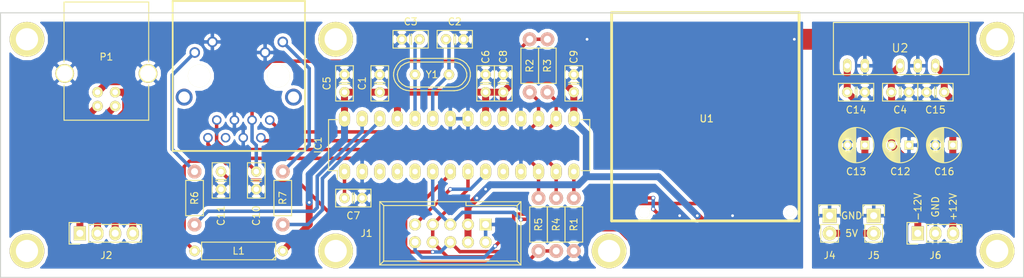
<source format=kicad_pcb>
(kicad_pcb (version 4) (host pcbnew 4.0.1-stable)

  (general
    (links 97)
    (no_connects 0)
    (area 76.124999 76.124999 223.595001 114.375001)
    (thickness 1.6)
    (drawings 9)
    (tracks 229)
    (zones 0)
    (modules 42)
    (nets 41)
  )

  (page A4)
  (layers
    (0 F.Cu signal)
    (31 B.Cu signal)
    (32 B.Adhes user)
    (33 F.Adhes user)
    (34 B.Paste user)
    (35 F.Paste user)
    (36 B.SilkS user)
    (37 F.SilkS user)
    (38 B.Mask user)
    (39 F.Mask user)
    (40 Dwgs.User user)
    (41 Cmts.User user)
    (42 Eco1.User user)
    (43 Eco2.User user)
    (44 Edge.Cuts user)
    (45 Margin user)
    (46 B.CrtYd user)
    (47 F.CrtYd user)
    (48 B.Fab user)
    (49 F.Fab user)
  )

  (setup
    (last_trace_width 0.5)
    (user_trace_width 1)
    (trace_clearance 0.25)
    (zone_clearance 0.508)
    (zone_45_only no)
    (trace_min 0.006)
    (segment_width 0.2)
    (edge_width 0.15)
    (via_size 0.6)
    (via_drill 0.4)
    (via_min_size 0.013)
    (via_min_drill 0.3)
    (uvia_size 0.3)
    (uvia_drill 0.1)
    (uvias_allowed no)
    (uvia_min_size 0.013)
    (uvia_min_drill 0.1)
    (pcb_text_width 0.3)
    (pcb_text_size 1.5 1.5)
    (mod_edge_width 0.15)
    (mod_text_size 1 1)
    (mod_text_width 0.15)
    (pad_size 5 5)
    (pad_drill 3.2)
    (pad_to_mask_clearance 0.2)
    (aux_axis_origin 76.2 76.2)
    (visible_elements FFFEFF7F)
    (pcbplotparams
      (layerselection 0x010f0_80000001)
      (usegerberextensions false)
      (excludeedgelayer true)
      (linewidth 0.100000)
      (plotframeref false)
      (viasonmask false)
      (mode 1)
      (useauxorigin false)
      (hpglpennumber 1)
      (hpglpenspeed 20)
      (hpglpendiameter 15)
      (hpglpenoverlay 2)
      (psnegative false)
      (psa4output false)
      (plotreference true)
      (plotvalue true)
      (plotinvisibletext false)
      (padsonsilk false)
      (subtractmaskfromsilk false)
      (outputformat 1)
      (mirror false)
      (drillshape 0)
      (scaleselection 1)
      (outputdirectory gerber/))
  )

  (net 0 "")
  (net 1 GND)
  (net 2 "Net-(C2-Pad1)")
  (net 3 "Net-(C3-Pad1)")
  (net 4 "Net-(IC1-Pad14)")
  (net 5 +3.3V)
  (net 6 /SO)
  (net 7 /SI)
  (net 8 /SC)
  (net 9 /RC2)
  (net 10 /RC1)
  (net 11 /TPIN-)
  (net 12 /TPIN+)
  (net 13 /TPOUT-)
  (net 14 /TPOUT+)
  (net 15 /LEDB)
  (net 16 /LEDA)
  (net 17 "Net-(C7-Pad1)")
  (net 18 "Net-(C10-Pad1)")
  (net 19 "Net-(C11-Pad1)")
  (net 20 "Net-(J2-Pad1)")
  (net 21 "Net-(J2-Pad2)")
  (net 22 "Net-(J2-Pad3)")
  (net 23 "Net-(J2-Pad4)")
  (net 24 "Net-(IC1-Pad3)")
  (net 25 "Net-(IC1-Pad4)")
  (net 26 "Net-(IC1-Pad5)")
  (net 27 "Net-(IC1-Pad10)")
  (net 28 "Net-(U1-Pad8)")
  (net 29 "Net-(U1-Pad9)")
  (net 30 "Net-(U1-Pad10)")
  (net 31 "Net-(U1-Pad11)")
  (net 32 "Net-(C12-Pad1)")
  (net 33 "Net-(C12-Pad2)")
  (net 34 "Net-(C13-Pad1)")
  (net 35 "Net-(C15-Pad1)")
  (net 36 "Net-(U3-PadS1)")
  (net 37 "Net-(U3-PadS2)")
  (net 38 "Net-(R6-Pad1)")
  (net 39 "Net-(R7-Pad1)")
  (net 40 "Net-(U3-Pad6)")

  (net_class Default "This is the default net class."
    (clearance 0.25)
    (trace_width 0.5)
    (via_dia 0.6)
    (via_drill 0.4)
    (uvia_dia 0.3)
    (uvia_drill 0.1)
    (add_net +3.3V)
    (add_net /LEDA)
    (add_net /LEDB)
    (add_net /RC1)
    (add_net /RC2)
    (add_net /SC)
    (add_net /SI)
    (add_net /SO)
    (add_net /TPIN+)
    (add_net /TPIN-)
    (add_net /TPOUT+)
    (add_net /TPOUT-)
    (add_net GND)
    (add_net "Net-(C10-Pad1)")
    (add_net "Net-(C11-Pad1)")
    (add_net "Net-(C12-Pad1)")
    (add_net "Net-(C12-Pad2)")
    (add_net "Net-(C13-Pad1)")
    (add_net "Net-(C15-Pad1)")
    (add_net "Net-(C2-Pad1)")
    (add_net "Net-(C3-Pad1)")
    (add_net "Net-(C7-Pad1)")
    (add_net "Net-(IC1-Pad10)")
    (add_net "Net-(IC1-Pad14)")
    (add_net "Net-(IC1-Pad3)")
    (add_net "Net-(IC1-Pad4)")
    (add_net "Net-(IC1-Pad5)")
    (add_net "Net-(J2-Pad1)")
    (add_net "Net-(J2-Pad2)")
    (add_net "Net-(J2-Pad3)")
    (add_net "Net-(J2-Pad4)")
    (add_net "Net-(R6-Pad1)")
    (add_net "Net-(R7-Pad1)")
    (add_net "Net-(U1-Pad10)")
    (add_net "Net-(U1-Pad11)")
    (add_net "Net-(U1-Pad8)")
    (add_net "Net-(U1-Pad9)")
    (add_net "Net-(U3-Pad6)")
    (add_net "Net-(U3-PadS1)")
    (add_net "Net-(U3-PadS2)")
  )

  (module Connect:IDC_Header_Straight_10pins (layer F.Cu) (tedit 0) (tstamp 56B9C1A4)
    (at 146.05 106.68 180)
    (descr "10 pins through hole IDC header")
    (tags "IDC header socket VASCH")
    (path /56B9BF48)
    (fp_text reference J1 (at 17.145 -1.27 180) (layer F.SilkS)
      (effects (font (size 1 1) (thickness 0.15)))
    )
    (fp_text value HEADER_5x2 (at 5.08 5.223 180) (layer F.Fab)
      (effects (font (size 1 1) (thickness 0.15)))
    )
    (fp_line (start -5.08 -5.82) (end 15.24 -5.82) (layer F.SilkS) (width 0.15))
    (fp_line (start -4.54 -5.27) (end 14.68 -5.27) (layer F.SilkS) (width 0.15))
    (fp_line (start -5.08 3.28) (end 15.24 3.28) (layer F.SilkS) (width 0.15))
    (fp_line (start -4.54 2.73) (end 2.83 2.73) (layer F.SilkS) (width 0.15))
    (fp_line (start 7.33 2.73) (end 14.68 2.73) (layer F.SilkS) (width 0.15))
    (fp_line (start 2.83 2.73) (end 2.83 3.28) (layer F.SilkS) (width 0.15))
    (fp_line (start 7.33 2.73) (end 7.33 3.28) (layer F.SilkS) (width 0.15))
    (fp_line (start -5.08 -5.82) (end -5.08 3.28) (layer F.SilkS) (width 0.15))
    (fp_line (start -4.54 -5.27) (end -4.54 2.73) (layer F.SilkS) (width 0.15))
    (fp_line (start 15.24 -5.82) (end 15.24 3.28) (layer F.SilkS) (width 0.15))
    (fp_line (start 14.68 -5.27) (end 14.68 2.73) (layer F.SilkS) (width 0.15))
    (fp_line (start -5.08 -5.82) (end -4.54 -5.27) (layer F.SilkS) (width 0.15))
    (fp_line (start 15.24 -5.82) (end 14.68 -5.27) (layer F.SilkS) (width 0.15))
    (fp_line (start -5.08 3.28) (end -4.54 2.73) (layer F.SilkS) (width 0.15))
    (fp_line (start 15.24 3.28) (end 14.68 2.73) (layer F.SilkS) (width 0.15))
    (fp_line (start -5.35 -6.05) (end 15.5 -6.05) (layer F.CrtYd) (width 0.05))
    (fp_line (start 15.5 -6.05) (end 15.5 3.55) (layer F.CrtYd) (width 0.05))
    (fp_line (start 15.5 3.55) (end -5.35 3.55) (layer F.CrtYd) (width 0.05))
    (fp_line (start -5.35 3.55) (end -5.35 -6.05) (layer F.CrtYd) (width 0.05))
    (pad 1 thru_hole rect (at 0 0 180) (size 1.7272 1.7272) (drill 1.016) (layers *.Cu *.Mask F.SilkS)
      (net 1 GND))
    (pad 2 thru_hole oval (at 0 -2.54 180) (size 1.7272 1.7272) (drill 1.016) (layers *.Cu *.Mask F.SilkS)
      (net 1 GND))
    (pad 3 thru_hole oval (at 2.54 0 180) (size 1.7272 1.7272) (drill 1.016) (layers *.Cu *.Mask F.SilkS)
      (net 5 +3.3V))
    (pad 4 thru_hole oval (at 2.54 -2.54 180) (size 1.7272 1.7272) (drill 1.016) (layers *.Cu *.Mask F.SilkS)
      (net 5 +3.3V))
    (pad 5 thru_hole oval (at 5.08 0 180) (size 1.7272 1.7272) (drill 1.016) (layers *.Cu *.Mask F.SilkS)
      (net 6 /SO))
    (pad 6 thru_hole oval (at 5.08 -2.54 180) (size 1.7272 1.7272) (drill 1.016) (layers *.Cu *.Mask F.SilkS)
      (net 7 /SI))
    (pad 7 thru_hole oval (at 7.62 0 180) (size 1.7272 1.7272) (drill 1.016) (layers *.Cu *.Mask F.SilkS)
      (net 8 /SC))
    (pad 8 thru_hole oval (at 7.62 -2.54 180) (size 1.7272 1.7272) (drill 1.016) (layers *.Cu *.Mask F.SilkS)
      (net 8 /SC))
    (pad 9 thru_hole oval (at 10.16 0 180) (size 1.7272 1.7272) (drill 1.016) (layers *.Cu *.Mask F.SilkS)
      (net 9 /RC2))
    (pad 10 thru_hole oval (at 10.16 -2.54 180) (size 1.7272 1.7272) (drill 1.016) (layers *.Cu *.Mask F.SilkS)
      (net 10 /RC1))
  )

  (module Connect:1pin (layer F.Cu) (tedit 56BC8914) (tstamp 56BC9915)
    (at 219.71 110.49)
    (descr "module 1 pin (ou trou mecanique de percage)")
    (tags DEV)
    (fp_text reference REF** (at 0 -3.048) (layer F.SilkS) hide
      (effects (font (size 1 1) (thickness 0.15)))
    )
    (fp_text value 1pin (at 0 2.794) (layer F.Fab)
      (effects (font (size 1 1) (thickness 0.15)))
    )
    (fp_circle (center 0 0) (end 0 -2.286) (layer F.SilkS) (width 0.15))
    (pad 1 thru_hole circle (at 0 0) (size 5 5) (drill 3.2) (layers *.Cu *.Mask F.SilkS))
  )

  (module Connect:1pin (layer F.Cu) (tedit 56BC8914) (tstamp 56BC9910)
    (at 219.71 80.01)
    (descr "module 1 pin (ou trou mecanique de percage)")
    (tags DEV)
    (fp_text reference REF** (at 0 -3.048) (layer F.SilkS) hide
      (effects (font (size 1 1) (thickness 0.15)))
    )
    (fp_text value 1pin (at 0 2.794) (layer F.Fab)
      (effects (font (size 1 1) (thickness 0.15)))
    )
    (fp_circle (center 0 0) (end 0 -2.286) (layer F.SilkS) (width 0.15))
    (pad 1 thru_hole circle (at 0 0) (size 5 5) (drill 3.2) (layers *.Cu *.Mask F.SilkS))
  )

  (module Connect:1pin (layer F.Cu) (tedit 56BC8914) (tstamp 56BC98EA)
    (at 163.83 110.49)
    (descr "module 1 pin (ou trou mecanique de percage)")
    (tags DEV)
    (fp_text reference REF** (at 0 -3.048) (layer F.SilkS) hide
      (effects (font (size 1 1) (thickness 0.15)))
    )
    (fp_text value 1pin (at 0 2.794) (layer F.Fab)
      (effects (font (size 1 1) (thickness 0.15)))
    )
    (fp_circle (center 0 0) (end 0 -2.286) (layer F.SilkS) (width 0.15))
    (pad 1 thru_hole circle (at 0 0) (size 5 5) (drill 3.2) (layers *.Cu *.Mask F.SilkS))
  )

  (module Connect:1pin (layer F.Cu) (tedit 56BC8914) (tstamp 56BC983F)
    (at 124.46 110.49)
    (descr "module 1 pin (ou trou mecanique de percage)")
    (tags DEV)
    (fp_text reference REF** (at 0 -3.048) (layer F.SilkS) hide
      (effects (font (size 1 1) (thickness 0.15)))
    )
    (fp_text value 1pin (at 0 2.794) (layer F.Fab)
      (effects (font (size 1 1) (thickness 0.15)))
    )
    (fp_circle (center 0 0) (end 0 -2.286) (layer F.SilkS) (width 0.15))
    (pad 1 thru_hole circle (at 0 0) (size 5 5) (drill 3.2) (layers *.Cu *.Mask F.SilkS))
  )

  (module Connect:1pin (layer F.Cu) (tedit 56BC8914) (tstamp 56BC983A)
    (at 124.46 80.01)
    (descr "module 1 pin (ou trou mecanique de percage)")
    (tags DEV)
    (fp_text reference REF** (at 0 -3.048) (layer F.SilkS) hide
      (effects (font (size 1 1) (thickness 0.15)))
    )
    (fp_text value 1pin (at 0 2.794) (layer F.Fab)
      (effects (font (size 1 1) (thickness 0.15)))
    )
    (fp_circle (center 0 0) (end 0 -2.286) (layer F.SilkS) (width 0.15))
    (pad 1 thru_hole circle (at 0 0) (size 5 5) (drill 3.2) (layers *.Cu *.Mask F.SilkS))
  )

  (module Connect:1pin (layer F.Cu) (tedit 56BC8914) (tstamp 56BC8951)
    (at 80.01 110.49)
    (descr "module 1 pin (ou trou mecanique de percage)")
    (tags DEV)
    (fp_text reference REF** (at 0 -3.048) (layer F.SilkS) hide
      (effects (font (size 1 1) (thickness 0.15)))
    )
    (fp_text value 1pin (at 0 2.794) (layer F.Fab)
      (effects (font (size 1 1) (thickness 0.15)))
    )
    (fp_circle (center 0 0) (end 0 -2.286) (layer F.SilkS) (width 0.15))
    (pad 1 thru_hole circle (at 0 0) (size 5 5) (drill 3.2) (layers *.Cu *.Mask F.SilkS))
  )

  (module Resistors_ThroughHole:Resistor_Horizontal_RM7mm (layer F.Cu) (tedit 569FCF07) (tstamp 56B899C9)
    (at 158.75 110.49 90)
    (descr "Resistor, Axial,  RM 7.62mm, 1/3W,")
    (tags "Resistor Axial RM 7.62mm 1/3W R3")
    (path /56B890A4)
    (fp_text reference R1 (at 3.81 0 90) (layer F.SilkS)
      (effects (font (size 1 1) (thickness 0.15)))
    )
    (fp_text value 2.32K (at 3.81 3.81 90) (layer F.Fab)
      (effects (font (size 1 1) (thickness 0.15)))
    )
    (fp_line (start -1.25 -1.5) (end 8.85 -1.5) (layer F.CrtYd) (width 0.05))
    (fp_line (start -1.25 1.5) (end -1.25 -1.5) (layer F.CrtYd) (width 0.05))
    (fp_line (start 8.85 -1.5) (end 8.85 1.5) (layer F.CrtYd) (width 0.05))
    (fp_line (start -1.25 1.5) (end 8.85 1.5) (layer F.CrtYd) (width 0.05))
    (fp_line (start 1.27 -1.27) (end 6.35 -1.27) (layer F.SilkS) (width 0.15))
    (fp_line (start 6.35 -1.27) (end 6.35 1.27) (layer F.SilkS) (width 0.15))
    (fp_line (start 6.35 1.27) (end 1.27 1.27) (layer F.SilkS) (width 0.15))
    (fp_line (start 1.27 1.27) (end 1.27 -1.27) (layer F.SilkS) (width 0.15))
    (pad 1 thru_hole circle (at 0 0 90) (size 1.99898 1.99898) (drill 1.00076) (layers *.Cu *.SilkS *.Mask)
      (net 1 GND))
    (pad 2 thru_hole circle (at 7.62 0 90) (size 1.99898 1.99898) (drill 1.00076) (layers *.Cu *.SilkS *.Mask)
      (net 4 "Net-(IC1-Pad14)"))
  )

  (module Resistors_ThroughHole:Resistor_Horizontal_RM7mm (layer F.Cu) (tedit 569FCF07) (tstamp 56B899D7)
    (at 152.4 80.01 270)
    (descr "Resistor, Axial,  RM 7.62mm, 1/3W,")
    (tags "Resistor Axial RM 7.62mm 1/3W R3")
    (path /56BA0B9B)
    (fp_text reference R2 (at 3.81 0 270) (layer F.SilkS)
      (effects (font (size 1 1) (thickness 0.15)))
    )
    (fp_text value 49.9 (at 3.81 3.81 270) (layer F.Fab)
      (effects (font (size 1 1) (thickness 0.15)))
    )
    (fp_line (start -1.25 -1.5) (end 8.85 -1.5) (layer F.CrtYd) (width 0.05))
    (fp_line (start -1.25 1.5) (end -1.25 -1.5) (layer F.CrtYd) (width 0.05))
    (fp_line (start 8.85 -1.5) (end 8.85 1.5) (layer F.CrtYd) (width 0.05))
    (fp_line (start -1.25 1.5) (end 8.85 1.5) (layer F.CrtYd) (width 0.05))
    (fp_line (start 1.27 -1.27) (end 6.35 -1.27) (layer F.SilkS) (width 0.15))
    (fp_line (start 6.35 -1.27) (end 6.35 1.27) (layer F.SilkS) (width 0.15))
    (fp_line (start 6.35 1.27) (end 1.27 1.27) (layer F.SilkS) (width 0.15))
    (fp_line (start 1.27 1.27) (end 1.27 -1.27) (layer F.SilkS) (width 0.15))
    (pad 1 thru_hole circle (at 0 0 270) (size 1.99898 1.99898) (drill 1.00076) (layers *.Cu *.SilkS *.Mask)
      (net 18 "Net-(C10-Pad1)"))
    (pad 2 thru_hole circle (at 7.62 0 270) (size 1.99898 1.99898) (drill 1.00076) (layers *.Cu *.SilkS *.Mask)
      (net 14 /TPOUT+))
  )

  (module Resistors_ThroughHole:Resistor_Horizontal_RM7mm (layer F.Cu) (tedit 569FCF07) (tstamp 56B899E5)
    (at 154.94 87.63 90)
    (descr "Resistor, Axial,  RM 7.62mm, 1/3W,")
    (tags "Resistor Axial RM 7.62mm 1/3W R3")
    (path /56BA0C0B)
    (fp_text reference R3 (at 3.81 0 90) (layer F.SilkS)
      (effects (font (size 1 1) (thickness 0.15)))
    )
    (fp_text value 49.9 (at 3.81 3.81 90) (layer F.Fab)
      (effects (font (size 1 1) (thickness 0.15)))
    )
    (fp_line (start -1.25 -1.5) (end 8.85 -1.5) (layer F.CrtYd) (width 0.05))
    (fp_line (start -1.25 1.5) (end -1.25 -1.5) (layer F.CrtYd) (width 0.05))
    (fp_line (start 8.85 -1.5) (end 8.85 1.5) (layer F.CrtYd) (width 0.05))
    (fp_line (start -1.25 1.5) (end 8.85 1.5) (layer F.CrtYd) (width 0.05))
    (fp_line (start 1.27 -1.27) (end 6.35 -1.27) (layer F.SilkS) (width 0.15))
    (fp_line (start 6.35 -1.27) (end 6.35 1.27) (layer F.SilkS) (width 0.15))
    (fp_line (start 6.35 1.27) (end 1.27 1.27) (layer F.SilkS) (width 0.15))
    (fp_line (start 1.27 1.27) (end 1.27 -1.27) (layer F.SilkS) (width 0.15))
    (pad 1 thru_hole circle (at 0 0 90) (size 1.99898 1.99898) (drill 1.00076) (layers *.Cu *.SilkS *.Mask)
      (net 13 /TPOUT-))
    (pad 2 thru_hole circle (at 7.62 0 90) (size 1.99898 1.99898) (drill 1.00076) (layers *.Cu *.SilkS *.Mask)
      (net 18 "Net-(C10-Pad1)"))
  )

  (module Resistors_ThroughHole:Resistor_Horizontal_RM7mm (layer F.Cu) (tedit 56B9C29B) (tstamp 56B899F3)
    (at 156.21 110.49 90)
    (descr "Resistor, Axial,  RM 7.62mm, 1/3W,")
    (tags "Resistor Axial RM 7.62mm 1/3W R3")
    (path /56BA0CEE)
    (fp_text reference R4 (at 3.81 0 90) (layer F.SilkS)
      (effects (font (size 1 1) (thickness 0.15)))
    )
    (fp_text value 49.9 (at 3.81 3.81 90) (layer F.Fab)
      (effects (font (size 1 1) (thickness 0.15)))
    )
    (fp_line (start -1.25 -1.5) (end 8.85 -1.5) (layer F.CrtYd) (width 0.05))
    (fp_line (start -1.25 1.5) (end -1.25 -1.5) (layer F.CrtYd) (width 0.05))
    (fp_line (start 8.85 -1.5) (end 8.85 1.5) (layer F.CrtYd) (width 0.05))
    (fp_line (start -1.25 1.5) (end 8.85 1.5) (layer F.CrtYd) (width 0.05))
    (fp_line (start 1.27 -1.27) (end 6.35 -1.27) (layer F.SilkS) (width 0.15))
    (fp_line (start 6.35 -1.27) (end 6.35 1.27) (layer F.SilkS) (width 0.15))
    (fp_line (start 6.35 1.27) (end 1.27 1.27) (layer F.SilkS) (width 0.15))
    (fp_line (start 1.27 1.27) (end 1.27 -1.27) (layer F.SilkS) (width 0.15))
    (pad 1 thru_hole circle (at 0 0 90) (size 1.99898 1.99898) (drill 1.00076) (layers *.Cu *.SilkS *.Mask)
      (net 19 "Net-(C11-Pad1)"))
    (pad 2 thru_hole circle (at 7.62 0 90) (size 1.99898 1.99898) (drill 1.00076) (layers *.Cu *.SilkS *.Mask)
      (net 12 /TPIN+))
  )

  (module Resistors_ThroughHole:Resistor_Horizontal_RM7mm (layer F.Cu) (tedit 56B9C296) (tstamp 56B89A01)
    (at 153.67 102.87 270)
    (descr "Resistor, Axial,  RM 7.62mm, 1/3W,")
    (tags "Resistor Axial RM 7.62mm 1/3W R3")
    (path /56BA0C7B)
    (fp_text reference R5 (at 3.81 0 270) (layer F.SilkS)
      (effects (font (size 1 1) (thickness 0.15)))
    )
    (fp_text value 49.9 (at 3.81 3.81 270) (layer F.Fab)
      (effects (font (size 1 1) (thickness 0.15)))
    )
    (fp_line (start -1.25 -1.5) (end 8.85 -1.5) (layer F.CrtYd) (width 0.05))
    (fp_line (start -1.25 1.5) (end -1.25 -1.5) (layer F.CrtYd) (width 0.05))
    (fp_line (start 8.85 -1.5) (end 8.85 1.5) (layer F.CrtYd) (width 0.05))
    (fp_line (start -1.25 1.5) (end 8.85 1.5) (layer F.CrtYd) (width 0.05))
    (fp_line (start 1.27 -1.27) (end 6.35 -1.27) (layer F.SilkS) (width 0.15))
    (fp_line (start 6.35 -1.27) (end 6.35 1.27) (layer F.SilkS) (width 0.15))
    (fp_line (start 6.35 1.27) (end 1.27 1.27) (layer F.SilkS) (width 0.15))
    (fp_line (start 1.27 1.27) (end 1.27 -1.27) (layer F.SilkS) (width 0.15))
    (pad 1 thru_hole circle (at 0 0 270) (size 1.99898 1.99898) (drill 1.00076) (layers *.Cu *.SilkS *.Mask)
      (net 11 /TPIN-))
    (pad 2 thru_hole circle (at 7.62 0 270) (size 1.99898 1.99898) (drill 1.00076) (layers *.Cu *.SilkS *.Mask)
      (net 19 "Net-(C11-Pad1)"))
  )

  (module Resistors_ThroughHole:Resistor_Horizontal_RM7mm (layer F.Cu) (tedit 56B9C2A1) (tstamp 56B89A0F)
    (at 104.14 99.06 270)
    (descr "Resistor, Axial,  RM 7.62mm, 1/3W,")
    (tags "Resistor Axial RM 7.62mm 1/3W R3")
    (path /56BA07C1)
    (fp_text reference R6 (at 3.81 0 270) (layer F.SilkS)
      (effects (font (size 1 1) (thickness 0.15)))
    )
    (fp_text value 220 (at 3.81 3.81 270) (layer F.Fab)
      (effects (font (size 1 1) (thickness 0.15)))
    )
    (fp_line (start -1.25 -1.5) (end 8.85 -1.5) (layer F.CrtYd) (width 0.05))
    (fp_line (start -1.25 1.5) (end -1.25 -1.5) (layer F.CrtYd) (width 0.05))
    (fp_line (start 8.85 -1.5) (end 8.85 1.5) (layer F.CrtYd) (width 0.05))
    (fp_line (start -1.25 1.5) (end 8.85 1.5) (layer F.CrtYd) (width 0.05))
    (fp_line (start 1.27 -1.27) (end 6.35 -1.27) (layer F.SilkS) (width 0.15))
    (fp_line (start 6.35 -1.27) (end 6.35 1.27) (layer F.SilkS) (width 0.15))
    (fp_line (start 6.35 1.27) (end 1.27 1.27) (layer F.SilkS) (width 0.15))
    (fp_line (start 1.27 1.27) (end 1.27 -1.27) (layer F.SilkS) (width 0.15))
    (pad 1 thru_hole circle (at 0 0 270) (size 1.99898 1.99898) (drill 1.00076) (layers *.Cu *.SilkS *.Mask)
      (net 38 "Net-(R6-Pad1)"))
    (pad 2 thru_hole circle (at 7.62 0 270) (size 1.99898 1.99898) (drill 1.00076) (layers *.Cu *.SilkS *.Mask)
      (net 16 /LEDA))
  )

  (module Resistors_ThroughHole:Resistor_Horizontal_RM7mm (layer F.Cu) (tedit 56B9C29F) (tstamp 56B89A1D)
    (at 116.84 99.06 270)
    (descr "Resistor, Axial,  RM 7.62mm, 1/3W,")
    (tags "Resistor Axial RM 7.62mm 1/3W R3")
    (path /56BA0830)
    (fp_text reference R7 (at 3.81 0 270) (layer F.SilkS)
      (effects (font (size 1 1) (thickness 0.15)))
    )
    (fp_text value 220 (at 3.81 3.81 270) (layer F.Fab)
      (effects (font (size 1 1) (thickness 0.15)))
    )
    (fp_line (start -1.25 -1.5) (end 8.85 -1.5) (layer F.CrtYd) (width 0.05))
    (fp_line (start -1.25 1.5) (end -1.25 -1.5) (layer F.CrtYd) (width 0.05))
    (fp_line (start 8.85 -1.5) (end 8.85 1.5) (layer F.CrtYd) (width 0.05))
    (fp_line (start -1.25 1.5) (end 8.85 1.5) (layer F.CrtYd) (width 0.05))
    (fp_line (start 1.27 -1.27) (end 6.35 -1.27) (layer F.SilkS) (width 0.15))
    (fp_line (start 6.35 -1.27) (end 6.35 1.27) (layer F.SilkS) (width 0.15))
    (fp_line (start 6.35 1.27) (end 1.27 1.27) (layer F.SilkS) (width 0.15))
    (fp_line (start 1.27 1.27) (end 1.27 -1.27) (layer F.SilkS) (width 0.15))
    (pad 1 thru_hole circle (at 0 0 270) (size 1.99898 1.99898) (drill 1.00076) (layers *.Cu *.SilkS *.Mask)
      (net 39 "Net-(R7-Pad1)"))
    (pad 2 thru_hole circle (at 7.62 0 270) (size 1.99898 1.99898) (drill 1.00076) (layers *.Cu *.SilkS *.Mask)
      (net 15 /LEDB))
  )

  (module Connect:USB_B (layer F.Cu) (tedit 55B36073) (tstamp 56B9CA21)
    (at 90.17 89.62898 90)
    (descr "USB B connector")
    (tags "USB_B USB_DEV")
    (path /56B9C87A)
    (fp_text reference P1 (at 7.07898 1.27 180) (layer F.SilkS)
      (effects (font (size 1 1) (thickness 0.15)))
    )
    (fp_text value USB_B (at 4.699 1.27 180) (layer F.Fab)
      (effects (font (size 1 1) (thickness 0.15)))
    )
    (fp_line (start 15.25 8.9) (end -2.3 8.9) (layer F.CrtYd) (width 0.05))
    (fp_line (start -2.3 8.9) (end -2.3 -6.35) (layer F.CrtYd) (width 0.05))
    (fp_line (start -2.3 -6.35) (end 15.25 -6.35) (layer F.CrtYd) (width 0.05))
    (fp_line (start 15.25 -6.35) (end 15.25 8.9) (layer F.CrtYd) (width 0.05))
    (fp_line (start 6.35 7.366) (end 14.986 7.366) (layer F.SilkS) (width 0.15))
    (fp_line (start -2.032 7.366) (end 3.048 7.366) (layer F.SilkS) (width 0.15))
    (fp_line (start 6.35 -4.826) (end 14.986 -4.826) (layer F.SilkS) (width 0.15))
    (fp_line (start -2.032 -4.826) (end 3.048 -4.826) (layer F.SilkS) (width 0.15))
    (fp_line (start 14.986 -4.826) (end 14.986 7.366) (layer F.SilkS) (width 0.15))
    (fp_line (start -2.032 7.366) (end -2.032 -4.826) (layer F.SilkS) (width 0.15))
    (pad 2 thru_hole circle (at 0 2.54) (size 1.524 1.524) (drill 0.8128) (layers *.Cu *.Mask F.SilkS)
      (net 21 "Net-(J2-Pad2)"))
    (pad 1 thru_hole circle (at 0 0) (size 1.524 1.524) (drill 0.8128) (layers *.Cu *.Mask F.SilkS)
      (net 20 "Net-(J2-Pad1)"))
    (pad 4 thru_hole circle (at 1.99898 0) (size 1.524 1.524) (drill 0.8128) (layers *.Cu *.Mask F.SilkS)
      (net 23 "Net-(J2-Pad4)"))
    (pad 3 thru_hole circle (at 1.99898 2.54) (size 1.524 1.524) (drill 0.8128) (layers *.Cu *.Mask F.SilkS)
      (net 22 "Net-(J2-Pad3)"))
    (pad 5 thru_hole circle (at 4.699 7.26948) (size 2.70002 2.70002) (drill 2.30124) (layers *.Cu *.Mask F.SilkS)
      (net 1 GND))
    (pad 5 thru_hole circle (at 4.699 -4.72948) (size 2.70002 2.70002) (drill 2.30124) (layers *.Cu *.Mask F.SilkS)
      (net 1 GND))
    (model Connect.3dshapes/USB_B.wrl
      (at (xyz 0.185 -0.05 0.001))
      (scale (xyz 0.3937 0.3937 0.3937))
      (rotate (xyz 0 0 -90))
    )
  )

  (module Housings_DIP:DIP-28_W7.62mm_LongPads (layer F.Cu) (tedit 54130A77) (tstamp 56BA142B)
    (at 125.73 99.06 90)
    (descr "28-lead dip package, row spacing 7.62 mm (300 mils), longer pads")
    (tags "dil dip 2.54 300")
    (path /56B863C7)
    (fp_text reference IC1 (at 3.81 -3.81 90) (layer F.SilkS)
      (effects (font (size 1 1) (thickness 0.15)))
    )
    (fp_text value ENC28J60-I/SP (at 0 -3.72 90) (layer F.Fab)
      (effects (font (size 1 1) (thickness 0.15)))
    )
    (fp_line (start -1.4 -2.45) (end -1.4 35.5) (layer F.CrtYd) (width 0.05))
    (fp_line (start 9 -2.45) (end 9 35.5) (layer F.CrtYd) (width 0.05))
    (fp_line (start -1.4 -2.45) (end 9 -2.45) (layer F.CrtYd) (width 0.05))
    (fp_line (start -1.4 35.5) (end 9 35.5) (layer F.CrtYd) (width 0.05))
    (fp_line (start 0.135 -2.295) (end 0.135 -1.025) (layer F.SilkS) (width 0.15))
    (fp_line (start 7.485 -2.295) (end 7.485 -1.025) (layer F.SilkS) (width 0.15))
    (fp_line (start 7.485 35.315) (end 7.485 34.045) (layer F.SilkS) (width 0.15))
    (fp_line (start 0.135 35.315) (end 0.135 34.045) (layer F.SilkS) (width 0.15))
    (fp_line (start 0.135 -2.295) (end 7.485 -2.295) (layer F.SilkS) (width 0.15))
    (fp_line (start 0.135 35.315) (end 7.485 35.315) (layer F.SilkS) (width 0.15))
    (fp_line (start 0.135 -1.025) (end -1.15 -1.025) (layer F.SilkS) (width 0.15))
    (pad 1 thru_hole oval (at 0 0 90) (size 2.3 1.6) (drill 0.8) (layers *.Cu *.Mask F.SilkS)
      (net 17 "Net-(C7-Pad1)"))
    (pad 2 thru_hole oval (at 0 2.54 90) (size 2.3 1.6) (drill 0.8) (layers *.Cu *.Mask F.SilkS)
      (net 1 GND))
    (pad 3 thru_hole oval (at 0 5.08 90) (size 2.3 1.6) (drill 0.8) (layers *.Cu *.Mask F.SilkS)
      (net 24 "Net-(IC1-Pad3)"))
    (pad 4 thru_hole oval (at 0 7.62 90) (size 2.3 1.6) (drill 0.8) (layers *.Cu *.Mask F.SilkS)
      (net 25 "Net-(IC1-Pad4)"))
    (pad 5 thru_hole oval (at 0 10.16 90) (size 2.3 1.6) (drill 0.8) (layers *.Cu *.Mask F.SilkS)
      (net 26 "Net-(IC1-Pad5)"))
    (pad 6 thru_hole oval (at 0 12.7 90) (size 2.3 1.6) (drill 0.8) (layers *.Cu *.Mask F.SilkS)
      (net 6 /SO))
    (pad 7 thru_hole oval (at 0 15.24 90) (size 2.3 1.6) (drill 0.8) (layers *.Cu *.Mask F.SilkS)
      (net 7 /SI))
    (pad 8 thru_hole oval (at 0 17.78 90) (size 2.3 1.6) (drill 0.8) (layers *.Cu *.Mask F.SilkS)
      (net 8 /SC))
    (pad 9 thru_hole oval (at 0 20.32 90) (size 2.3 1.6) (drill 0.8) (layers *.Cu *.Mask F.SilkS)
      (net 9 /RC2))
    (pad 10 thru_hole oval (at 0 22.86 90) (size 2.3 1.6) (drill 0.8) (layers *.Cu *.Mask F.SilkS)
      (net 27 "Net-(IC1-Pad10)"))
    (pad 11 thru_hole oval (at 0 25.4 90) (size 2.3 1.6) (drill 0.8) (layers *.Cu *.Mask F.SilkS)
      (net 1 GND))
    (pad 12 thru_hole oval (at 0 27.94 90) (size 2.3 1.6) (drill 0.8) (layers *.Cu *.Mask F.SilkS)
      (net 11 /TPIN-))
    (pad 13 thru_hole oval (at 0 30.48 90) (size 2.3 1.6) (drill 0.8) (layers *.Cu *.Mask F.SilkS)
      (net 12 /TPIN+))
    (pad 14 thru_hole oval (at 0 33.02 90) (size 2.3 1.6) (drill 0.8) (layers *.Cu *.Mask F.SilkS)
      (net 4 "Net-(IC1-Pad14)"))
    (pad 15 thru_hole oval (at 7.62 33.02 90) (size 2.3 1.6) (drill 0.8) (layers *.Cu *.Mask F.SilkS)
      (net 5 +3.3V))
    (pad 16 thru_hole oval (at 7.62 30.48 90) (size 2.3 1.6) (drill 0.8) (layers *.Cu *.Mask F.SilkS)
      (net 13 /TPOUT-))
    (pad 17 thru_hole oval (at 7.62 27.94 90) (size 2.3 1.6) (drill 0.8) (layers *.Cu *.Mask F.SilkS)
      (net 14 /TPOUT+))
    (pad 18 thru_hole oval (at 7.62 25.4 90) (size 2.3 1.6) (drill 0.8) (layers *.Cu *.Mask F.SilkS)
      (net 1 GND))
    (pad 19 thru_hole oval (at 7.62 22.86 90) (size 2.3 1.6) (drill 0.8) (layers *.Cu *.Mask F.SilkS)
      (net 5 +3.3V))
    (pad 20 thru_hole oval (at 7.62 20.32 90) (size 2.3 1.6) (drill 0.8) (layers *.Cu *.Mask F.SilkS)
      (net 5 +3.3V))
    (pad 21 thru_hole oval (at 7.62 17.78 90) (size 2.3 1.6) (drill 0.8) (layers *.Cu *.Mask F.SilkS)
      (net 1 GND))
    (pad 22 thru_hole oval (at 7.62 15.24 90) (size 2.3 1.6) (drill 0.8) (layers *.Cu *.Mask F.SilkS)
      (net 1 GND))
    (pad 23 thru_hole oval (at 7.62 12.7 90) (size 2.3 1.6) (drill 0.8) (layers *.Cu *.Mask F.SilkS)
      (net 2 "Net-(C2-Pad1)"))
    (pad 24 thru_hole oval (at 7.62 10.16 90) (size 2.3 1.6) (drill 0.8) (layers *.Cu *.Mask F.SilkS)
      (net 3 "Net-(C3-Pad1)"))
    (pad 25 thru_hole oval (at 7.62 7.62 90) (size 2.3 1.6) (drill 0.8) (layers *.Cu *.Mask F.SilkS)
      (net 5 +3.3V))
    (pad 26 thru_hole oval (at 7.62 5.08 90) (size 2.3 1.6) (drill 0.8) (layers *.Cu *.Mask F.SilkS)
      (net 15 /LEDB))
    (pad 27 thru_hole oval (at 7.62 2.54 90) (size 2.3 1.6) (drill 0.8) (layers *.Cu *.Mask F.SilkS)
      (net 16 /LEDA))
    (pad 28 thru_hole oval (at 7.62 0 90) (size 2.3 1.6) (drill 0.8) (layers *.Cu *.Mask F.SilkS)
      (net 5 +3.3V))
    (model Housings_DIP.3dshapes/DIP-28_W7.62mm_LongPads.wrl
      (at (xyz 0 0 0))
      (scale (xyz 1 1 1))
      (rotate (xyz 0 0 0))
    )
  )

  (module Discret:R5 (layer F.Cu) (tedit 0) (tstamp 56BA144A)
    (at 110.49 110.49 180)
    (descr "Resistance 5 pas")
    (tags R)
    (path /56BA4072)
    (fp_text reference L1 (at 0 0 180) (layer F.SilkS)
      (effects (font (size 1 1) (thickness 0.15)))
    )
    (fp_text value INDUCTOR (at 0 0 180) (layer F.Fab)
      (effects (font (size 1 1) (thickness 0.15)))
    )
    (fp_line (start -6.35 0) (end -5.334 0) (layer F.SilkS) (width 0.15))
    (fp_line (start 6.35 0) (end 5.334 0) (layer F.SilkS) (width 0.15))
    (fp_line (start 5.334 -1.27) (end 5.334 1.27) (layer F.SilkS) (width 0.15))
    (fp_line (start 5.334 1.27) (end -5.334 1.27) (layer F.SilkS) (width 0.15))
    (fp_line (start -5.334 1.27) (end -5.334 -1.27) (layer F.SilkS) (width 0.15))
    (fp_line (start -5.334 -1.27) (end 5.334 -1.27) (layer F.SilkS) (width 0.15))
    (fp_line (start -5.334 -0.762) (end -4.826 -1.27) (layer F.SilkS) (width 0.15))
    (pad 1 thru_hole circle (at -6.35 0 180) (size 1.524 1.524) (drill 0.8128) (layers *.Cu *.Mask F.SilkS)
      (net 5 +3.3V))
    (pad 2 thru_hole circle (at 6.35 0 180) (size 1.524 1.524) (drill 0.8128) (layers *.Cu *.Mask F.SilkS)
      (net 18 "Net-(C10-Pad1)"))
    (model Discret.3dshapes/R5.wrl
      (at (xyz 0 0 0))
      (scale (xyz 0.5 0.5 0.5))
      (rotate (xyz 0 0 0))
    )
  )

  (module sd-socket:SD-SOCKET-3M (layer F.Cu) (tedit 56C2323A) (tstamp 56BB42BF)
    (at 177.68824 91.40952 180)
    (descr "<b>SD Socket</b>")
    (path /56BB42F8)
    (fp_text reference U1 (at -0.1905 -0.03048 180) (layer F.SilkS)
      (effects (font (size 1.016 1.016) (thickness 0.16256)))
    )
    (fp_text value SD-SOCKET-3M_SD-SOCKET-3M (at 9.525 -11.684 180) (layer Eco1.User)
      (effects (font (size 1.016 1.016) (thickness 0.16256)))
    )
    (fp_line (start -13.49756 -14.74978) (end 13.49756 -14.74978) (layer F.SilkS) (width 0.4064))
    (fp_line (start 13.49756 -14.74978) (end 13.49756 15.24762) (layer F.SilkS) (width 0.4064))
    (fp_line (start 13.49756 15.24762) (end -13.49756 15.24762) (layer F.SilkS) (width 0.4064))
    (fp_line (start -13.49756 15.24762) (end -13.49756 -14.74978) (layer F.SilkS) (width 0.4064))
    (pad Hole np_thru_hole circle (at -12.21994 -13.54836 180) (size 1.09982 1.09982) (drill 1.09982) (layers *.Cu *.Mask F.SilkS))
    (pad Hole np_thru_hole circle (at 8.77824 -13.54836 180) (size 1.59766 1.59766) (drill 1.59766) (layers *.Cu *.Mask F.SilkS))
    (pad 1 smd rect (at 6.35 -16.34998 180) (size 0.99822 1.4986) (layers F.Cu F.Paste F.Mask)
      (net 10 /RC1))
    (pad 2 smd rect (at 3.8481 -16.34998 180) (size 0.99822 1.4986) (layers F.Cu F.Paste F.Mask)
      (net 7 /SI))
    (pad 3 smd rect (at 1.34874 -16.34998 180) (size 0.99822 1.4986) (layers F.Cu F.Paste F.Mask)
      (net 1 GND))
    (pad 4 smd rect (at -1.14808 -16.34998 180) (size 0.99822 1.4986) (layers F.Cu F.Paste F.Mask)
      (net 5 +3.3V))
    (pad 5 smd rect (at -3.64998 -16.34998 180) (size 0.99822 1.4986) (layers F.Cu F.Paste F.Mask)
      (net 8 /SC))
    (pad 6 smd rect (at -6.14934 -16.34998 180) (size 0.99822 1.4986) (layers F.Cu F.Paste F.Mask)
      (net 1 GND))
    (pad 7 smd rect (at -8.57758 -16.34998 180) (size 0.99822 1.4986) (layers F.Cu F.Paste F.Mask)
      (net 6 /SO))
    (pad 8 smd rect (at -10.27938 -16.34998 180) (size 0.99822 1.4986) (layers F.Cu F.Paste F.Mask)
      (net 28 "Net-(U1-Pad8)"))
    (pad 9 smd rect (at 8.84936 -16.34998 180) (size 0.99822 1.4986) (layers F.Cu F.Paste F.Mask)
      (net 29 "Net-(U1-Pad9)"))
    (pad 10 smd rect (at -11.57986 -16.34998 180) (size 0.6985 1.4986) (layers F.Cu F.Paste F.Mask)
      (net 30 "Net-(U1-Pad10)"))
    (pad 11 smd rect (at -12.77874 -16.34998 180) (size 0.6985 1.4986) (layers F.Cu F.Paste F.Mask)
      (net 31 "Net-(U1-Pad11)"))
    (pad GND@ smd rect (at -15.0495 11.39952 180) (size 1.99898 2.99974) (layers F.Cu F.Paste F.Mask)
      (net 1 GND))
    (pad GND@ smd rect (at 15.0495 11.39952 180) (size 1.99898 2.99974) (layers F.Cu F.Paste F.Mask)
      (net 1 GND))
  )

  (module Pin_Headers:Pin_Header_Straight_1x04 (layer F.Cu) (tedit 0) (tstamp 56BB868B)
    (at 87.63 107.95 90)
    (descr "Through hole pin header")
    (tags "pin header")
    (path /56B9CA01)
    (fp_text reference J2 (at -3.175 3.81 180) (layer F.SilkS)
      (effects (font (size 1 1) (thickness 0.15)))
    )
    (fp_text value HEADER_4 (at 0 -3.1 90) (layer F.Fab)
      (effects (font (size 1 1) (thickness 0.15)))
    )
    (fp_line (start -1.75 -1.75) (end -1.75 9.4) (layer F.CrtYd) (width 0.05))
    (fp_line (start 1.75 -1.75) (end 1.75 9.4) (layer F.CrtYd) (width 0.05))
    (fp_line (start -1.75 -1.75) (end 1.75 -1.75) (layer F.CrtYd) (width 0.05))
    (fp_line (start -1.75 9.4) (end 1.75 9.4) (layer F.CrtYd) (width 0.05))
    (fp_line (start -1.27 1.27) (end -1.27 8.89) (layer F.SilkS) (width 0.15))
    (fp_line (start 1.27 1.27) (end 1.27 8.89) (layer F.SilkS) (width 0.15))
    (fp_line (start 1.55 -1.55) (end 1.55 0) (layer F.SilkS) (width 0.15))
    (fp_line (start -1.27 8.89) (end 1.27 8.89) (layer F.SilkS) (width 0.15))
    (fp_line (start 1.27 1.27) (end -1.27 1.27) (layer F.SilkS) (width 0.15))
    (fp_line (start -1.55 0) (end -1.55 -1.55) (layer F.SilkS) (width 0.15))
    (fp_line (start -1.55 -1.55) (end 1.55 -1.55) (layer F.SilkS) (width 0.15))
    (pad 1 thru_hole rect (at 0 0 90) (size 2.032 1.7272) (drill 1.016) (layers *.Cu *.Mask F.SilkS)
      (net 20 "Net-(J2-Pad1)"))
    (pad 2 thru_hole oval (at 0 2.54 90) (size 2.032 1.7272) (drill 1.016) (layers *.Cu *.Mask F.SilkS)
      (net 21 "Net-(J2-Pad2)"))
    (pad 3 thru_hole oval (at 0 5.08 90) (size 2.032 1.7272) (drill 1.016) (layers *.Cu *.Mask F.SilkS)
      (net 22 "Net-(J2-Pad3)"))
    (pad 4 thru_hole oval (at 0 7.62 90) (size 2.032 1.7272) (drill 1.016) (layers *.Cu *.Mask F.SilkS)
      (net 23 "Net-(J2-Pad4)"))
    (model Pin_Headers.3dshapes/Pin_Header_Straight_1x04.wrl
      (at (xyz 0 -0.15 0))
      (scale (xyz 1 1 1))
      (rotate (xyz 0 0 90))
    )
  )

  (module Crystals:Crystal_HC49-U_Vertical (layer F.Cu) (tedit 0) (tstamp 56BC8688)
    (at 138.33094 85.09 180)
    (descr "Crystal, Quarz, HC49/U, vertical, stehend,")
    (tags "Crystal, Quarz, HC49/U, vertical, stehend,")
    (path /56B88AF1)
    (fp_text reference Y1 (at 0 0 180) (layer F.SilkS)
      (effects (font (size 1 1) (thickness 0.15)))
    )
    (fp_text value 25MHz (at 0 3.81 180) (layer F.Fab)
      (effects (font (size 1 1) (thickness 0.15)))
    )
    (fp_line (start 4.699 -1.00076) (end 4.89966 -0.59944) (layer F.SilkS) (width 0.15))
    (fp_line (start 4.89966 -0.59944) (end 5.00126 0) (layer F.SilkS) (width 0.15))
    (fp_line (start 5.00126 0) (end 4.89966 0.50038) (layer F.SilkS) (width 0.15))
    (fp_line (start 4.89966 0.50038) (end 4.50088 1.19888) (layer F.SilkS) (width 0.15))
    (fp_line (start 4.50088 1.19888) (end 3.8989 1.6002) (layer F.SilkS) (width 0.15))
    (fp_line (start 3.8989 1.6002) (end 3.29946 1.80086) (layer F.SilkS) (width 0.15))
    (fp_line (start 3.29946 1.80086) (end -3.29946 1.80086) (layer F.SilkS) (width 0.15))
    (fp_line (start -3.29946 1.80086) (end -4.0005 1.6002) (layer F.SilkS) (width 0.15))
    (fp_line (start -4.0005 1.6002) (end -4.39928 1.30048) (layer F.SilkS) (width 0.15))
    (fp_line (start -4.39928 1.30048) (end -4.8006 0.8001) (layer F.SilkS) (width 0.15))
    (fp_line (start -4.8006 0.8001) (end -5.00126 0.20066) (layer F.SilkS) (width 0.15))
    (fp_line (start -5.00126 0.20066) (end -5.00126 -0.29972) (layer F.SilkS) (width 0.15))
    (fp_line (start -5.00126 -0.29972) (end -4.8006 -0.8001) (layer F.SilkS) (width 0.15))
    (fp_line (start -4.8006 -0.8001) (end -4.30022 -1.39954) (layer F.SilkS) (width 0.15))
    (fp_line (start -4.30022 -1.39954) (end -3.79984 -1.69926) (layer F.SilkS) (width 0.15))
    (fp_line (start -3.79984 -1.69926) (end -3.29946 -1.80086) (layer F.SilkS) (width 0.15))
    (fp_line (start -3.2004 -1.80086) (end 3.40106 -1.80086) (layer F.SilkS) (width 0.15))
    (fp_line (start 3.40106 -1.80086) (end 3.79984 -1.69926) (layer F.SilkS) (width 0.15))
    (fp_line (start 3.79984 -1.69926) (end 4.30022 -1.39954) (layer F.SilkS) (width 0.15))
    (fp_line (start 4.30022 -1.39954) (end 4.8006 -0.89916) (layer F.SilkS) (width 0.15))
    (fp_line (start -3.19024 -2.32918) (end -3.64998 -2.28092) (layer F.SilkS) (width 0.15))
    (fp_line (start -3.64998 -2.28092) (end -4.04876 -2.16916) (layer F.SilkS) (width 0.15))
    (fp_line (start -4.04876 -2.16916) (end -4.48056 -1.95072) (layer F.SilkS) (width 0.15))
    (fp_line (start -4.48056 -1.95072) (end -4.77012 -1.71958) (layer F.SilkS) (width 0.15))
    (fp_line (start -4.77012 -1.71958) (end -5.10032 -1.36906) (layer F.SilkS) (width 0.15))
    (fp_line (start -5.10032 -1.36906) (end -5.38988 -0.83058) (layer F.SilkS) (width 0.15))
    (fp_line (start -5.38988 -0.83058) (end -5.51942 -0.23114) (layer F.SilkS) (width 0.15))
    (fp_line (start -5.51942 -0.23114) (end -5.51942 0.2794) (layer F.SilkS) (width 0.15))
    (fp_line (start -5.51942 0.2794) (end -5.34924 0.98044) (layer F.SilkS) (width 0.15))
    (fp_line (start -5.34924 0.98044) (end -4.95046 1.56972) (layer F.SilkS) (width 0.15))
    (fp_line (start -4.95046 1.56972) (end -4.49072 1.94056) (layer F.SilkS) (width 0.15))
    (fp_line (start -4.49072 1.94056) (end -4.06908 2.14884) (layer F.SilkS) (width 0.15))
    (fp_line (start -4.06908 2.14884) (end -3.6195 2.30886) (layer F.SilkS) (width 0.15))
    (fp_line (start -3.6195 2.30886) (end -3.18008 2.33934) (layer F.SilkS) (width 0.15))
    (fp_line (start 4.16052 2.1209) (end 4.53898 1.89992) (layer F.SilkS) (width 0.15))
    (fp_line (start 4.53898 1.89992) (end 4.85902 1.62052) (layer F.SilkS) (width 0.15))
    (fp_line (start 4.85902 1.62052) (end 5.11048 1.29032) (layer F.SilkS) (width 0.15))
    (fp_line (start 5.11048 1.29032) (end 5.4102 0.73914) (layer F.SilkS) (width 0.15))
    (fp_line (start 5.4102 0.73914) (end 5.51942 0.26924) (layer F.SilkS) (width 0.15))
    (fp_line (start 5.51942 0.26924) (end 5.53974 -0.1905) (layer F.SilkS) (width 0.15))
    (fp_line (start 5.53974 -0.1905) (end 5.45084 -0.65024) (layer F.SilkS) (width 0.15))
    (fp_line (start 5.45084 -0.65024) (end 5.26034 -1.09982) (layer F.SilkS) (width 0.15))
    (fp_line (start 5.26034 -1.09982) (end 4.89966 -1.56972) (layer F.SilkS) (width 0.15))
    (fp_line (start 4.89966 -1.56972) (end 4.54914 -1.88976) (layer F.SilkS) (width 0.15))
    (fp_line (start 4.54914 -1.88976) (end 4.16052 -2.1209) (layer F.SilkS) (width 0.15))
    (fp_line (start 4.16052 -2.1209) (end 3.73126 -2.2606) (layer F.SilkS) (width 0.15))
    (fp_line (start 3.73126 -2.2606) (end 3.2893 -2.32918) (layer F.SilkS) (width 0.15))
    (fp_line (start -3.2004 2.32918) (end 3.2512 2.32918) (layer F.SilkS) (width 0.15))
    (fp_line (start 3.2512 2.32918) (end 3.6703 2.29108) (layer F.SilkS) (width 0.15))
    (fp_line (start 3.6703 2.29108) (end 4.16052 2.1209) (layer F.SilkS) (width 0.15))
    (fp_line (start -3.2004 -2.32918) (end 3.2512 -2.32918) (layer F.SilkS) (width 0.15))
    (pad 1 thru_hole circle (at -2.44094 0 180) (size 1.50114 1.50114) (drill 0.8001) (layers *.Cu *.Mask F.SilkS)
      (net 2 "Net-(C2-Pad1)"))
    (pad 2 thru_hole circle (at 2.44094 0 180) (size 1.50114 1.50114) (drill 0.8001) (layers *.Cu *.Mask F.SilkS)
      (net 3 "Net-(C3-Pad1)"))
  )

  (module Connect:1pin (layer F.Cu) (tedit 56BC8914) (tstamp 56BC88F4)
    (at 80.01 80.01)
    (descr "module 1 pin (ou trou mecanique de percage)")
    (tags DEV)
    (fp_text reference REF** (at 0 -3.048) (layer F.SilkS) hide
      (effects (font (size 1 1) (thickness 0.15)))
    )
    (fp_text value 1pin (at 0 2.794) (layer F.Fab)
      (effects (font (size 1 1) (thickness 0.15)))
    )
    (fp_circle (center 0 0) (end 0 -2.286) (layer F.SilkS) (width 0.15))
    (pad 1 thru_hole circle (at 0 0) (size 5 5) (drill 3.2) (layers *.Cu *.Mask F.SilkS))
  )

  (module w_capacitors:cnp_3mm_disc (layer F.Cu) (tedit 56BC94B6) (tstamp 56BB8684)
    (at 113.03 100.33 270)
    (descr "Small ceramic capacitor")
    (tags C)
    (path /56BA39DA)
    (fp_text reference C10 (at 5.08 0 270) (layer F.SilkS)
      (effects (font (size 1.016 1.016) (thickness 0.15)))
    )
    (fp_text value 100nF (at 0 -2.286 270) (layer F.SilkS) hide
      (effects (font (size 1.016 1.016) (thickness 0.15)))
    )
    (fp_line (start 0.127 0.762) (end 0.127 -0.762) (layer F.SilkS) (width 0.15))
    (fp_line (start -0.127 -0.762) (end -0.127 0.762) (layer F.SilkS) (width 0.15))
    (fp_line (start -2.4892 -1.27) (end 2.54 -1.27) (layer F.SilkS) (width 0.15))
    (fp_line (start 2.54 -1.27) (end 2.54 1.27) (layer F.SilkS) (width 0.15))
    (fp_line (start 2.54 1.27) (end -2.54 1.27) (layer F.SilkS) (width 0.15))
    (fp_line (start -2.54 1.27) (end -2.54 -1.27) (layer F.SilkS) (width 0.15))
    (pad 1 thru_hole circle (at -1.27 0 270) (size 1.50114 1.50114) (drill 0.8001) (layers *.Cu *.Mask F.SilkS)
      (net 18 "Net-(C10-Pad1)"))
    (pad 2 thru_hole circle (at 1.27 0 270) (size 1.50114 1.50114) (drill 0.8001) (layers *.Cu *.Mask F.SilkS)
      (net 1 GND))
    (model walter/capacitors/cnp_3mm_disc.wrl
      (at (xyz 0 0 0))
      (scale (xyz 1 1 1))
      (rotate (xyz 0 0 0))
    )
  )

  (module w_capacitors:cnp_3mm_disc (layer F.Cu) (tedit 56BC94B6) (tstamp 56BB868A)
    (at 107.95 100.33 270)
    (descr "Small ceramic capacitor")
    (tags C)
    (path /56BA3A4C)
    (fp_text reference C11 (at 5.08 0 270) (layer F.SilkS)
      (effects (font (size 1.016 1.016) (thickness 0.15)))
    )
    (fp_text value 100nF (at 0 -2.286 270) (layer F.SilkS) hide
      (effects (font (size 1.016 1.016) (thickness 0.15)))
    )
    (fp_line (start 0.127 0.762) (end 0.127 -0.762) (layer F.SilkS) (width 0.15))
    (fp_line (start -0.127 -0.762) (end -0.127 0.762) (layer F.SilkS) (width 0.15))
    (fp_line (start -2.4892 -1.27) (end 2.54 -1.27) (layer F.SilkS) (width 0.15))
    (fp_line (start 2.54 -1.27) (end 2.54 1.27) (layer F.SilkS) (width 0.15))
    (fp_line (start 2.54 1.27) (end -2.54 1.27) (layer F.SilkS) (width 0.15))
    (fp_line (start -2.54 1.27) (end -2.54 -1.27) (layer F.SilkS) (width 0.15))
    (pad 1 thru_hole circle (at -1.27 0 270) (size 1.50114 1.50114) (drill 0.8001) (layers *.Cu *.Mask F.SilkS)
      (net 19 "Net-(C11-Pad1)"))
    (pad 2 thru_hole circle (at 1.27 0 270) (size 1.50114 1.50114) (drill 0.8001) (layers *.Cu *.Mask F.SilkS)
      (net 1 GND))
    (model walter/capacitors/cnp_3mm_disc.wrl
      (at (xyz 0 0 0))
      (scale (xyz 1 1 1))
      (rotate (xyz 0 0 0))
    )
  )

  (module w_capacitors:cnp_3mm_disc (layer F.Cu) (tedit 56BC94B6) (tstamp 56BB865B)
    (at 135.255 80.01 180)
    (descr "Small ceramic capacitor")
    (tags C)
    (path /56B88BD6)
    (fp_text reference C3 (at 0 2.54 180) (layer F.SilkS)
      (effects (font (size 1.016 1.016) (thickness 0.15)))
    )
    (fp_text value 18pF (at 0 -2.286 180) (layer F.SilkS) hide
      (effects (font (size 1.016 1.016) (thickness 0.15)))
    )
    (fp_line (start 0.127 0.762) (end 0.127 -0.762) (layer F.SilkS) (width 0.15))
    (fp_line (start -0.127 -0.762) (end -0.127 0.762) (layer F.SilkS) (width 0.15))
    (fp_line (start -2.4892 -1.27) (end 2.54 -1.27) (layer F.SilkS) (width 0.15))
    (fp_line (start 2.54 -1.27) (end 2.54 1.27) (layer F.SilkS) (width 0.15))
    (fp_line (start 2.54 1.27) (end -2.54 1.27) (layer F.SilkS) (width 0.15))
    (fp_line (start -2.54 1.27) (end -2.54 -1.27) (layer F.SilkS) (width 0.15))
    (pad 1 thru_hole circle (at -1.27 0 180) (size 1.50114 1.50114) (drill 0.8001) (layers *.Cu *.Mask F.SilkS)
      (net 3 "Net-(C3-Pad1)"))
    (pad 2 thru_hole circle (at 1.27 0 180) (size 1.50114 1.50114) (drill 0.8001) (layers *.Cu *.Mask F.SilkS)
      (net 1 GND))
    (model walter/capacitors/cnp_3mm_disc.wrl
      (at (xyz 0 0 0))
      (scale (xyz 1 1 1))
      (rotate (xyz 0 0 0))
    )
  )

  (module w_capacitors:cnp_3mm_disc (layer F.Cu) (tedit 56BC94B6) (tstamp 56BB8656)
    (at 141.605 80.01)
    (descr "Small ceramic capacitor")
    (tags C)
    (path /56B88B8D)
    (fp_text reference C2 (at 0 -2.54) (layer F.SilkS)
      (effects (font (size 1.016 1.016) (thickness 0.15)))
    )
    (fp_text value 18pF (at 0 -2.286) (layer F.SilkS) hide
      (effects (font (size 1.016 1.016) (thickness 0.15)))
    )
    (fp_line (start 0.127 0.762) (end 0.127 -0.762) (layer F.SilkS) (width 0.15))
    (fp_line (start -0.127 -0.762) (end -0.127 0.762) (layer F.SilkS) (width 0.15))
    (fp_line (start -2.4892 -1.27) (end 2.54 -1.27) (layer F.SilkS) (width 0.15))
    (fp_line (start 2.54 -1.27) (end 2.54 1.27) (layer F.SilkS) (width 0.15))
    (fp_line (start 2.54 1.27) (end -2.54 1.27) (layer F.SilkS) (width 0.15))
    (fp_line (start -2.54 1.27) (end -2.54 -1.27) (layer F.SilkS) (width 0.15))
    (pad 1 thru_hole circle (at -1.27 0) (size 1.50114 1.50114) (drill 0.8001) (layers *.Cu *.Mask F.SilkS)
      (net 2 "Net-(C2-Pad1)"))
    (pad 2 thru_hole circle (at 1.27 0) (size 1.50114 1.50114) (drill 0.8001) (layers *.Cu *.Mask F.SilkS)
      (net 1 GND))
    (model walter/capacitors/cnp_3mm_disc.wrl
      (at (xyz 0 0 0))
      (scale (xyz 1 1 1))
      (rotate (xyz 0 0 0))
    )
  )

  (module w_capacitors:cnp_3mm_disc (layer F.Cu) (tedit 56BC94B6) (tstamp 56BB8665)
    (at 125.73 86.36 90)
    (descr "Small ceramic capacitor")
    (tags C)
    (path /56BB977C)
    (fp_text reference C5 (at 0 -2.54 90) (layer F.SilkS)
      (effects (font (size 1.016 1.016) (thickness 0.15)))
    )
    (fp_text value 100nF (at 0 -2.286 90) (layer F.SilkS) hide
      (effects (font (size 1.016 1.016) (thickness 0.15)))
    )
    (fp_line (start 0.127 0.762) (end 0.127 -0.762) (layer F.SilkS) (width 0.15))
    (fp_line (start -0.127 -0.762) (end -0.127 0.762) (layer F.SilkS) (width 0.15))
    (fp_line (start -2.4892 -1.27) (end 2.54 -1.27) (layer F.SilkS) (width 0.15))
    (fp_line (start 2.54 -1.27) (end 2.54 1.27) (layer F.SilkS) (width 0.15))
    (fp_line (start 2.54 1.27) (end -2.54 1.27) (layer F.SilkS) (width 0.15))
    (fp_line (start -2.54 1.27) (end -2.54 -1.27) (layer F.SilkS) (width 0.15))
    (pad 1 thru_hole circle (at -1.27 0 90) (size 1.50114 1.50114) (drill 0.8001) (layers *.Cu *.Mask F.SilkS)
      (net 5 +3.3V))
    (pad 2 thru_hole circle (at 1.27 0 90) (size 1.50114 1.50114) (drill 0.8001) (layers *.Cu *.Mask F.SilkS)
      (net 1 GND))
    (model walter/capacitors/cnp_3mm_disc.wrl
      (at (xyz 0 0 0))
      (scale (xyz 1 1 1))
      (rotate (xyz 0 0 0))
    )
  )

  (module w_capacitors:cnp_3mm_disc (layer F.Cu) (tedit 56BC94B6) (tstamp 56BB8651)
    (at 130.81 86.36 270)
    (descr "Small ceramic capacitor")
    (tags C)
    (path /56BB9D4D)
    (fp_text reference C1 (at 0 2.54 270) (layer F.SilkS)
      (effects (font (size 1.016 1.016) (thickness 0.15)))
    )
    (fp_text value 100nF (at 0 -2.286 270) (layer F.SilkS) hide
      (effects (font (size 1.016 1.016) (thickness 0.15)))
    )
    (fp_line (start 0.127 0.762) (end 0.127 -0.762) (layer F.SilkS) (width 0.15))
    (fp_line (start -0.127 -0.762) (end -0.127 0.762) (layer F.SilkS) (width 0.15))
    (fp_line (start -2.4892 -1.27) (end 2.54 -1.27) (layer F.SilkS) (width 0.15))
    (fp_line (start 2.54 -1.27) (end 2.54 1.27) (layer F.SilkS) (width 0.15))
    (fp_line (start 2.54 1.27) (end -2.54 1.27) (layer F.SilkS) (width 0.15))
    (fp_line (start -2.54 1.27) (end -2.54 -1.27) (layer F.SilkS) (width 0.15))
    (pad 1 thru_hole circle (at -1.27 0 270) (size 1.50114 1.50114) (drill 0.8001) (layers *.Cu *.Mask F.SilkS)
      (net 1 GND))
    (pad 2 thru_hole circle (at 1.27 0 270) (size 1.50114 1.50114) (drill 0.8001) (layers *.Cu *.Mask F.SilkS)
      (net 5 +3.3V))
    (model walter/capacitors/cnp_3mm_disc.wrl
      (at (xyz 0 0 0))
      (scale (xyz 1 1 1))
      (rotate (xyz 0 0 0))
    )
  )

  (module w_capacitors:cnp_3mm_disc (layer F.Cu) (tedit 56BC94B6) (tstamp 56BB866A)
    (at 146.05 86.36 270)
    (descr "Small ceramic capacitor")
    (tags C)
    (path /56BB9718)
    (fp_text reference C6 (at -3.81 0 270) (layer F.SilkS)
      (effects (font (size 1.016 1.016) (thickness 0.15)))
    )
    (fp_text value 100nF (at 0 -2.286 270) (layer F.SilkS) hide
      (effects (font (size 1.016 1.016) (thickness 0.15)))
    )
    (fp_line (start 0.127 0.762) (end 0.127 -0.762) (layer F.SilkS) (width 0.15))
    (fp_line (start -0.127 -0.762) (end -0.127 0.762) (layer F.SilkS) (width 0.15))
    (fp_line (start -2.4892 -1.27) (end 2.54 -1.27) (layer F.SilkS) (width 0.15))
    (fp_line (start 2.54 -1.27) (end 2.54 1.27) (layer F.SilkS) (width 0.15))
    (fp_line (start 2.54 1.27) (end -2.54 1.27) (layer F.SilkS) (width 0.15))
    (fp_line (start -2.54 1.27) (end -2.54 -1.27) (layer F.SilkS) (width 0.15))
    (pad 1 thru_hole circle (at -1.27 0 270) (size 1.50114 1.50114) (drill 0.8001) (layers *.Cu *.Mask F.SilkS)
      (net 1 GND))
    (pad 2 thru_hole circle (at 1.27 0 270) (size 1.50114 1.50114) (drill 0.8001) (layers *.Cu *.Mask F.SilkS)
      (net 5 +3.3V))
    (model walter/capacitors/cnp_3mm_disc.wrl
      (at (xyz 0 0 0))
      (scale (xyz 1 1 1))
      (rotate (xyz 0 0 0))
    )
  )

  (module w_capacitors:cnp_3mm_disc (layer F.Cu) (tedit 56BC94B6) (tstamp 56BB8674)
    (at 148.59 86.36 270)
    (descr "Small ceramic capacitor")
    (tags C)
    (path /56BB87AE)
    (fp_text reference C8 (at -3.81 0 270) (layer F.SilkS)
      (effects (font (size 1.016 1.016) (thickness 0.15)))
    )
    (fp_text value 100nF (at 0 -2.286 270) (layer F.SilkS) hide
      (effects (font (size 1.016 1.016) (thickness 0.15)))
    )
    (fp_line (start 0.127 0.762) (end 0.127 -0.762) (layer F.SilkS) (width 0.15))
    (fp_line (start -0.127 -0.762) (end -0.127 0.762) (layer F.SilkS) (width 0.15))
    (fp_line (start -2.4892 -1.27) (end 2.54 -1.27) (layer F.SilkS) (width 0.15))
    (fp_line (start 2.54 -1.27) (end 2.54 1.27) (layer F.SilkS) (width 0.15))
    (fp_line (start 2.54 1.27) (end -2.54 1.27) (layer F.SilkS) (width 0.15))
    (fp_line (start -2.54 1.27) (end -2.54 -1.27) (layer F.SilkS) (width 0.15))
    (pad 1 thru_hole circle (at -1.27 0 270) (size 1.50114 1.50114) (drill 0.8001) (layers *.Cu *.Mask F.SilkS)
      (net 1 GND))
    (pad 2 thru_hole circle (at 1.27 0 270) (size 1.50114 1.50114) (drill 0.8001) (layers *.Cu *.Mask F.SilkS)
      (net 5 +3.3V))
    (model walter/capacitors/cnp_3mm_disc.wrl
      (at (xyz 0 0 0))
      (scale (xyz 1 1 1))
      (rotate (xyz 0 0 0))
    )
  )

  (module w_capacitors:cnp_3mm_disc (layer F.Cu) (tedit 56BC94B6) (tstamp 56BB867E)
    (at 158.75 86.36 270)
    (descr "Small ceramic capacitor")
    (tags C)
    (path /56B89FA3)
    (fp_text reference C9 (at -3.81 0 270) (layer F.SilkS)
      (effects (font (size 1.016 1.016) (thickness 0.15)))
    )
    (fp_text value 100nF (at 0 -2.286 270) (layer F.SilkS) hide
      (effects (font (size 1.016 1.016) (thickness 0.15)))
    )
    (fp_line (start 0.127 0.762) (end 0.127 -0.762) (layer F.SilkS) (width 0.15))
    (fp_line (start -0.127 -0.762) (end -0.127 0.762) (layer F.SilkS) (width 0.15))
    (fp_line (start -2.4892 -1.27) (end 2.54 -1.27) (layer F.SilkS) (width 0.15))
    (fp_line (start 2.54 -1.27) (end 2.54 1.27) (layer F.SilkS) (width 0.15))
    (fp_line (start 2.54 1.27) (end -2.54 1.27) (layer F.SilkS) (width 0.15))
    (fp_line (start -2.54 1.27) (end -2.54 -1.27) (layer F.SilkS) (width 0.15))
    (pad 1 thru_hole circle (at -1.27 0 270) (size 1.50114 1.50114) (drill 0.8001) (layers *.Cu *.Mask F.SilkS)
      (net 1 GND))
    (pad 2 thru_hole circle (at 1.27 0 270) (size 1.50114 1.50114) (drill 0.8001) (layers *.Cu *.Mask F.SilkS)
      (net 5 +3.3V))
    (model walter/capacitors/cnp_3mm_disc.wrl
      (at (xyz 0 0 0))
      (scale (xyz 1 1 1))
      (rotate (xyz 0 0 0))
    )
  )

  (module w_capacitors:cnp_3mm_disc (layer F.Cu) (tedit 56BC94B6) (tstamp 56BB866F)
    (at 127 102.87)
    (descr "Small ceramic capacitor")
    (tags C)
    (path /56B8641C)
    (fp_text reference C7 (at 0 2.54) (layer F.SilkS)
      (effects (font (size 1.016 1.016) (thickness 0.15)))
    )
    (fp_text value "10uF Tantal" (at 0 -2.286) (layer F.SilkS) hide
      (effects (font (size 1.016 1.016) (thickness 0.15)))
    )
    (fp_line (start 0.127 0.762) (end 0.127 -0.762) (layer F.SilkS) (width 0.15))
    (fp_line (start -0.127 -0.762) (end -0.127 0.762) (layer F.SilkS) (width 0.15))
    (fp_line (start -2.4892 -1.27) (end 2.54 -1.27) (layer F.SilkS) (width 0.15))
    (fp_line (start 2.54 -1.27) (end 2.54 1.27) (layer F.SilkS) (width 0.15))
    (fp_line (start 2.54 1.27) (end -2.54 1.27) (layer F.SilkS) (width 0.15))
    (fp_line (start -2.54 1.27) (end -2.54 -1.27) (layer F.SilkS) (width 0.15))
    (pad 1 thru_hole circle (at -1.27 0) (size 1.50114 1.50114) (drill 0.8001) (layers *.Cu *.Mask F.SilkS)
      (net 17 "Net-(C7-Pad1)"))
    (pad 2 thru_hole circle (at 1.27 0) (size 1.50114 1.50114) (drill 0.8001) (layers *.Cu *.Mask F.SilkS)
      (net 1 GND))
    (model walter/capacitors/cnp_3mm_disc.wrl
      (at (xyz 0 0 0))
      (scale (xyz 1 1 1))
      (rotate (xyz 0 0 0))
    )
  )

  (module custom:NMH0512SC (layer F.Cu) (tedit 56BD0AEA) (tstamp 56BD11BD)
    (at 205.72 83.82)
    (path /56BD09BB)
    (fp_text reference U2 (at 0 -2.54) (layer F.SilkS)
      (effects (font (size 1.2 1.2) (thickness 0.15)))
    )
    (fp_text value NMH0512SC (at 0 -7.239) (layer F.Fab)
      (effects (font (size 1.2 1.2) (thickness 0.15)))
    )
    (fp_line (start 9.91 1.27) (end -9.59 1.27) (layer F.SilkS) (width 0.15))
    (fp_line (start 9.91 -6.23) (end 9.91 1.27) (layer F.SilkS) (width 0.15))
    (fp_line (start -9.59 -6.23) (end 9.91 -6.23) (layer F.SilkS) (width 0.15))
    (fp_line (start -9.59 1.27) (end -9.59 -6.23) (layer F.SilkS) (width 0.15))
    (pad 1 thru_hole oval (at -7.6 0) (size 1.2 2) (drill 0.8) (layers *.Cu *.Mask F.SilkS)
      (net 34 "Net-(C13-Pad1)"))
    (pad 2 thru_hole oval (at -5.06 0) (size 1.2 2) (drill 0.8) (layers *.Cu *.Mask F.SilkS)
      (net 32 "Net-(C12-Pad1)"))
    (pad 4 thru_hole oval (at 0.02 0) (size 1.2 2) (drill 0.8) (layers *.Cu *.Mask F.SilkS)
      (net 33 "Net-(C12-Pad2)"))
    (pad 5 thru_hole oval (at 2.56 0) (size 1.2 2) (drill 0.8) (layers *.Cu *.Mask F.SilkS)
      (net 32 "Net-(C12-Pad1)"))
    (pad 6 thru_hole oval (at 5.1 0) (size 1.2 2) (drill 0.8) (layers *.Cu *.Mask F.SilkS)
      (net 35 "Net-(C15-Pad1)"))
  )

  (module w_capacitors:cnp_3mm_disc (layer F.Cu) (tedit 56BC94B6) (tstamp 56BD1875)
    (at 205.74 87.63 180)
    (descr "Small ceramic capacitor")
    (tags C)
    (path /56BD1D87)
    (fp_text reference C4 (at 0 -2.54 180) (layer F.SilkS)
      (effects (font (size 1.016 1.016) (thickness 0.15)))
    )
    (fp_text value 100nF (at 0 -2.286 180) (layer F.SilkS) hide
      (effects (font (size 1.016 1.016) (thickness 0.15)))
    )
    (fp_line (start 0.127 0.762) (end 0.127 -0.762) (layer F.SilkS) (width 0.15))
    (fp_line (start -0.127 -0.762) (end -0.127 0.762) (layer F.SilkS) (width 0.15))
    (fp_line (start -2.4892 -1.27) (end 2.54 -1.27) (layer F.SilkS) (width 0.15))
    (fp_line (start 2.54 -1.27) (end 2.54 1.27) (layer F.SilkS) (width 0.15))
    (fp_line (start 2.54 1.27) (end -2.54 1.27) (layer F.SilkS) (width 0.15))
    (fp_line (start -2.54 1.27) (end -2.54 -1.27) (layer F.SilkS) (width 0.15))
    (pad 1 thru_hole circle (at -1.27 0 180) (size 1.50114 1.50114) (drill 0.8001) (layers *.Cu *.Mask F.SilkS)
      (net 32 "Net-(C12-Pad1)"))
    (pad 2 thru_hole circle (at 1.27 0 180) (size 1.50114 1.50114) (drill 0.8001) (layers *.Cu *.Mask F.SilkS)
      (net 33 "Net-(C12-Pad2)"))
    (model walter/capacitors/cnp_3mm_disc.wrl
      (at (xyz 0 0 0))
      (scale (xyz 1 1 1))
      (rotate (xyz 0 0 0))
    )
  )

  (module Capacitors_ThroughHole:C_Radial_D5_L6_P2.5 (layer F.Cu) (tedit 0) (tstamp 56BD187B)
    (at 207.01 95.25 180)
    (descr "Radial Electrolytic Capacitor Diameter 5mm x Length 6mm, Pitch 2.5mm")
    (tags "Electrolytic Capacitor")
    (path /56BD2CDB)
    (fp_text reference C12 (at 1.25 -3.8 180) (layer F.SilkS)
      (effects (font (size 1 1) (thickness 0.15)))
    )
    (fp_text value 47uF (at 1.25 3.8 180) (layer F.Fab)
      (effects (font (size 1 1) (thickness 0.15)))
    )
    (fp_line (start 1.325 -2.499) (end 1.325 2.499) (layer F.SilkS) (width 0.15))
    (fp_line (start 1.465 -2.491) (end 1.465 2.491) (layer F.SilkS) (width 0.15))
    (fp_line (start 1.605 -2.475) (end 1.605 -0.095) (layer F.SilkS) (width 0.15))
    (fp_line (start 1.605 0.095) (end 1.605 2.475) (layer F.SilkS) (width 0.15))
    (fp_line (start 1.745 -2.451) (end 1.745 -0.49) (layer F.SilkS) (width 0.15))
    (fp_line (start 1.745 0.49) (end 1.745 2.451) (layer F.SilkS) (width 0.15))
    (fp_line (start 1.885 -2.418) (end 1.885 -0.657) (layer F.SilkS) (width 0.15))
    (fp_line (start 1.885 0.657) (end 1.885 2.418) (layer F.SilkS) (width 0.15))
    (fp_line (start 2.025 -2.377) (end 2.025 -0.764) (layer F.SilkS) (width 0.15))
    (fp_line (start 2.025 0.764) (end 2.025 2.377) (layer F.SilkS) (width 0.15))
    (fp_line (start 2.165 -2.327) (end 2.165 -0.835) (layer F.SilkS) (width 0.15))
    (fp_line (start 2.165 0.835) (end 2.165 2.327) (layer F.SilkS) (width 0.15))
    (fp_line (start 2.305 -2.266) (end 2.305 -0.879) (layer F.SilkS) (width 0.15))
    (fp_line (start 2.305 0.879) (end 2.305 2.266) (layer F.SilkS) (width 0.15))
    (fp_line (start 2.445 -2.196) (end 2.445 -0.898) (layer F.SilkS) (width 0.15))
    (fp_line (start 2.445 0.898) (end 2.445 2.196) (layer F.SilkS) (width 0.15))
    (fp_line (start 2.585 -2.114) (end 2.585 -0.896) (layer F.SilkS) (width 0.15))
    (fp_line (start 2.585 0.896) (end 2.585 2.114) (layer F.SilkS) (width 0.15))
    (fp_line (start 2.725 -2.019) (end 2.725 -0.871) (layer F.SilkS) (width 0.15))
    (fp_line (start 2.725 0.871) (end 2.725 2.019) (layer F.SilkS) (width 0.15))
    (fp_line (start 2.865 -1.908) (end 2.865 -0.823) (layer F.SilkS) (width 0.15))
    (fp_line (start 2.865 0.823) (end 2.865 1.908) (layer F.SilkS) (width 0.15))
    (fp_line (start 3.005 -1.78) (end 3.005 -0.745) (layer F.SilkS) (width 0.15))
    (fp_line (start 3.005 0.745) (end 3.005 1.78) (layer F.SilkS) (width 0.15))
    (fp_line (start 3.145 -1.631) (end 3.145 -0.628) (layer F.SilkS) (width 0.15))
    (fp_line (start 3.145 0.628) (end 3.145 1.631) (layer F.SilkS) (width 0.15))
    (fp_line (start 3.285 -1.452) (end 3.285 -0.44) (layer F.SilkS) (width 0.15))
    (fp_line (start 3.285 0.44) (end 3.285 1.452) (layer F.SilkS) (width 0.15))
    (fp_line (start 3.425 -1.233) (end 3.425 1.233) (layer F.SilkS) (width 0.15))
    (fp_line (start 3.565 -0.944) (end 3.565 0.944) (layer F.SilkS) (width 0.15))
    (fp_line (start 3.705 -0.472) (end 3.705 0.472) (layer F.SilkS) (width 0.15))
    (fp_circle (center 2.5 0) (end 2.5 -0.9) (layer F.SilkS) (width 0.15))
    (fp_circle (center 1.25 0) (end 1.25 -2.5375) (layer F.SilkS) (width 0.15))
    (fp_circle (center 1.25 0) (end 1.25 -2.8) (layer F.CrtYd) (width 0.05))
    (pad 1 thru_hole rect (at 0 0 180) (size 1.3 1.3) (drill 0.8) (layers *.Cu *.Mask F.SilkS)
      (net 32 "Net-(C12-Pad1)"))
    (pad 2 thru_hole circle (at 2.5 0 180) (size 1.3 1.3) (drill 0.8) (layers *.Cu *.Mask F.SilkS)
      (net 33 "Net-(C12-Pad2)"))
    (model Capacitors_ThroughHole.3dshapes/C_Radial_D5_L6_P2.5.wrl
      (at (xyz 0.0492126 0 0))
      (scale (xyz 1 1 1))
      (rotate (xyz 0 0 90))
    )
  )

  (module Capacitors_ThroughHole:C_Radial_D5_L6_P2.5 (layer F.Cu) (tedit 0) (tstamp 56BD1881)
    (at 200.66 95.25 180)
    (descr "Radial Electrolytic Capacitor Diameter 5mm x Length 6mm, Pitch 2.5mm")
    (tags "Electrolytic Capacitor")
    (path /56BD3708)
    (fp_text reference C13 (at 1.25 -3.81 180) (layer F.SilkS)
      (effects (font (size 1 1) (thickness 0.15)))
    )
    (fp_text value 100uF (at 1.25 3.8 180) (layer F.Fab)
      (effects (font (size 1 1) (thickness 0.15)))
    )
    (fp_line (start 1.325 -2.499) (end 1.325 2.499) (layer F.SilkS) (width 0.15))
    (fp_line (start 1.465 -2.491) (end 1.465 2.491) (layer F.SilkS) (width 0.15))
    (fp_line (start 1.605 -2.475) (end 1.605 -0.095) (layer F.SilkS) (width 0.15))
    (fp_line (start 1.605 0.095) (end 1.605 2.475) (layer F.SilkS) (width 0.15))
    (fp_line (start 1.745 -2.451) (end 1.745 -0.49) (layer F.SilkS) (width 0.15))
    (fp_line (start 1.745 0.49) (end 1.745 2.451) (layer F.SilkS) (width 0.15))
    (fp_line (start 1.885 -2.418) (end 1.885 -0.657) (layer F.SilkS) (width 0.15))
    (fp_line (start 1.885 0.657) (end 1.885 2.418) (layer F.SilkS) (width 0.15))
    (fp_line (start 2.025 -2.377) (end 2.025 -0.764) (layer F.SilkS) (width 0.15))
    (fp_line (start 2.025 0.764) (end 2.025 2.377) (layer F.SilkS) (width 0.15))
    (fp_line (start 2.165 -2.327) (end 2.165 -0.835) (layer F.SilkS) (width 0.15))
    (fp_line (start 2.165 0.835) (end 2.165 2.327) (layer F.SilkS) (width 0.15))
    (fp_line (start 2.305 -2.266) (end 2.305 -0.879) (layer F.SilkS) (width 0.15))
    (fp_line (start 2.305 0.879) (end 2.305 2.266) (layer F.SilkS) (width 0.15))
    (fp_line (start 2.445 -2.196) (end 2.445 -0.898) (layer F.SilkS) (width 0.15))
    (fp_line (start 2.445 0.898) (end 2.445 2.196) (layer F.SilkS) (width 0.15))
    (fp_line (start 2.585 -2.114) (end 2.585 -0.896) (layer F.SilkS) (width 0.15))
    (fp_line (start 2.585 0.896) (end 2.585 2.114) (layer F.SilkS) (width 0.15))
    (fp_line (start 2.725 -2.019) (end 2.725 -0.871) (layer F.SilkS) (width 0.15))
    (fp_line (start 2.725 0.871) (end 2.725 2.019) (layer F.SilkS) (width 0.15))
    (fp_line (start 2.865 -1.908) (end 2.865 -0.823) (layer F.SilkS) (width 0.15))
    (fp_line (start 2.865 0.823) (end 2.865 1.908) (layer F.SilkS) (width 0.15))
    (fp_line (start 3.005 -1.78) (end 3.005 -0.745) (layer F.SilkS) (width 0.15))
    (fp_line (start 3.005 0.745) (end 3.005 1.78) (layer F.SilkS) (width 0.15))
    (fp_line (start 3.145 -1.631) (end 3.145 -0.628) (layer F.SilkS) (width 0.15))
    (fp_line (start 3.145 0.628) (end 3.145 1.631) (layer F.SilkS) (width 0.15))
    (fp_line (start 3.285 -1.452) (end 3.285 -0.44) (layer F.SilkS) (width 0.15))
    (fp_line (start 3.285 0.44) (end 3.285 1.452) (layer F.SilkS) (width 0.15))
    (fp_line (start 3.425 -1.233) (end 3.425 1.233) (layer F.SilkS) (width 0.15))
    (fp_line (start 3.565 -0.944) (end 3.565 0.944) (layer F.SilkS) (width 0.15))
    (fp_line (start 3.705 -0.472) (end 3.705 0.472) (layer F.SilkS) (width 0.15))
    (fp_circle (center 2.5 0) (end 2.5 -0.9) (layer F.SilkS) (width 0.15))
    (fp_circle (center 1.25 0) (end 1.25 -2.5375) (layer F.SilkS) (width 0.15))
    (fp_circle (center 1.25 0) (end 1.25 -2.8) (layer F.CrtYd) (width 0.05))
    (pad 1 thru_hole rect (at 0 0 180) (size 1.3 1.3) (drill 0.8) (layers *.Cu *.Mask F.SilkS)
      (net 34 "Net-(C13-Pad1)"))
    (pad 2 thru_hole circle (at 2.5 0 180) (size 1.3 1.3) (drill 0.8) (layers *.Cu *.Mask F.SilkS)
      (net 32 "Net-(C12-Pad1)"))
    (model Capacitors_ThroughHole.3dshapes/C_Radial_D5_L6_P2.5.wrl
      (at (xyz 0.0492126 0 0))
      (scale (xyz 1 1 1))
      (rotate (xyz 0 0 90))
    )
  )

  (module w_capacitors:cnp_3mm_disc (layer F.Cu) (tedit 56BC94B6) (tstamp 56BD188D)
    (at 199.39 87.63 180)
    (descr "Small ceramic capacitor")
    (tags C)
    (path /56BD3690)
    (fp_text reference C14 (at 0 -2.54 180) (layer F.SilkS)
      (effects (font (size 1.016 1.016) (thickness 0.15)))
    )
    (fp_text value 100nF (at 0 -2.286 180) (layer F.SilkS) hide
      (effects (font (size 1.016 1.016) (thickness 0.15)))
    )
    (fp_line (start 0.127 0.762) (end 0.127 -0.762) (layer F.SilkS) (width 0.15))
    (fp_line (start -0.127 -0.762) (end -0.127 0.762) (layer F.SilkS) (width 0.15))
    (fp_line (start -2.4892 -1.27) (end 2.54 -1.27) (layer F.SilkS) (width 0.15))
    (fp_line (start 2.54 -1.27) (end 2.54 1.27) (layer F.SilkS) (width 0.15))
    (fp_line (start 2.54 1.27) (end -2.54 1.27) (layer F.SilkS) (width 0.15))
    (fp_line (start -2.54 1.27) (end -2.54 -1.27) (layer F.SilkS) (width 0.15))
    (pad 1 thru_hole circle (at -1.27 0 180) (size 1.50114 1.50114) (drill 0.8001) (layers *.Cu *.Mask F.SilkS)
      (net 32 "Net-(C12-Pad1)"))
    (pad 2 thru_hole circle (at 1.27 0 180) (size 1.50114 1.50114) (drill 0.8001) (layers *.Cu *.Mask F.SilkS)
      (net 34 "Net-(C13-Pad1)"))
    (model walter/capacitors/cnp_3mm_disc.wrl
      (at (xyz 0 0 0))
      (scale (xyz 1 1 1))
      (rotate (xyz 0 0 0))
    )
  )

  (module w_capacitors:cnp_3mm_disc (layer F.Cu) (tedit 56BC94B6) (tstamp 56BD1899)
    (at 210.82 87.63 180)
    (descr "Small ceramic capacitor")
    (tags C)
    (path /56BD1D15)
    (fp_text reference C15 (at 0 -2.54 180) (layer F.SilkS)
      (effects (font (size 1.016 1.016) (thickness 0.15)))
    )
    (fp_text value 100nF (at 0 -2.286 180) (layer F.SilkS) hide
      (effects (font (size 1.016 1.016) (thickness 0.15)))
    )
    (fp_line (start 0.127 0.762) (end 0.127 -0.762) (layer F.SilkS) (width 0.15))
    (fp_line (start -0.127 -0.762) (end -0.127 0.762) (layer F.SilkS) (width 0.15))
    (fp_line (start -2.4892 -1.27) (end 2.54 -1.27) (layer F.SilkS) (width 0.15))
    (fp_line (start 2.54 -1.27) (end 2.54 1.27) (layer F.SilkS) (width 0.15))
    (fp_line (start 2.54 1.27) (end -2.54 1.27) (layer F.SilkS) (width 0.15))
    (fp_line (start -2.54 1.27) (end -2.54 -1.27) (layer F.SilkS) (width 0.15))
    (pad 1 thru_hole circle (at -1.27 0 180) (size 1.50114 1.50114) (drill 0.8001) (layers *.Cu *.Mask F.SilkS)
      (net 35 "Net-(C15-Pad1)"))
    (pad 2 thru_hole circle (at 1.27 0 180) (size 1.50114 1.50114) (drill 0.8001) (layers *.Cu *.Mask F.SilkS)
      (net 32 "Net-(C12-Pad1)"))
    (model walter/capacitors/cnp_3mm_disc.wrl
      (at (xyz 0 0 0))
      (scale (xyz 1 1 1))
      (rotate (xyz 0 0 0))
    )
  )

  (module Capacitors_ThroughHole:C_Radial_D5_L6_P2.5 (layer F.Cu) (tedit 0) (tstamp 56BD189F)
    (at 213.32 95.25 180)
    (descr "Radial Electrolytic Capacitor Diameter 5mm x Length 6mm, Pitch 2.5mm")
    (tags "Electrolytic Capacitor")
    (path /56BD2C5E)
    (fp_text reference C16 (at 1.23 -3.81 180) (layer F.SilkS)
      (effects (font (size 1 1) (thickness 0.15)))
    )
    (fp_text value 47uF (at 1.25 3.8 180) (layer F.Fab)
      (effects (font (size 1 1) (thickness 0.15)))
    )
    (fp_line (start 1.325 -2.499) (end 1.325 2.499) (layer F.SilkS) (width 0.15))
    (fp_line (start 1.465 -2.491) (end 1.465 2.491) (layer F.SilkS) (width 0.15))
    (fp_line (start 1.605 -2.475) (end 1.605 -0.095) (layer F.SilkS) (width 0.15))
    (fp_line (start 1.605 0.095) (end 1.605 2.475) (layer F.SilkS) (width 0.15))
    (fp_line (start 1.745 -2.451) (end 1.745 -0.49) (layer F.SilkS) (width 0.15))
    (fp_line (start 1.745 0.49) (end 1.745 2.451) (layer F.SilkS) (width 0.15))
    (fp_line (start 1.885 -2.418) (end 1.885 -0.657) (layer F.SilkS) (width 0.15))
    (fp_line (start 1.885 0.657) (end 1.885 2.418) (layer F.SilkS) (width 0.15))
    (fp_line (start 2.025 -2.377) (end 2.025 -0.764) (layer F.SilkS) (width 0.15))
    (fp_line (start 2.025 0.764) (end 2.025 2.377) (layer F.SilkS) (width 0.15))
    (fp_line (start 2.165 -2.327) (end 2.165 -0.835) (layer F.SilkS) (width 0.15))
    (fp_line (start 2.165 0.835) (end 2.165 2.327) (layer F.SilkS) (width 0.15))
    (fp_line (start 2.305 -2.266) (end 2.305 -0.879) (layer F.SilkS) (width 0.15))
    (fp_line (start 2.305 0.879) (end 2.305 2.266) (layer F.SilkS) (width 0.15))
    (fp_line (start 2.445 -2.196) (end 2.445 -0.898) (layer F.SilkS) (width 0.15))
    (fp_line (start 2.445 0.898) (end 2.445 2.196) (layer F.SilkS) (width 0.15))
    (fp_line (start 2.585 -2.114) (end 2.585 -0.896) (layer F.SilkS) (width 0.15))
    (fp_line (start 2.585 0.896) (end 2.585 2.114) (layer F.SilkS) (width 0.15))
    (fp_line (start 2.725 -2.019) (end 2.725 -0.871) (layer F.SilkS) (width 0.15))
    (fp_line (start 2.725 0.871) (end 2.725 2.019) (layer F.SilkS) (width 0.15))
    (fp_line (start 2.865 -1.908) (end 2.865 -0.823) (layer F.SilkS) (width 0.15))
    (fp_line (start 2.865 0.823) (end 2.865 1.908) (layer F.SilkS) (width 0.15))
    (fp_line (start 3.005 -1.78) (end 3.005 -0.745) (layer F.SilkS) (width 0.15))
    (fp_line (start 3.005 0.745) (end 3.005 1.78) (layer F.SilkS) (width 0.15))
    (fp_line (start 3.145 -1.631) (end 3.145 -0.628) (layer F.SilkS) (width 0.15))
    (fp_line (start 3.145 0.628) (end 3.145 1.631) (layer F.SilkS) (width 0.15))
    (fp_line (start 3.285 -1.452) (end 3.285 -0.44) (layer F.SilkS) (width 0.15))
    (fp_line (start 3.285 0.44) (end 3.285 1.452) (layer F.SilkS) (width 0.15))
    (fp_line (start 3.425 -1.233) (end 3.425 1.233) (layer F.SilkS) (width 0.15))
    (fp_line (start 3.565 -0.944) (end 3.565 0.944) (layer F.SilkS) (width 0.15))
    (fp_line (start 3.705 -0.472) (end 3.705 0.472) (layer F.SilkS) (width 0.15))
    (fp_circle (center 2.5 0) (end 2.5 -0.9) (layer F.SilkS) (width 0.15))
    (fp_circle (center 1.25 0) (end 1.25 -2.5375) (layer F.SilkS) (width 0.15))
    (fp_circle (center 1.25 0) (end 1.25 -2.8) (layer F.CrtYd) (width 0.05))
    (pad 1 thru_hole rect (at 0 0 180) (size 1.3 1.3) (drill 0.8) (layers *.Cu *.Mask F.SilkS)
      (net 35 "Net-(C15-Pad1)"))
    (pad 2 thru_hole circle (at 2.5 0 180) (size 1.3 1.3) (drill 0.8) (layers *.Cu *.Mask F.SilkS)
      (net 32 "Net-(C12-Pad1)"))
    (model Capacitors_ThroughHole.3dshapes/C_Radial_D5_L6_P2.5.wrl
      (at (xyz 0.0492126 0 0))
      (scale (xyz 1 1 1))
      (rotate (xyz 0 0 90))
    )
  )

  (module Pin_Headers:Pin_Header_Straight_1x02 (layer F.Cu) (tedit 54EA090C) (tstamp 56BD18A5)
    (at 195.58 105.41)
    (descr "Through hole pin header")
    (tags "pin header")
    (path /56BD114E)
    (fp_text reference J4 (at 0 5.715) (layer F.SilkS)
      (effects (font (size 1 1) (thickness 0.15)))
    )
    (fp_text value HEADER_2 (at 0 -3.1) (layer F.Fab)
      (effects (font (size 1 1) (thickness 0.15)))
    )
    (fp_line (start 1.27 1.27) (end 1.27 3.81) (layer F.SilkS) (width 0.15))
    (fp_line (start 1.55 -1.55) (end 1.55 0) (layer F.SilkS) (width 0.15))
    (fp_line (start -1.75 -1.75) (end -1.75 4.3) (layer F.CrtYd) (width 0.05))
    (fp_line (start 1.75 -1.75) (end 1.75 4.3) (layer F.CrtYd) (width 0.05))
    (fp_line (start -1.75 -1.75) (end 1.75 -1.75) (layer F.CrtYd) (width 0.05))
    (fp_line (start -1.75 4.3) (end 1.75 4.3) (layer F.CrtYd) (width 0.05))
    (fp_line (start 1.27 1.27) (end -1.27 1.27) (layer F.SilkS) (width 0.15))
    (fp_line (start -1.55 0) (end -1.55 -1.55) (layer F.SilkS) (width 0.15))
    (fp_line (start -1.55 -1.55) (end 1.55 -1.55) (layer F.SilkS) (width 0.15))
    (fp_line (start -1.27 1.27) (end -1.27 3.81) (layer F.SilkS) (width 0.15))
    (fp_line (start -1.27 3.81) (end 1.27 3.81) (layer F.SilkS) (width 0.15))
    (pad 1 thru_hole rect (at 0 0) (size 2.032 2.032) (drill 1.016) (layers *.Cu *.Mask F.SilkS)
      (net 32 "Net-(C12-Pad1)"))
    (pad 2 thru_hole oval (at 0 2.54) (size 2.032 2.032) (drill 1.016) (layers *.Cu *.Mask F.SilkS)
      (net 34 "Net-(C13-Pad1)"))
    (model Pin_Headers.3dshapes/Pin_Header_Straight_1x02.wrl
      (at (xyz 0 -0.05 0))
      (scale (xyz 1 1 1))
      (rotate (xyz 0 0 90))
    )
  )

  (module Pin_Headers:Pin_Header_Straight_1x02 (layer F.Cu) (tedit 54EA090C) (tstamp 56BD18AB)
    (at 201.93 105.41)
    (descr "Through hole pin header")
    (tags "pin header")
    (path /56BD11BF)
    (fp_text reference J5 (at 0 5.715) (layer F.SilkS)
      (effects (font (size 1 1) (thickness 0.15)))
    )
    (fp_text value HEADER_2 (at 0 -3.1) (layer F.Fab)
      (effects (font (size 1 1) (thickness 0.15)))
    )
    (fp_line (start 1.27 1.27) (end 1.27 3.81) (layer F.SilkS) (width 0.15))
    (fp_line (start 1.55 -1.55) (end 1.55 0) (layer F.SilkS) (width 0.15))
    (fp_line (start -1.75 -1.75) (end -1.75 4.3) (layer F.CrtYd) (width 0.05))
    (fp_line (start 1.75 -1.75) (end 1.75 4.3) (layer F.CrtYd) (width 0.05))
    (fp_line (start -1.75 -1.75) (end 1.75 -1.75) (layer F.CrtYd) (width 0.05))
    (fp_line (start -1.75 4.3) (end 1.75 4.3) (layer F.CrtYd) (width 0.05))
    (fp_line (start 1.27 1.27) (end -1.27 1.27) (layer F.SilkS) (width 0.15))
    (fp_line (start -1.55 0) (end -1.55 -1.55) (layer F.SilkS) (width 0.15))
    (fp_line (start -1.55 -1.55) (end 1.55 -1.55) (layer F.SilkS) (width 0.15))
    (fp_line (start -1.27 1.27) (end -1.27 3.81) (layer F.SilkS) (width 0.15))
    (fp_line (start -1.27 3.81) (end 1.27 3.81) (layer F.SilkS) (width 0.15))
    (pad 1 thru_hole rect (at 0 0) (size 2.032 2.032) (drill 1.016) (layers *.Cu *.Mask F.SilkS)
      (net 32 "Net-(C12-Pad1)"))
    (pad 2 thru_hole oval (at 0 2.54) (size 2.032 2.032) (drill 1.016) (layers *.Cu *.Mask F.SilkS)
      (net 34 "Net-(C13-Pad1)"))
    (model Pin_Headers.3dshapes/Pin_Header_Straight_1x02.wrl
      (at (xyz 0 -0.05 0))
      (scale (xyz 1 1 1))
      (rotate (xyz 0 0 90))
    )
  )

  (module Pin_Headers:Pin_Header_Straight_1x03 (layer F.Cu) (tedit 0) (tstamp 56BD18B2)
    (at 208.28 107.95 90)
    (descr "Through hole pin header")
    (tags "pin header")
    (path /56BD1228)
    (fp_text reference J6 (at -3.175 2.54 180) (layer F.SilkS)
      (effects (font (size 1 1) (thickness 0.15)))
    )
    (fp_text value HEADER_3 (at 0 -3.1 90) (layer F.Fab)
      (effects (font (size 1 1) (thickness 0.15)))
    )
    (fp_line (start -1.75 -1.75) (end -1.75 6.85) (layer F.CrtYd) (width 0.05))
    (fp_line (start 1.75 -1.75) (end 1.75 6.85) (layer F.CrtYd) (width 0.05))
    (fp_line (start -1.75 -1.75) (end 1.75 -1.75) (layer F.CrtYd) (width 0.05))
    (fp_line (start -1.75 6.85) (end 1.75 6.85) (layer F.CrtYd) (width 0.05))
    (fp_line (start -1.27 1.27) (end -1.27 6.35) (layer F.SilkS) (width 0.15))
    (fp_line (start -1.27 6.35) (end 1.27 6.35) (layer F.SilkS) (width 0.15))
    (fp_line (start 1.27 6.35) (end 1.27 1.27) (layer F.SilkS) (width 0.15))
    (fp_line (start 1.55 -1.55) (end 1.55 0) (layer F.SilkS) (width 0.15))
    (fp_line (start 1.27 1.27) (end -1.27 1.27) (layer F.SilkS) (width 0.15))
    (fp_line (start -1.55 0) (end -1.55 -1.55) (layer F.SilkS) (width 0.15))
    (fp_line (start -1.55 -1.55) (end 1.55 -1.55) (layer F.SilkS) (width 0.15))
    (pad 1 thru_hole rect (at 0 0 90) (size 2.032 1.7272) (drill 1.016) (layers *.Cu *.Mask F.SilkS)
      (net 33 "Net-(C12-Pad2)"))
    (pad 2 thru_hole oval (at 0 2.54 90) (size 2.032 1.7272) (drill 1.016) (layers *.Cu *.Mask F.SilkS)
      (net 32 "Net-(C12-Pad1)"))
    (pad 3 thru_hole oval (at 0 5.08 90) (size 2.032 1.7272) (drill 1.016) (layers *.Cu *.Mask F.SilkS)
      (net 35 "Net-(C15-Pad1)"))
    (model Pin_Headers.3dshapes/Pin_Header_Straight_1x03.wrl
      (at (xyz 0 -0.1 0))
      (scale (xyz 1 1 1))
      (rotate (xyz 0 0 90))
    )
  )

  (module pulse-eng:J0-A%2fB%2fF (layer F.Cu) (tedit 0) (tstamp 56C25E1A)
    (at 110.5154 85.2932)
    (descr "J0 Series<p>")
    (path /56C259CB)
    (fp_text reference U3 (at -10.668 7.112 90) (layer Eco1.User)
      (effects (font (size 1.016 1.016) (thickness 0.18288)))
    )
    (fp_text value J0026D21E_J0-A/B/F (at 11.0236 8.3566 90) (layer Eco1.User)
      (effects (font (size 0.8128 0.8128) (thickness 0.08128)))
    )
    (fp_text user 9 (at 7.62 -3.4036) (layer Cmts.User)
      (effects (font (size 0.8128 0.8128) (thickness 0.09652)))
    )
    (fp_text user 10 (at 5.8928 -2.1336) (layer Cmts.User)
      (effects (font (size 0.8128 0.8128) (thickness 0.09652)))
    )
    (fp_text user 11 (at -1.7272 -3.4036) (layer Cmts.User)
      (effects (font (size 0.8128 0.8128) (thickness 0.09652)))
    )
    (fp_text user 12 (at -4.2672 -2.1336) (layer Cmts.User)
      (effects (font (size 0.8128 0.8128) (thickness 0.09652)))
    )
    (fp_text user 1 (at 5.08 6.1214) (layer Cmts.User)
      (effects (font (size 0.8128 0.8128) (thickness 0.09652)))
    )
    (fp_text user 3 (at 2.54 6.1214) (layer Cmts.User)
      (effects (font (size 0.8128 0.8128) (thickness 0.09652)))
    )
    (fp_text user 5 (at 0 6.1214) (layer Cmts.User)
      (effects (font (size 0.8128 0.8128) (thickness 0.09652)))
    )
    (fp_text user 7 (at -2.54 6.1214) (layer Cmts.User)
      (effects (font (size 0.8128 0.8128) (thickness 0.09652)))
    )
    (fp_text user 8 (at -3.81 8.6614) (layer Cmts.User)
      (effects (font (size 0.8128 0.8128) (thickness 0.09652)))
    )
    (fp_text user 6 (at -1.27 8.6614) (layer Cmts.User)
      (effects (font (size 0.8128 0.8128) (thickness 0.09652)))
    )
    (fp_line (start -9.525 -10.795) (end 9.525 -10.795) (layer F.SilkS) (width 0.254))
    (fp_line (start 9.525 -10.795) (end 9.525 10.795) (layer F.SilkS) (width 0.254))
    (fp_line (start 9.525 10.795) (end -9.525 10.795) (layer F.SilkS) (width 0.254))
    (fp_line (start -9.525 10.795) (end -9.525 -10.795) (layer F.SilkS) (width 0.254))
    (fp_line (start 0 -10.16) (end 0 -8.255) (layer Cmts.User) (width 0.2032))
    (fp_line (start 0 -10.16) (end -0.3175 -9.525) (layer Cmts.User) (width 0.2032))
    (fp_line (start 0.3175 -9.525) (end 0 -10.16) (layer Cmts.User) (width 0.2032))
    (fp_line (start -7.62 -10.795) (end -7.62 -9.525) (layer Cmts.User) (width 0.2032))
    (fp_line (start -7.62 -9.525) (end -4.445 -9.525) (layer Cmts.User) (width 0.2032))
    (fp_line (start -4.445 -9.525) (end -4.445 -10.795) (layer Cmts.User) (width 0.2032))
    (fp_line (start 4.445 -10.795) (end 4.445 -9.525) (layer Cmts.User) (width 0.2032))
    (fp_line (start 4.445 -9.525) (end 7.62 -9.525) (layer Cmts.User) (width 0.2032))
    (fp_line (start 7.62 -9.525) (end 7.62 -10.795) (layer Cmts.User) (width 0.2032))
    (pad Hole np_thru_hole circle (at -5.715 0) (size 3.2512 3.2512) (drill 3.2512) (layers *.Cu *.Mask F.SilkS))
    (pad Hole np_thru_hole circle (at 5.715 0) (size 3.2512 3.2512) (drill 3.2512) (layers *.Cu *.Mask F.SilkS))
    (pad 1 thru_hole oval (at 4.445 6.35) (size 1.3716 1.3716) (drill 0.9144) (layers *.Cu *.Mask)
      (net 14 /TPOUT+))
    (pad 2 thru_hole oval (at 3.175 8.89) (size 1.3716 1.3716) (drill 0.9144) (layers *.Cu *.Mask)
      (net 13 /TPOUT-))
    (pad 3 thru_hole oval (at 1.905 6.35) (size 1.3716 1.3716) (drill 0.9144) (layers *.Cu *.Mask)
      (net 18 "Net-(C10-Pad1)"))
    (pad 4 thru_hole oval (at 0.635 8.89) (size 1.3716 1.3716) (drill 0.9144) (layers *.Cu *.Mask)
      (net 1 GND))
    (pad 5 thru_hole oval (at -0.635 6.35) (size 1.3716 1.3716) (drill 0.9144) (layers *.Cu *.Mask)
      (net 1 GND))
    (pad 6 thru_hole oval (at -1.905 8.89) (size 1.3716 1.3716) (drill 0.9144) (layers *.Cu *.Mask)
      (net 40 "Net-(U3-Pad6)"))
    (pad 7 thru_hole oval (at -3.175 6.35) (size 1.3716 1.3716) (drill 0.9144) (layers *.Cu *.Mask)
      (net 12 /TPIN+))
    (pad 8 thru_hole oval (at -4.445 8.89) (size 1.3716 1.3716) (drill 0.9144) (layers *.Cu *.Mask)
      (net 11 /TPIN-))
    (pad S1 thru_hole oval (at -7.874 3.048) (size 2.4384 2.4384) (drill 1.6256) (layers *.Cu *.Mask)
      (net 36 "Net-(U3-PadS1)"))
    (pad S2 thru_hole oval (at 7.874 3.048) (size 2.4384 2.4384) (drill 1.6256) (layers *.Cu *.Mask)
      (net 37 "Net-(U3-PadS2)"))
    (pad 9 thru_hole oval (at 6.3246 -4.9022) (size 1.524 1.524) (drill 1.016) (layers *.Cu *.Mask)
      (net 39 "Net-(R7-Pad1)"))
    (pad 11 thru_hole oval (at -3.81 -4.9022) (size 1.524 1.524) (drill 1.016) (layers *.Cu *.Mask)
      (net 1 GND))
    (pad 10 thru_hole oval (at 3.7846 -3.3782) (size 1.524 1.524) (drill 1.016) (layers *.Cu *.Mask)
      (net 1 GND))
    (pad 12 thru_hole oval (at -6.35 -3.3782) (size 1.524 1.524) (drill 1.016) (layers *.Cu *.Mask)
      (net 38 "Net-(R6-Pad1)"))
  )

  (gr_text +12V (at 213.36 104.14 90) (layer F.SilkS) (tstamp 56C23125)
    (effects (font (size 1 1) (thickness 0.15)))
  )
  (gr_text -12V (at 208.28 104.14 90) (layer F.SilkS) (tstamp 56C2311B)
    (effects (font (size 1 1) (thickness 0.15)))
  )
  (gr_text GND (at 210.82 104.14 90) (layer F.SilkS) (tstamp 56C23106)
    (effects (font (size 1 1) (thickness 0.15)))
  )
  (gr_text 5V (at 198.755 107.95) (layer F.SilkS) (tstamp 56C230F6)
    (effects (font (size 1 1) (thickness 0.15)))
  )
  (gr_text GND (at 198.755 105.41) (layer F.SilkS)
    (effects (font (size 1 1) (thickness 0.15)))
  )
  (gr_line (start 76.2 114.3) (end 76.2 76.2) (layer Edge.Cuts) (width 0.15))
  (gr_line (start 223.52 114.3) (end 76.2 114.3) (layer Edge.Cuts) (width 0.15))
  (gr_line (start 223.52 76.2) (end 223.52 114.3) (layer Edge.Cuts) (width 0.15))
  (gr_line (start 76.2 76.2) (end 223.52 76.2) (layer Edge.Cuts) (width 0.15))

  (segment (start 192.73774 80.01) (end 190.5 80.01) (width 0.5) (layer F.Cu) (net 1) (status 10))
  (via (at 190.5 80.01) (size 0.6) (drill 0.4) (layers F.Cu B.Cu) (net 1))
  (segment (start 176.3395 107.7595) (end 173.99 105.41) (width 0.5) (layer F.Cu) (net 1) (status 10))
  (via (at 173.99 105.41) (size 0.6) (drill 0.4) (layers F.Cu B.Cu) (net 1))
  (segment (start 183.83758 107.63758) (end 181.61 105.41) (width 0.5) (layer F.Cu) (net 1) (status 10))
  (via (at 181.61 105.41) (size 0.6) (drill 0.4) (layers F.Cu B.Cu) (net 1))
  (segment (start 162.63874 80.01) (end 160.655 80.01) (width 0.5) (layer F.Cu) (net 1) (status 10))
  (via (at 160.655 80.01) (size 0.6) (drill 0.4) (layers F.Cu B.Cu) (net 1))
  (segment (start 183.83758 107.7595) (end 183.83758 107.63758) (width 0.5) (layer F.Cu) (net 1) (status 30))
  (segment (start 128.27 99.06) (end 128.27 98.71) (width 0.5) (layer F.Cu) (net 1) (status 30))
  (segment (start 140.77188 85.09) (end 140.77188 80.44688) (width 0.5) (layer B.Cu) (net 2) (status 30))
  (segment (start 140.77188 80.44688) (end 140.335 80.01) (width 0.5) (layer B.Cu) (net 2) (status 30))
  (segment (start 138.43 91.44) (end 138.43 87.43188) (width 0.5) (layer B.Cu) (net 2) (status 10))
  (segment (start 138.43 87.43188) (end 140.77188 85.09) (width 0.5) (layer B.Cu) (net 2) (status 20))
  (segment (start 135.89 85.09) (end 135.89 80.645) (width 0.5) (layer B.Cu) (net 3) (status 10))
  (segment (start 135.89 80.645) (end 136.525 80.01) (width 0.5) (layer B.Cu) (net 3) (status 20))
  (segment (start 135.89 91.44) (end 135.89 85.09) (width 0.5) (layer B.Cu) (net 3) (status 30))
  (segment (start 158.75 102.87) (end 158.75 99.06) (width 0.5) (layer F.Cu) (net 4) (status 30))
  (segment (start 146.05 87.63) (end 133.35 87.63) (width 1) (layer F.Cu) (net 5))
  (segment (start 133.35 87.63) (end 130.81 87.63) (width 1) (layer F.Cu) (net 5))
  (segment (start 133.35 91.44) (end 133.35 87.63) (width 1) (layer F.Cu) (net 5))
  (segment (start 146.05 101.6) (end 144.78 102.87) (width 1) (layer B.Cu) (net 5))
  (segment (start 146.68999 100.96001) (end 146.05 101.6) (width 1) (layer B.Cu) (net 5))
  (segment (start 144.78 102.87) (end 146.05 101.6) (width 1) (layer F.Cu) (net 5))
  (via (at 146.05 101.6) (size 0.6) (drill 0.4) (layers F.Cu B.Cu) (net 5))
  (segment (start 176.53 105.41) (end 170.922045 99.802045) (width 1) (layer B.Cu) (net 5))
  (segment (start 170.922045 99.802045) (end 160.55 99.802045) (width 1) (layer B.Cu) (net 5))
  (segment (start 178.83632 107.71632) (end 176.53 105.41) (width 1) (layer F.Cu) (net 5) (status 10))
  (via (at 176.53 105.41) (size 0.6) (drill 0.4) (layers F.Cu B.Cu) (net 5))
  (segment (start 143.51 106.68) (end 143.51 109.22) (width 1) (layer F.Cu) (net 5) (status 30))
  (segment (start 144.78 102.87) (end 143.51 104.14) (width 1) (layer F.Cu) (net 5))
  (segment (start 143.51 104.14) (end 143.51 106.68) (width 1) (layer F.Cu) (net 5) (status 20))
  (segment (start 158.75 91.79) (end 160.55 93.59) (width 1) (layer B.Cu) (net 5) (status 10))
  (segment (start 160.55 99.802045) (end 159.392035 100.96001) (width 1) (layer B.Cu) (net 5))
  (via (at 144.78 102.87) (size 0.6) (drill 0.4) (layers F.Cu B.Cu) (net 5))
  (segment (start 160.55 93.59) (end 160.55 99.802045) (width 1) (layer B.Cu) (net 5))
  (segment (start 159.392035 100.96001) (end 146.68999 100.96001) (width 1) (layer B.Cu) (net 5))
  (segment (start 158.75 91.44) (end 158.75 91.79) (width 1) (layer B.Cu) (net 5) (status 30))
  (segment (start 125.73 91.44) (end 125.73 87.63) (width 1) (layer F.Cu) (net 5) (status 30))
  (segment (start 130.81 87.63) (end 125.73 87.63) (width 1) (layer F.Cu) (net 5) (status 30))
  (segment (start 120.65 103.505) (end 120.65 106.68) (width 1) (layer F.Cu) (net 5))
  (segment (start 120.65 106.68) (end 116.84 110.49) (width 1) (layer F.Cu) (net 5) (status 20))
  (segment (start 120.65 99.4751) (end 120.65 103.505) (width 1) (layer B.Cu) (net 5))
  (via (at 120.65 103.505) (size 0.6) (drill 0.4) (layers F.Cu B.Cu) (net 5))
  (segment (start 125.73 91.44) (end 125.73 94.3951) (width 1) (layer B.Cu) (net 5) (status 10))
  (segment (start 125.73 94.3951) (end 120.65 99.4751) (width 1) (layer B.Cu) (net 5))
  (segment (start 158.75 87.63) (end 158.75 91.44) (width 1) (layer F.Cu) (net 5) (status 30))
  (segment (start 148.59 87.63) (end 150.339491 85.880509) (width 1) (layer F.Cu) (net 5) (status 10))
  (segment (start 150.339491 85.880509) (end 157.000509 85.880509) (width 1) (layer F.Cu) (net 5))
  (segment (start 157.000509 85.880509) (end 158.75 87.63) (width 1) (layer F.Cu) (net 5) (status 20))
  (segment (start 146.05 87.63) (end 148.59 87.63) (width 1) (layer F.Cu) (net 5) (status 30))
  (segment (start 148.59 87.63) (end 148.59 91.44) (width 1) (layer F.Cu) (net 5) (status 30))
  (segment (start 146.05 87.63) (end 146.05 91.44) (width 1) (layer F.Cu) (net 5) (status 30))
  (segment (start 178.83632 107.7595) (end 178.83632 107.71632) (width 0.5) (layer F.Cu) (net 5) (status 30))
  (segment (start 178.83632 107.7595) (end 178.83632 107.50931) (width 0.5) (layer F.Cu) (net 5) (status 30))
  (segment (start 140.97 106.68) (end 138.43 104.14) (width 0.5) (layer B.Cu) (net 6) (status 10))
  (segment (start 138.43 104.14) (end 138.43 99.06) (width 0.5) (layer B.Cu) (net 6) (status 20))
  (segment (start 151.13 105.97999) (end 150.090011 104.940001) (width 0.5) (layer B.Cu) (net 6))
  (segment (start 150.090011 104.940001) (end 142.709999 104.940001) (width 0.5) (layer B.Cu) (net 6))
  (segment (start 142.709999 104.940001) (end 140.97 106.68) (width 0.5) (layer B.Cu) (net 6) (status 20))
  (segment (start 152.089337 105.929991) (end 151.179999 105.929991) (width 0.5) (layer F.Cu) (net 6))
  (segment (start 151.179999 105.929991) (end 151.13 105.97999) (width 0.5) (layer F.Cu) (net 6))
  (via (at 151.13 105.97999) (size 0.6) (drill 0.4) (layers F.Cu B.Cu) (net 6))
  (segment (start 186.26582 107.7595) (end 186.26582 107.50931) (width 0.5) (layer F.Cu) (net 6) (status 30))
  (segment (start 182.415559 103.659049) (end 167.681605 103.659049) (width 0.5) (layer F.Cu) (net 6))
  (segment (start 186.26582 107.50931) (end 182.415559 103.659049) (width 0.5) (layer F.Cu) (net 6) (status 10))
  (segment (start 167.681605 103.659049) (end 165.410665 105.929989) (width 0.5) (layer F.Cu) (net 6))
  (segment (start 165.410665 105.929989) (end 152.089337 105.929991) (width 0.5) (layer F.Cu) (net 6))
  (segment (start 186.26582 107.7595) (end 186.26582 108.00969) (width 0.5) (layer F.Cu) (net 6) (status 30))
  (segment (start 138.43 99.41) (end 138.43 99.06) (width 0.5) (layer F.Cu) (net 6) (status 30))
  (segment (start 138.43 98.71) (end 138.43 99.06) (width 0.5) (layer B.Cu) (net 6) (status 30))
  (segment (start 140.97 109.22) (end 142.333601 110.583601) (width 0.5) (layer F.Cu) (net 7) (status 10))
  (segment (start 168.060676 109.22) (end 172.62983 109.22) (width 0.5) (layer F.Cu) (net 7))
  (segment (start 172.62983 109.22) (end 173.84014 108.00969) (width 0.5) (layer F.Cu) (net 7) (status 20))
  (segment (start 142.333601 110.583601) (end 148.496399 110.583601) (width 0.5) (layer F.Cu) (net 7))
  (segment (start 148.496399 110.583601) (end 152.4 106.68) (width 0.5) (layer F.Cu) (net 7))
  (segment (start 152.4 106.68) (end 165.520677 106.680001) (width 0.5) (layer F.Cu) (net 7))
  (segment (start 165.520677 106.680001) (end 168.060676 109.22) (width 0.5) (layer F.Cu) (net 7))
  (segment (start 173.84014 108.00969) (end 173.84014 107.7595) (width 0.5) (layer F.Cu) (net 7) (status 30))
  (segment (start 138.43 110.633603) (end 139.556397 110.633603) (width 0.5) (layer B.Cu) (net 7))
  (segment (start 139.556397 110.633603) (end 140.97 109.22) (width 0.5) (layer B.Cu) (net 7) (status 20))
  (segment (start 134.526399 105.853601) (end 134.526399 109.874529) (width 0.5) (layer F.Cu) (net 7))
  (segment (start 134.526399 109.874529) (end 135.285473 110.633603) (width 0.5) (layer F.Cu) (net 7))
  (segment (start 135.285473 110.633603) (end 138.43 110.633603) (width 0.5) (layer F.Cu) (net 7))
  (via (at 138.43 110.633603) (size 0.6) (drill 0.4) (layers F.Cu B.Cu) (net 7))
  (segment (start 140.97 99.06) (end 140.97 99.41) (width 0.5) (layer F.Cu) (net 7) (status 30))
  (segment (start 140.97 99.41) (end 134.526399 105.853601) (width 0.5) (layer F.Cu) (net 7) (status 10))
  (segment (start 140.97 99.41) (end 140.97 99.06) (width 0.5) (layer B.Cu) (net 7) (status 30))
  (segment (start 173.84014 107.7595) (end 173.84014 107.50931) (width 0.5) (layer F.Cu) (net 7) (status 30))
  (segment (start 138.43 106.68) (end 143.51 101.6) (width 0.5) (layer F.Cu) (net 8) (status 10))
  (segment (start 143.51 101.6) (end 143.51 99.06) (width 0.5) (layer F.Cu) (net 8) (status 20))
  (segment (start 138.43 109.22) (end 138.43 106.68) (width 0.5) (layer F.Cu) (net 8) (status 30))
  (segment (start 181.33822 107.7595) (end 181.33822 108.00969) (width 0.5) (layer F.Cu) (net 8) (status 30))
  (segment (start 181.33822 108.00969) (end 179.3779 109.97001) (width 0.5) (layer F.Cu) (net 8) (status 10))
  (segment (start 179.3779 109.97001) (end 167.750012 109.97001) (width 0.5) (layer F.Cu) (net 8))
  (segment (start 167.750012 109.97001) (end 165.210012 107.43001) (width 0.5) (layer F.Cu) (net 8))
  (segment (start 165.210012 107.43001) (end 152.91999 107.43001) (width 0.5) (layer F.Cu) (net 8))
  (segment (start 152.91999 107.43001) (end 149.016389 111.333611) (width 0.5) (layer F.Cu) (net 8))
  (segment (start 140.543611 111.333611) (end 138.960337 109.750337) (width 0.5) (layer F.Cu) (net 8) (status 20))
  (segment (start 149.016389 111.333611) (end 140.543611 111.333611) (width 0.5) (layer F.Cu) (net 8))
  (segment (start 143.51 98.71) (end 143.51 99.06) (width 0.5) (layer B.Cu) (net 8) (status 30))
  (segment (start 140.97 101.6) (end 143.86 101.6) (width 0.5) (layer B.Cu) (net 9))
  (segment (start 143.86 101.6) (end 146.05 99.41) (width 0.5) (layer B.Cu) (net 9) (status 20))
  (segment (start 146.05 99.41) (end 146.05 99.06) (width 0.5) (layer B.Cu) (net 9) (status 30))
  (segment (start 135.89 106.68) (end 140.97 101.6) (width 0.5) (layer F.Cu) (net 9) (status 10))
  (via (at 140.97 101.6) (size 0.6) (drill 0.4) (layers F.Cu B.Cu) (net 9))
  (segment (start 146.05 99.41) (end 146.05 99.06) (width 0.5) (layer F.Cu) (net 9) (status 30))
  (segment (start 147.413601 109.783591) (end 145.854526 111.433604) (width 0.5) (layer B.Cu) (net 10))
  (segment (start 150.09002 105.17998) (end 150.09002 107.107172) (width 0.5) (layer F.Cu) (net 10))
  (segment (start 150.09002 107.107172) (end 147.413601 109.783591) (width 0.5) (layer F.Cu) (net 10))
  (via (at 147.413601 109.783591) (size 0.6) (drill 0.4) (layers F.Cu B.Cu) (net 10))
  (segment (start 170.18 102.859039) (end 167.420941 102.859039) (width 0.5) (layer F.Cu) (net 10))
  (segment (start 167.420941 102.859039) (end 165.1 105.17998) (width 0.5) (layer F.Cu) (net 10))
  (segment (start 165.1 105.17998) (end 150.09002 105.17998) (width 0.5) (layer F.Cu) (net 10))
  (segment (start 145.854526 111.433604) (end 136.88229 111.433604) (width 0.5) (layer B.Cu) (net 10))
  (segment (start 136.88229 111.433604) (end 135.89 110.441314) (width 0.5) (layer B.Cu) (net 10))
  (segment (start 135.89 110.441314) (end 135.89 109.22) (width 0.5) (layer B.Cu) (net 10) (status 20))
  (segment (start 170.18 104.459059) (end 170.18 102.859039) (width 0.5) (layer B.Cu) (net 10))
  (via (at 170.18 102.859039) (size 0.6) (drill 0.4) (layers F.Cu B.Cu) (net 10))
  (segment (start 171.33824 107.7595) (end 171.33824 105.617299) (width 0.5) (layer F.Cu) (net 10) (status 10))
  (segment (start 171.33824 105.617299) (end 170.18 104.459059) (width 0.5) (layer F.Cu) (net 10))
  (via (at 170.18 104.459059) (size 0.6) (drill 0.4) (layers F.Cu B.Cu) (net 10))
  (segment (start 171.33824 107.7595) (end 171.33824 107.50931) (width 0.5) (layer F.Cu) (net 10) (status 30))
  (segment (start 109.0422 97.155) (end 108.6977 96.8105) (width 0.5) (layer F.Cu) (net 11))
  (segment (start 108.6977 96.8105) (end 107.727833 96.8105) (width 0.5) (layer F.Cu) (net 11))
  (segment (start 107.727833 96.8105) (end 106.0704 95.153067) (width 0.5) (layer F.Cu) (net 11))
  (segment (start 106.0704 95.153067) (end 106.0704 94.1832) (width 0.5) (layer F.Cu) (net 11) (status 20))
  (segment (start 153.67 99.06) (end 153.67 98.71) (width 0.5) (layer F.Cu) (net 11) (status 30))
  (segment (start 153.67 98.71) (end 152.115 97.155) (width 0.5) (layer F.Cu) (net 11) (status 10))
  (segment (start 152.115 97.155) (end 109.0422 97.155) (width 0.5) (layer F.Cu) (net 11))
  (segment (start 153.67 102.87) (end 153.67 99.06) (width 0.5) (layer F.Cu) (net 11) (status 30))
  (segment (start 153.67 99.06) (end 153.416 99.06) (width 0.5) (layer B.Cu) (net 11) (status 30))
  (segment (start 156.21 99.06) (end 156.21 98.71) (width 0.5) (layer F.Cu) (net 12) (status 30))
  (segment (start 107.315 91.6686) (end 107.3404 91.6432) (width 0.5) (layer F.Cu) (net 12) (status 30))
  (segment (start 156.21 98.71) (end 153.385 95.885) (width 0.5) (layer F.Cu) (net 12) (status 10))
  (segment (start 153.385 95.885) (end 108.557214 95.885) (width 0.5) (layer F.Cu) (net 12))
  (segment (start 108.557214 95.885) (end 107.315 94.642786) (width 0.5) (layer F.Cu) (net 12))
  (segment (start 107.315 94.642786) (end 107.315 91.6686) (width 0.5) (layer F.Cu) (net 12) (status 20))
  (segment (start 156.21 99.06) (end 156.21 102.87) (width 0.5) (layer F.Cu) (net 12) (status 30))
  (segment (start 156.21 91.44) (end 156.21 91.79) (width 0.5) (layer F.Cu) (net 13) (status 30))
  (segment (start 114.1222 94.615) (end 113.6904 94.1832) (width 0.5) (layer F.Cu) (net 13) (status 30))
  (segment (start 156.21 91.79) (end 153.385 94.615) (width 0.5) (layer F.Cu) (net 13) (status 10))
  (segment (start 153.385 94.615) (end 114.1222 94.615) (width 0.5) (layer F.Cu) (net 13) (status 20))
  (segment (start 156.21 91.44) (end 156.21 88.9) (width 0.5) (layer F.Cu) (net 13) (status 10))
  (segment (start 156.21 88.9) (end 154.94 87.63) (width 0.5) (layer F.Cu) (net 13) (status 20))
  (segment (start 153.67 91.44) (end 153.67 91.79) (width 0.5) (layer F.Cu) (net 14) (status 30))
  (segment (start 153.67 91.79) (end 152.115 93.345) (width 0.5) (layer F.Cu) (net 14) (status 10))
  (segment (start 152.115 93.345) (end 116.6622 93.345) (width 0.5) (layer F.Cu) (net 14))
  (segment (start 116.6622 93.345) (end 114.9604 91.6432) (width 0.5) (layer F.Cu) (net 14) (status 20))
  (segment (start 153.67 91.44) (end 153.67 88.9) (width 0.5) (layer F.Cu) (net 14) (status 10))
  (segment (start 153.67 88.9) (end 152.4 87.63) (width 0.5) (layer F.Cu) (net 14) (status 20))
  (segment (start 122.555 100.045) (end 122.554999 104.565675) (width 0.5) (layer B.Cu) (net 15))
  (segment (start 122.554999 104.565675) (end 120.440674 106.68) (width 0.5) (layer B.Cu) (net 15))
  (segment (start 120.440674 106.68) (end 116.84 106.68) (width 0.5) (layer B.Cu) (net 15) (status 20))
  (segment (start 130.81 91.44) (end 130.81 91.79) (width 0.5) (layer B.Cu) (net 15) (status 30))
  (segment (start 130.81 91.79) (end 122.555 100.045) (width 0.5) (layer B.Cu) (net 15) (status 10))
  (segment (start 128.27 91.44) (end 128.27 93.269326) (width 0.5) (layer B.Cu) (net 16) (status 10))
  (segment (start 128.27 93.269326) (end 121.80499 99.734336) (width 0.5) (layer B.Cu) (net 16))
  (segment (start 121.80499 99.734336) (end 121.80499 104.25501) (width 0.5) (layer B.Cu) (net 16))
  (segment (start 106.045 104.775) (end 104.14 106.68) (width 0.5) (layer B.Cu) (net 16) (status 20))
  (segment (start 121.80499 104.25501) (end 121.285 104.775) (width 0.5) (layer B.Cu) (net 16))
  (segment (start 121.285 104.775) (end 106.045 104.775) (width 0.5) (layer B.Cu) (net 16))
  (segment (start 128.27 91.44) (end 128.27 91.79) (width 0.5) (layer B.Cu) (net 16) (status 30))
  (segment (start 125.73 99.06) (end 125.73 102.87) (width 0.5) (layer F.Cu) (net 17) (status 30))
  (segment (start 152.4 80.01) (end 149.242401 83.167599) (width 0.5) (layer F.Cu) (net 18) (status 10))
  (segment (start 112.4204 85.95731) (end 112.4204 91.6432) (width 0.5) (layer F.Cu) (net 18) (status 20))
  (segment (start 149.242401 83.167599) (end 115.210111 83.167599) (width 0.5) (layer F.Cu) (net 18))
  (segment (start 115.210111 83.167599) (end 112.4204 85.95731) (width 0.5) (layer F.Cu) (net 18))
  (segment (start 113.03 99.06) (end 111.87501 97.90501) (width 0.5) (layer F.Cu) (net 18) (status 10))
  (segment (start 111.87501 97.90501) (end 108.645856 97.90501) (width 0.5) (layer F.Cu) (net 18))
  (segment (start 108.645856 97.90501) (end 108.301355 97.560509) (width 0.5) (layer F.Cu) (net 18))
  (segment (start 108.301355 97.560509) (end 103.420243 97.560509) (width 0.5) (layer F.Cu) (net 18))
  (segment (start 103.420243 97.560509) (end 102.640509 98.340243) (width 0.5) (layer F.Cu) (net 18))
  (segment (start 102.640509 98.340243) (end 102.640509 108.990509) (width 0.5) (layer F.Cu) (net 18))
  (segment (start 102.640509 108.990509) (end 104.14 110.49) (width 0.5) (layer F.Cu) (net 18) (status 20))
  (segment (start 113.03 99.06) (end 113.03 95.277786) (width 0.5) (layer B.Cu) (net 18) (status 10))
  (segment (start 113.03 95.277786) (end 112.4204 94.668186) (width 0.5) (layer B.Cu) (net 18))
  (segment (start 112.4204 94.668186) (end 112.4204 91.6432) (width 0.5) (layer B.Cu) (net 18) (status 20))
  (segment (start 152.4 80.01) (end 154.94 80.01) (width 0.5) (layer F.Cu) (net 18) (status 30))
  (segment (start 130.493623 112.083621) (end 130.493623 111.934396) (width 0.5) (layer F.Cu) (net 19))
  (segment (start 130.493623 111.934396) (end 119.118718 100.559491) (width 0.5) (layer F.Cu) (net 19))
  (segment (start 119.118718 100.559491) (end 113.840337 100.559491) (width 0.5) (layer F.Cu) (net 19))
  (segment (start 113.840337 100.559491) (end 113.591417 100.310571) (width 0.5) (layer F.Cu) (net 19))
  (segment (start 113.591417 100.310571) (end 109.200571 100.310571) (width 0.5) (layer F.Cu) (net 19))
  (segment (start 109.200571 100.310571) (end 107.95 99.06) (width 0.5) (layer F.Cu) (net 19) (status 20))
  (segment (start 153.67 110.49) (end 152.076379 112.083621) (width 0.5) (layer F.Cu) (net 19) (status 10))
  (segment (start 152.076379 112.083621) (end 130.493623 112.083621) (width 0.5) (layer F.Cu) (net 19))
  (segment (start 156.21 110.49) (end 153.67 110.49) (width 0.5) (layer F.Cu) (net 19) (status 30))
  (segment (start 87.63 107.95) (end 87.63 92.16898) (width 1) (layer F.Cu) (net 20) (status 10))
  (segment (start 87.63 92.16898) (end 90.17 89.62898) (width 1) (layer F.Cu) (net 20) (status 20))
  (segment (start 90.17 107.95) (end 90.17 92.16898) (width 1) (layer F.Cu) (net 21) (status 10))
  (segment (start 90.17 92.16898) (end 92.71 89.62898) (width 1) (layer F.Cu) (net 21) (status 20))
  (segment (start 92.71 107.95) (end 92.71 91.866742) (width 1) (layer F.Cu) (net 22) (status 10))
  (segment (start 92.71 91.866742) (end 94.222001 90.354741) (width 1) (layer F.Cu) (net 22))
  (segment (start 94.222001 90.354741) (end 94.222001 88.064371) (width 1) (layer F.Cu) (net 22))
  (segment (start 94.222001 88.064371) (end 93.78763 87.63) (width 1) (layer F.Cu) (net 22))
  (segment (start 93.78763 87.63) (end 92.71 87.63) (width 1) (layer F.Cu) (net 22) (status 20))
  (segment (start 95.25 107.95) (end 95.25 91.094523) (width 1) (layer F.Cu) (net 23) (status 10))
  (segment (start 95.25 91.094523) (end 95.472011 90.872512) (width 1) (layer F.Cu) (net 23))
  (segment (start 95.472011 90.872512) (end 95.472011 87.5466) (width 1) (layer F.Cu) (net 23))
  (segment (start 95.472011 87.5466) (end 94.04341 86.117999) (width 1) (layer F.Cu) (net 23))
  (segment (start 94.04341 86.117999) (end 91.682001 86.117999) (width 1) (layer F.Cu) (net 23))
  (segment (start 91.682001 86.117999) (end 90.17 87.63) (width 1) (layer F.Cu) (net 23) (status 20))
  (segment (start 208.28 107.95) (end 208.28 99.02) (width 1) (layer F.Cu) (net 33))
  (segment (start 208.28 99.02) (end 204.51 95.25) (width 1) (layer F.Cu) (net 33))
  (segment (start 204.51 95.25) (end 204.51 87.67) (width 1) (layer F.Cu) (net 33))
  (segment (start 204.51 87.67) (end 204.47 87.63) (width 1) (layer F.Cu) (net 33))
  (segment (start 204.47 85.09) (end 204.47 87.63) (width 1) (layer F.Cu) (net 33) (status 20))
  (segment (start 205.74 83.82) (end 204.47 85.09) (width 1) (layer F.Cu) (net 33) (status 10))
  (segment (start 200.66 95.25) (end 200.66 96.9) (width 1) (layer F.Cu) (net 34))
  (segment (start 200.66 96.9) (end 198.755 98.805) (width 1) (layer F.Cu) (net 34))
  (segment (start 198.755 98.805) (end 198.755 107.95) (width 1) (layer F.Cu) (net 34))
  (segment (start 200.66 95.25) (end 200.66 90.17) (width 1) (layer F.Cu) (net 34))
  (segment (start 200.66 90.17) (end 198.12 87.63) (width 1) (layer F.Cu) (net 34))
  (segment (start 195.58 107.95) (end 198.755 107.95) (width 1) (layer F.Cu) (net 34))
  (segment (start 198.755 107.95) (end 201.93 107.95) (width 1) (layer F.Cu) (net 34))
  (segment (start 198.12 83.82) (end 198.12 87.63) (width 1) (layer F.Cu) (net 34) (status 30))
  (segment (start 213.32 95.25) (end 213.32 88.86) (width 1) (layer F.Cu) (net 35))
  (segment (start 213.32 88.86) (end 212.09 87.63) (width 1) (layer F.Cu) (net 35))
  (segment (start 213.32 95.25) (end 213.32 107.91) (width 1) (layer F.Cu) (net 35) (status 30))
  (segment (start 213.32 107.91) (end 213.36 107.95) (width 1) (layer F.Cu) (net 35) (status 30))
  (segment (start 212.09 85.09) (end 212.09 87.63) (width 1) (layer F.Cu) (net 35) (status 20))
  (segment (start 210.82 83.82) (end 212.09 85.09) (width 1) (layer F.Cu) (net 35) (status 10))
  (segment (start 104.14 99.06) (end 100.922199 95.842199) (width 0.5) (layer B.Cu) (net 38) (status 10))
  (segment (start 100.922199 95.842199) (end 100.922199 85.158201) (width 0.5) (layer B.Cu) (net 38))
  (segment (start 100.922199 85.158201) (end 104.1654 81.915) (width 0.5) (layer B.Cu) (net 38) (status 20))
  (segment (start 116.84 99.06) (end 120.65 95.25) (width 0.5) (layer B.Cu) (net 39) (status 10))
  (segment (start 120.65 95.25) (end 120.65 84.201) (width 0.5) (layer B.Cu) (net 39))
  (segment (start 120.65 84.201) (end 116.84 80.391) (width 0.5) (layer B.Cu) (net 39) (status 20))

  (zone (net 1) (net_name GND) (layer B.Cu) (tstamp 0) (hatch edge 0.508)
    (connect_pads (clearance 0.508))
    (min_thickness 0.254)
    (fill yes (arc_segments 16) (thermal_gap 0.508) (thermal_bridge_width 0.508))
    (polygon
      (pts
        (xy 77.47 113.03) (xy 77.47 77.47) (xy 191.77 77.47) (xy 191.77 113.03)
      )
    )
    (filled_polygon
      (pts
        (xy 121.803826 78.231847) (xy 121.325546 79.383674) (xy 121.324457 80.630854) (xy 121.800727 81.783515) (xy 122.681847 82.666174)
        (xy 123.833674 83.144454) (xy 125.080854 83.145543) (xy 126.233515 82.669273) (xy 127.116174 81.788153) (xy 127.450946 80.98193)
        (xy 133.192675 80.98193) (xy 133.260735 81.222931) (xy 133.780034 81.407767) (xy 134.330538 81.379805) (xy 134.709265 81.222931)
        (xy 134.777325 80.98193) (xy 133.985 80.189605) (xy 133.192675 80.98193) (xy 127.450946 80.98193) (xy 127.594454 80.636326)
        (xy 127.595179 79.805034) (xy 132.587233 79.805034) (xy 132.615195 80.355538) (xy 132.772069 80.734265) (xy 133.01307 80.802325)
        (xy 133.805395 80.01) (xy 133.01307 79.217675) (xy 132.772069 79.285735) (xy 132.587233 79.805034) (xy 127.595179 79.805034)
        (xy 127.595543 79.389146) (xy 127.450482 79.03807) (xy 133.192675 79.03807) (xy 133.985 79.830395) (xy 134.777325 79.03807)
        (xy 134.709265 78.797069) (xy 134.189966 78.612233) (xy 133.639462 78.640195) (xy 133.260735 78.797069) (xy 133.192675 79.03807)
        (xy 127.450482 79.03807) (xy 127.119273 78.236485) (xy 126.480903 77.597) (xy 191.643 77.597) (xy 191.643 112.903)
        (xy 165.850218 112.903) (xy 166.486174 112.268153) (xy 166.964454 111.116326) (xy 166.965543 109.869146) (xy 166.489273 108.716485)
        (xy 165.608153 107.833826) (xy 164.456326 107.355546) (xy 163.209146 107.354457) (xy 162.056485 107.830727) (xy 161.173826 108.711847)
        (xy 160.695546 109.863674) (xy 160.694457 111.110854) (xy 161.170727 112.263515) (xy 161.809097 112.903) (xy 126.480218 112.903)
        (xy 127.116174 112.268153) (xy 127.594454 111.116326) (xy 127.595543 109.869146) (xy 127.119273 108.716485) (xy 126.238153 107.833826)
        (xy 125.086326 107.355546) (xy 123.839146 107.354457) (xy 122.686485 107.830727) (xy 121.803826 108.711847) (xy 121.325546 109.863674)
        (xy 121.324457 111.110854) (xy 121.800727 112.263515) (xy 122.439097 112.903) (xy 82.030218 112.903) (xy 82.666174 112.268153)
        (xy 83.144454 111.116326) (xy 83.144759 110.766661) (xy 102.742758 110.766661) (xy 102.95499 111.280303) (xy 103.34763 111.673629)
        (xy 103.8609 111.886757) (xy 104.416661 111.887242) (xy 104.930303 111.67501) (xy 105.323629 111.28237) (xy 105.536757 110.7691)
        (xy 105.536759 110.766661) (xy 115.442758 110.766661) (xy 115.65499 111.280303) (xy 116.04763 111.673629) (xy 116.5609 111.886757)
        (xy 117.116661 111.887242) (xy 117.630303 111.67501) (xy 118.023629 111.28237) (xy 118.236757 110.7691) (xy 118.237242 110.213339)
        (xy 118.02501 109.699697) (xy 117.63237 109.306371) (xy 117.1191 109.093243) (xy 116.563339 109.092758) (xy 116.049697 109.30499)
        (xy 115.656371 109.69763) (xy 115.443243 110.2109) (xy 115.442758 110.766661) (xy 105.536759 110.766661) (xy 105.537242 110.213339)
        (xy 105.32501 109.699697) (xy 104.93237 109.306371) (xy 104.4191 109.093243) (xy 103.863339 109.092758) (xy 103.349697 109.30499)
        (xy 102.956371 109.69763) (xy 102.743243 110.2109) (xy 102.742758 110.766661) (xy 83.144759 110.766661) (xy 83.145543 109.869146)
        (xy 82.669273 108.716485) (xy 81.788153 107.833826) (xy 80.636326 107.355546) (xy 79.389146 107.354457) (xy 78.236485 107.830727)
        (xy 77.597 108.469097) (xy 77.597 106.934) (xy 86.11896 106.934) (xy 86.11896 108.966) (xy 86.163238 109.201317)
        (xy 86.30231 109.417441) (xy 86.51451 109.562431) (xy 86.7664 109.61344) (xy 88.4936 109.61344) (xy 88.728917 109.569162)
        (xy 88.945041 109.43009) (xy 89.090031 109.21789) (xy 89.0984 109.176561) (xy 89.11033 109.194415) (xy 89.596511 109.519271)
        (xy 90.17 109.633345) (xy 90.743489 109.519271) (xy 91.22967 109.194415) (xy 91.44 108.879634) (xy 91.65033 109.194415)
        (xy 92.136511 109.519271) (xy 92.71 109.633345) (xy 93.283489 109.519271) (xy 93.76967 109.194415) (xy 93.98 108.879634)
        (xy 94.19033 109.194415) (xy 94.676511 109.519271) (xy 95.25 109.633345) (xy 95.823489 109.519271) (xy 96.30967 109.194415)
        (xy 96.634526 108.708234) (xy 96.7486 108.134745) (xy 96.7486 107.765255) (xy 96.634526 107.191766) (xy 96.508861 107.003694)
        (xy 102.505226 107.003694) (xy 102.753538 107.604655) (xy 103.212927 108.064846) (xy 103.813453 108.314206) (xy 104.463694 108.314774)
        (xy 105.064655 108.066462) (xy 105.524846 107.607073) (xy 105.774206 107.006547) (xy 105.774774 106.356306) (xy 105.757377 106.314202)
        (xy 106.411579 105.66) (xy 115.548243 105.66) (xy 115.455154 105.752927) (xy 115.205794 106.353453) (xy 115.205226 107.003694)
        (xy 115.453538 107.604655) (xy 115.912927 108.064846) (xy 116.513453 108.314206) (xy 117.163694 108.314774) (xy 117.764655 108.066462)
        (xy 118.224846 107.607073) (xy 118.242316 107.565) (xy 120.440669 107.565) (xy 120.440674 107.565001) (xy 120.723158 107.50881)
        (xy 120.779349 107.497633) (xy 121.066464 107.30579) (xy 121.066465 107.305789) (xy 123.180786 105.191467) (xy 123.180789 105.191465)
        (xy 123.372632 104.90435) (xy 123.377541 104.879673) (xy 123.44 104.565675) (xy 123.439999 104.56567) (xy 123.439999 103.144398)
        (xy 124.34419 103.144398) (xy 124.554686 103.653837) (xy 124.944113 104.043944) (xy 125.453184 104.255329) (xy 126.004398 104.25581)
        (xy 126.513837 104.045314) (xy 126.717576 103.84193) (xy 127.477675 103.84193) (xy 127.545735 104.082931) (xy 128.065034 104.267767)
        (xy 128.615538 104.239805) (xy 128.994265 104.082931) (xy 129.062325 103.84193) (xy 128.27 103.049605) (xy 127.477675 103.84193)
        (xy 126.717576 103.84193) (xy 126.903944 103.655887) (xy 126.993379 103.440504) (xy 127.057069 103.594265) (xy 127.29807 103.662325)
        (xy 128.090395 102.87) (xy 128.449605 102.87) (xy 129.24193 103.662325) (xy 129.482931 103.594265) (xy 129.667767 103.074966)
        (xy 129.639805 102.524462) (xy 129.482931 102.145735) (xy 129.24193 102.077675) (xy 128.449605 102.87) (xy 128.090395 102.87)
        (xy 127.29807 102.077675) (xy 127.057069 102.145735) (xy 126.998231 102.31104) (xy 126.905314 102.086163) (xy 126.717549 101.89807)
        (xy 127.477675 101.89807) (xy 128.27 102.690395) (xy 129.062325 101.89807) (xy 128.994265 101.657069) (xy 128.474966 101.472233)
        (xy 127.924462 101.500195) (xy 127.545735 101.657069) (xy 127.477675 101.89807) (xy 126.717549 101.89807) (xy 126.515887 101.696056)
        (xy 126.006816 101.484671) (xy 125.455602 101.48419) (xy 124.946163 101.694686) (xy 124.556056 102.084113) (xy 124.344671 102.593184)
        (xy 124.34419 103.144398) (xy 123.439999 103.144398) (xy 123.44 100.41158) (xy 124.313517 99.538063) (xy 124.404233 99.994121)
        (xy 124.715302 100.459668) (xy 125.180849 100.770737) (xy 125.73 100.87997) (xy 126.279151 100.770737) (xy 126.744698 100.459668)
        (xy 126.997149 100.081849) (xy 127.345104 100.5145) (xy 127.838181 100.784367) (xy 127.920961 100.801904) (xy 128.143 100.679915)
        (xy 128.143 99.187) (xy 128.123 99.187) (xy 128.123 98.933) (xy 128.143 98.933) (xy 128.143 97.440085)
        (xy 128.397 97.440085) (xy 128.397 98.933) (xy 128.417 98.933) (xy 128.417 99.187) (xy 128.397 99.187)
        (xy 128.397 100.679915) (xy 128.619039 100.801904) (xy 128.701819 100.784367) (xy 129.194896 100.5145) (xy 129.542851 100.081849)
        (xy 129.795302 100.459668) (xy 130.260849 100.770737) (xy 130.81 100.87997) (xy 131.359151 100.770737) (xy 131.824698 100.459668)
        (xy 132.08 100.077582) (xy 132.335302 100.459668) (xy 132.800849 100.770737) (xy 133.35 100.87997) (xy 133.899151 100.770737)
        (xy 134.364698 100.459668) (xy 134.62 100.077582) (xy 134.875302 100.459668) (xy 135.340849 100.770737) (xy 135.89 100.87997)
        (xy 136.439151 100.770737) (xy 136.904698 100.459668) (xy 137.16 100.077582) (xy 137.415302 100.459668) (xy 137.545 100.54633)
        (xy 137.545 104.139995) (xy 137.544999 104.14) (xy 137.578331 104.307566) (xy 137.612367 104.478675) (xy 137.80421 104.76579)
        (xy 138.24982 105.2114) (xy 137.827152 105.295474) (xy 137.340971 105.62033) (xy 137.16 105.891172) (xy 136.979029 105.62033)
        (xy 136.492848 105.295474) (xy 135.919359 105.1814) (xy 135.860641 105.1814) (xy 135.287152 105.295474) (xy 134.800971 105.62033)
        (xy 134.476115 106.106511) (xy 134.362041 106.68) (xy 134.476115 107.253489) (xy 134.800971 107.73967) (xy 135.115752 107.95)
        (xy 134.800971 108.16033) (xy 134.476115 108.646511) (xy 134.362041 109.22) (xy 134.476115 109.793489) (xy 134.800971 110.27967)
        (xy 135.005 110.415998) (xy 135.005 110.441309) (xy 135.004999 110.441314) (xy 135.043249 110.633603) (xy 135.072367 110.779989)
        (xy 135.136103 110.875377) (xy 135.26421 111.067104) (xy 136.256498 112.059391) (xy 136.2565 112.059394) (xy 136.543615 112.251237)
        (xy 136.590198 112.260503) (xy 136.88229 112.318605) (xy 136.882295 112.318604) (xy 145.854526 112.318604) (xy 145.867025 112.316118)
        (xy 145.879595 112.31825) (xy 146.035951 112.282516) (xy 146.193201 112.251237) (xy 146.203799 112.244156) (xy 146.216225 112.241316)
        (xy 146.346973 112.14849) (xy 146.480316 112.059394) (xy 146.487398 112.048794) (xy 146.497791 112.041416) (xy 147.657848 110.813694)
        (xy 152.035226 110.813694) (xy 152.283538 111.414655) (xy 152.742927 111.874846) (xy 153.343453 112.124206) (xy 153.993694 112.124774)
        (xy 154.594655 111.876462) (xy 154.940199 111.53152) (xy 155.282927 111.874846) (xy 155.883453 112.124206) (xy 156.533694 112.124774)
        (xy 157.134655 111.876462) (xy 157.369362 111.642163) (xy 157.777443 111.642163) (xy 157.876042 111.908965) (xy 158.485582 112.135401)
        (xy 159.135377 112.111341) (xy 159.623958 111.908965) (xy 159.722557 111.642163) (xy 158.75 110.669605) (xy 157.777443 111.642163)
        (xy 157.369362 111.642163) (xy 157.562401 111.449461) (xy 157.597837 111.462557) (xy 158.570395 110.49) (xy 158.929605 110.49)
        (xy 159.902163 111.462557) (xy 160.168965 111.363958) (xy 160.395401 110.754418) (xy 160.371341 110.104623) (xy 160.168965 109.616042)
        (xy 159.902163 109.517443) (xy 158.929605 110.49) (xy 158.570395 110.49) (xy 157.597837 109.517443) (xy 157.561901 109.530724)
        (xy 157.369351 109.337837) (xy 157.777443 109.337837) (xy 158.75 110.310395) (xy 159.722557 109.337837) (xy 159.623958 109.071035)
        (xy 159.014418 108.844599) (xy 158.364623 108.868659) (xy 157.876042 109.071035) (xy 157.777443 109.337837) (xy 157.369351 109.337837)
        (xy 157.137073 109.105154) (xy 156.536547 108.855794) (xy 155.886306 108.855226) (xy 155.285345 109.103538) (xy 154.939801 109.44848)
        (xy 154.597073 109.105154) (xy 153.996547 108.855794) (xy 153.346306 108.855226) (xy 152.745345 109.103538) (xy 152.285154 109.562927)
        (xy 152.035794 110.163453) (xy 152.035226 110.813694) (xy 147.657848 110.813694) (xy 147.842852 110.6179) (xy 147.942544 110.576708)
        (xy 148.205793 110.313918) (xy 148.348439 109.97039) (xy 148.348763 109.598424) (xy 148.206718 109.254648) (xy 147.943928 108.991399)
        (xy 147.6004 108.848753) (xy 147.49986 108.848665) (xy 147.332688 108.445053) (xy 147.07588 108.1637) (xy 147.273298 108.081927)
        (xy 147.451927 107.903299) (xy 147.5486 107.66991) (xy 147.5486 106.96575) (xy 147.38985 106.807) (xy 146.177 106.807)
        (xy 146.177 109.093) (xy 146.197 109.093) (xy 146.197 109.347) (xy 146.177 109.347) (xy 146.177 109.367)
        (xy 145.923 109.367) (xy 145.923 109.347) (xy 145.903 109.347) (xy 145.903 109.093) (xy 145.923 109.093)
        (xy 145.923 106.807) (xy 145.903 106.807) (xy 145.903 106.553) (xy 145.923 106.553) (xy 145.923 106.533)
        (xy 146.177 106.533) (xy 146.177 106.553) (xy 147.38985 106.553) (xy 147.5486 106.39425) (xy 147.5486 105.825001)
        (xy 149.723431 105.825001) (xy 150.287255 106.388825) (xy 150.336883 106.508933) (xy 150.599673 106.772182) (xy 150.943201 106.914828)
        (xy 151.315167 106.915152) (xy 151.658943 106.773107) (xy 151.922192 106.510317) (xy 152.064838 106.166789) (xy 152.065162 105.794823)
        (xy 151.923117 105.451047) (xy 151.71427 105.241835) (xy 167.475922 105.241835) (xy 167.69375 105.769018) (xy 168.09674 106.172713)
        (xy 168.623542 106.39146) (xy 169.193955 106.391958) (xy 169.721138 106.17413) (xy 170.124833 105.77114) (xy 170.281374 105.394148)
        (xy 170.365167 105.394221) (xy 170.708943 105.252176) (xy 170.972192 104.989386) (xy 171.114838 104.645858) (xy 171.115162 104.273892)
        (xy 171.065 104.15249) (xy 171.065 103.165861) (xy 171.114838 103.045838) (xy 171.115162 102.673872) (xy 170.973117 102.330096)
        (xy 170.710327 102.066847) (xy 170.366799 101.924201) (xy 169.994833 101.923877) (xy 169.651057 102.065922) (xy 169.387808 102.328712)
        (xy 169.245162 102.67224) (xy 169.244838 103.044206) (xy 169.295 103.165608) (xy 169.295 103.565218) (xy 169.196458 103.5243)
        (xy 168.626045 103.523802) (xy 168.098862 103.74163) (xy 167.695167 104.14462) (xy 167.47642 104.671422) (xy 167.475922 105.241835)
        (xy 151.71427 105.241835) (xy 151.660327 105.187798) (xy 151.539013 105.137424) (xy 150.715801 104.314211) (xy 150.655459 104.273892)
        (xy 150.428686 104.122368) (xy 150.372495 104.111191) (xy 150.090011 104.055) (xy 150.090006 104.055001) (xy 142.710004 104.055001)
        (xy 142.709999 104.055) (xy 142.371324 104.122368) (xy 142.084209 104.314211) (xy 142.084207 104.314214) (xy 141.180908 105.217512)
        (xy 140.999359 105.1814) (xy 140.940641 105.1814) (xy 140.759092 105.217512) (xy 139.315 103.77342) (xy 139.315 100.54633)
        (xy 139.444698 100.459668) (xy 139.7 100.077582) (xy 139.955302 100.459668) (xy 140.420849 100.770737) (xy 140.493542 100.785197)
        (xy 140.441057 100.806883) (xy 140.177808 101.069673) (xy 140.035162 101.413201) (xy 140.034838 101.785167) (xy 140.176883 102.128943)
        (xy 140.439673 102.392192) (xy 140.783201 102.534838) (xy 141.155167 102.535162) (xy 141.276569 102.485) (xy 143.721582 102.485)
        (xy 143.645 102.87) (xy 143.731397 103.304345) (xy 143.977434 103.672566) (xy 144.345655 103.918603) (xy 144.78 104.005)
        (xy 145.214345 103.918603) (xy 145.582566 103.672566) (xy 147.160122 102.09501) (xy 152.222004 102.09501) (xy 152.035794 102.543453)
        (xy 152.035226 103.193694) (xy 152.283538 103.794655) (xy 152.742927 104.254846) (xy 153.343453 104.504206) (xy 153.993694 104.504774)
        (xy 154.594655 104.256462) (xy 154.940199 103.91152) (xy 155.282927 104.254846) (xy 155.883453 104.504206) (xy 156.533694 104.504774)
        (xy 157.134655 104.256462) (xy 157.480199 103.91152) (xy 157.822927 104.254846) (xy 158.423453 104.504206) (xy 159.073694 104.504774)
        (xy 159.674655 104.256462) (xy 160.134846 103.797073) (xy 160.384206 103.196547) (xy 160.384774 102.546306) (xy 160.136462 101.945345)
        (xy 160.050277 101.85901) (xy 160.194601 101.762576) (xy 161.020132 100.937045) (xy 170.451913 100.937045) (xy 175.727434 106.212566)
        (xy 176.095655 106.458603) (xy 176.53 106.545) (xy 176.964345 106.458603) (xy 177.332566 106.212566) (xy 177.578603 105.844345)
        (xy 177.665 105.41) (xy 177.621745 105.192539) (xy 188.723065 105.192539) (xy 188.903076 105.628201) (xy 189.236106 105.961812)
        (xy 189.671453 106.142584) (xy 190.142839 106.142995) (xy 190.578501 105.962984) (xy 190.912112 105.629954) (xy 191.092884 105.194607)
        (xy 191.093295 104.723221) (xy 190.913284 104.287559) (xy 190.580254 103.953948) (xy 190.144907 103.773176) (xy 189.673521 103.772765)
        (xy 189.237859 103.952776) (xy 188.904248 104.285806) (xy 188.723476 104.721153) (xy 188.723065 105.192539) (xy 177.621745 105.192539)
        (xy 177.578603 104.975655) (xy 177.332566 104.607434) (xy 171.724611 98.999479) (xy 171.499906 98.849336) (xy 171.356391 98.753442)
        (xy 170.922045 98.667045) (xy 161.685 98.667045) (xy 161.685 93.59) (xy 161.598603 93.155654) (xy 161.352566 92.787434)
        (xy 160.185 91.619868) (xy 160.185 91.05503) (xy 160.075767 90.505879) (xy 159.764698 90.040332) (xy 159.299151 89.729263)
        (xy 158.75 89.62003) (xy 158.200849 89.729263) (xy 157.735302 90.040332) (xy 157.48 90.422418) (xy 157.224698 90.040332)
        (xy 156.759151 89.729263) (xy 156.21 89.62003) (xy 155.660849 89.729263) (xy 155.195302 90.040332) (xy 154.94 90.422418)
        (xy 154.684698 90.040332) (xy 154.219151 89.729263) (xy 153.67 89.62003) (xy 153.120849 89.729263) (xy 152.655302 90.040332)
        (xy 152.402851 90.418151) (xy 152.054896 89.9855) (xy 151.561819 89.715633) (xy 151.479039 89.698096) (xy 151.257 89.820085)
        (xy 151.257 91.313) (xy 151.277 91.313) (xy 151.277 91.567) (xy 151.257 91.567) (xy 151.257 93.059915)
        (xy 151.479039 93.181904) (xy 151.561819 93.164367) (xy 152.054896 92.8945) (xy 152.402851 92.461849) (xy 152.655302 92.839668)
        (xy 153.120849 93.150737) (xy 153.67 93.25997) (xy 154.219151 93.150737) (xy 154.684698 92.839668) (xy 154.94 92.457582)
        (xy 155.195302 92.839668) (xy 155.660849 93.150737) (xy 156.21 93.25997) (xy 156.759151 93.150737) (xy 157.224698 92.839668)
        (xy 157.48 92.457582) (xy 157.735302 92.839668) (xy 158.200849 93.150737) (xy 158.581277 93.226409) (xy 159.415 94.060132)
        (xy 159.415 97.426671) (xy 159.299151 97.349263) (xy 158.75 97.24003) (xy 158.200849 97.349263) (xy 157.735302 97.660332)
        (xy 157.48 98.042418) (xy 157.224698 97.660332) (xy 156.759151 97.349263) (xy 156.21 97.24003) (xy 155.660849 97.349263)
        (xy 155.195302 97.660332) (xy 154.94 98.042418) (xy 154.684698 97.660332) (xy 154.219151 97.349263) (xy 153.67 97.24003)
        (xy 153.120849 97.349263) (xy 152.655302 97.660332) (xy 152.402851 98.038151) (xy 152.054896 97.6055) (xy 151.561819 97.335633)
        (xy 151.479039 97.318096) (xy 151.257 97.440085) (xy 151.257 98.933) (xy 151.277 98.933) (xy 151.277 99.187)
        (xy 151.257 99.187) (xy 151.257 99.207) (xy 151.003 99.207) (xy 151.003 99.187) (xy 150.983 99.187)
        (xy 150.983 98.933) (xy 151.003 98.933) (xy 151.003 97.440085) (xy 150.780961 97.318096) (xy 150.698181 97.335633)
        (xy 150.205104 97.6055) (xy 149.857149 98.038151) (xy 149.604698 97.660332) (xy 149.139151 97.349263) (xy 148.59 97.24003)
        (xy 148.040849 97.349263) (xy 147.575302 97.660332) (xy 147.32 98.042418) (xy 147.064698 97.660332) (xy 146.599151 97.349263)
        (xy 146.05 97.24003) (xy 145.500849 97.349263) (xy 145.035302 97.660332) (xy 144.78 98.042418) (xy 144.524698 97.660332)
        (xy 144.059151 97.349263) (xy 143.51 97.24003) (xy 142.960849 97.349263) (xy 142.495302 97.660332) (xy 142.24 98.042418)
        (xy 141.984698 97.660332) (xy 141.519151 97.349263) (xy 140.97 97.24003) (xy 140.420849 97.349263) (xy 139.955302 97.660332)
        (xy 139.7 98.042418) (xy 139.444698 97.660332) (xy 138.979151 97.349263) (xy 138.43 97.24003) (xy 137.880849 97.349263)
        (xy 137.415302 97.660332) (xy 137.16 98.042418) (xy 136.904698 97.660332) (xy 136.439151 97.349263) (xy 135.89 97.24003)
        (xy 135.340849 97.349263) (xy 134.875302 97.660332) (xy 134.62 98.042418) (xy 134.364698 97.660332) (xy 133.899151 97.349263)
        (xy 133.35 97.24003) (xy 132.800849 97.349263) (xy 132.335302 97.660332) (xy 132.08 98.042418) (xy 131.824698 97.660332)
        (xy 131.359151 97.349263) (xy 130.81 97.24003) (xy 130.260849 97.349263) (xy 129.795302 97.660332) (xy 129.542851 98.038151)
        (xy 129.194896 97.6055) (xy 128.701819 97.335633) (xy 128.619039 97.318096) (xy 128.397 97.440085) (xy 128.143 97.440085)
        (xy 127.920961 97.318096) (xy 127.838181 97.335633) (xy 127.345104 97.6055) (xy 126.997149 98.038151) (xy 126.744698 97.660332)
        (xy 126.412929 97.438651) (xy 130.627843 93.223737) (xy 130.81 93.25997) (xy 131.359151 93.150737) (xy 131.824698 92.839668)
        (xy 132.08 92.457582) (xy 132.335302 92.839668) (xy 132.800849 93.150737) (xy 133.35 93.25997) (xy 133.899151 93.150737)
        (xy 134.364698 92.839668) (xy 134.62 92.457582) (xy 134.875302 92.839668) (xy 135.340849 93.150737) (xy 135.89 93.25997)
        (xy 136.439151 93.150737) (xy 136.904698 92.839668) (xy 137.16 92.457582) (xy 137.415302 92.839668) (xy 137.880849 93.150737)
        (xy 138.43 93.25997) (xy 138.979151 93.150737) (xy 139.444698 92.839668) (xy 139.697149 92.461849) (xy 140.045104 92.8945)
        (xy 140.538181 93.164367) (xy 140.620961 93.181904) (xy 140.843 93.059915) (xy 140.843 91.567) (xy 141.097 91.567)
        (xy 141.097 93.059915) (xy 141.319039 93.181904) (xy 141.401819 93.164367) (xy 141.894896 92.8945) (xy 142.24 92.465393)
        (xy 142.585104 92.8945) (xy 143.078181 93.164367) (xy 143.160961 93.181904) (xy 143.383 93.059915) (xy 143.383 91.567)
        (xy 141.097 91.567) (xy 140.843 91.567) (xy 140.823 91.567) (xy 140.823 91.313) (xy 140.843 91.313)
        (xy 140.843 89.820085) (xy 141.097 89.820085) (xy 141.097 91.313) (xy 143.383 91.313) (xy 143.383 89.820085)
        (xy 143.637 89.820085) (xy 143.637 91.313) (xy 143.657 91.313) (xy 143.657 91.567) (xy 143.637 91.567)
        (xy 143.637 93.059915) (xy 143.859039 93.181904) (xy 143.941819 93.164367) (xy 144.434896 92.8945) (xy 144.782851 92.461849)
        (xy 145.035302 92.839668) (xy 145.500849 93.150737) (xy 146.05 93.25997) (xy 146.599151 93.150737) (xy 147.064698 92.839668)
        (xy 147.32 92.457582) (xy 147.575302 92.839668) (xy 148.040849 93.150737) (xy 148.59 93.25997) (xy 149.139151 93.150737)
        (xy 149.604698 92.839668) (xy 149.857149 92.461849) (xy 150.205104 92.8945) (xy 150.698181 93.164367) (xy 150.780961 93.181904)
        (xy 151.003 93.059915) (xy 151.003 91.567) (xy 150.983 91.567) (xy 150.983 91.313) (xy 151.003 91.313)
        (xy 151.003 89.820085) (xy 150.780961 89.698096) (xy 150.698181 89.715633) (xy 150.205104 89.9855) (xy 149.857149 90.418151)
        (xy 149.604698 90.040332) (xy 149.139151 89.729263) (xy 148.59 89.62003) (xy 148.040849 89.729263) (xy 147.575302 90.040332)
        (xy 147.32 90.422418) (xy 147.064698 90.040332) (xy 146.599151 89.729263) (xy 146.05 89.62003) (xy 145.500849 89.729263)
        (xy 145.035302 90.040332) (xy 144.782851 90.418151) (xy 144.434896 89.9855) (xy 143.941819 89.715633) (xy 143.859039 89.698096)
        (xy 143.637 89.820085) (xy 143.383 89.820085) (xy 143.160961 89.698096) (xy 143.078181 89.715633) (xy 142.585104 89.9855)
        (xy 142.24 90.414607) (xy 141.894896 89.9855) (xy 141.401819 89.715633) (xy 141.319039 89.698096) (xy 141.097 89.820085)
        (xy 140.843 89.820085) (xy 140.620961 89.698096) (xy 140.538181 89.715633) (xy 140.045104 89.9855) (xy 139.697149 90.418151)
        (xy 139.444698 90.040332) (xy 139.315 89.95367) (xy 139.315 87.904398) (xy 144.66419 87.904398) (xy 144.874686 88.413837)
        (xy 145.264113 88.803944) (xy 145.773184 89.015329) (xy 146.324398 89.01581) (xy 146.833837 88.805314) (xy 147.223944 88.415887)
        (xy 147.319975 88.184619) (xy 147.414686 88.413837) (xy 147.804113 88.803944) (xy 148.313184 89.015329) (xy 148.864398 89.01581)
        (xy 149.373837 88.805314) (xy 149.763944 88.415887) (xy 149.955863 87.953694) (xy 150.765226 87.953694) (xy 151.013538 88.554655)
        (xy 151.472927 89.014846) (xy 152.073453 89.264206) (xy 152.723694 89.264774) (xy 153.324655 89.016462) (xy 153.670199 88.67152)
        (xy 154.012927 89.014846) (xy 154.613453 89.264206) (xy 155.263694 89.264774) (xy 155.864655 89.016462) (xy 156.324846 88.557073)
        (xy 156.574206 87.956547) (xy 156.574251 87.904398) (xy 157.36419 87.904398) (xy 157.574686 88.413837) (xy 157.964113 88.803944)
        (xy 158.473184 89.015329) (xy 159.024398 89.01581) (xy 159.533837 88.805314) (xy 159.923944 88.415887) (xy 160.135329 87.906816)
        (xy 160.13581 87.355602) (xy 159.925314 86.846163) (xy 159.535887 86.456056) (xy 159.320504 86.366621) (xy 159.474265 86.302931)
        (xy 159.542325 86.06193) (xy 158.75 85.269605) (xy 157.957675 86.06193) (xy 158.025735 86.302931) (xy 158.19104 86.361769)
        (xy 157.966163 86.454686) (xy 157.576056 86.844113) (xy 157.364671 87.353184) (xy 157.36419 87.904398) (xy 156.574251 87.904398)
        (xy 156.574774 87.306306) (xy 156.326462 86.705345) (xy 155.867073 86.245154) (xy 155.266547 85.995794) (xy 154.616306 85.995226)
        (xy 154.015345 86.243538) (xy 153.669801 86.58848) (xy 153.327073 86.245154) (xy 152.726547 85.995794) (xy 152.076306 85.995226)
        (xy 151.475345 86.243538) (xy 151.015154 86.702927) (xy 150.765794 87.303453) (xy 150.765226 87.953694) (xy 149.955863 87.953694)
        (xy 149.975329 87.906816) (xy 149.97581 87.355602) (xy 149.765314 86.846163) (xy 149.375887 86.456056) (xy 149.160504 86.366621)
        (xy 149.314265 86.302931) (xy 149.382325 86.06193) (xy 148.59 85.269605) (xy 147.797675 86.06193) (xy 147.865735 86.302931)
        (xy 148.03104 86.361769) (xy 147.806163 86.454686) (xy 147.416056 86.844113) (xy 147.320025 87.075381) (xy 147.225314 86.846163)
        (xy 146.835887 86.456056) (xy 146.620504 86.366621) (xy 146.774265 86.302931) (xy 146.842325 86.06193) (xy 146.05 85.269605)
        (xy 145.257675 86.06193) (xy 145.325735 86.302931) (xy 145.49104 86.361769) (xy 145.266163 86.454686) (xy 144.876056 86.844113)
        (xy 144.664671 87.353184) (xy 144.66419 87.904398) (xy 139.315 87.904398) (xy 139.315 87.79846) (xy 140.638006 86.475454)
        (xy 141.046278 86.47581) (xy 141.555717 86.265314) (xy 141.945824 85.875887) (xy 142.157209 85.366816) (xy 142.157629 84.885034)
        (xy 144.652233 84.885034) (xy 144.680195 85.435538) (xy 144.837069 85.814265) (xy 145.07807 85.882325) (xy 145.870395 85.09)
        (xy 146.229605 85.09) (xy 147.02193 85.882325) (xy 147.262931 85.814265) (xy 147.315681 85.666062) (xy 147.377069 85.814265)
        (xy 147.61807 85.882325) (xy 148.410395 85.09) (xy 148.769605 85.09) (xy 149.56193 85.882325) (xy 149.802931 85.814265)
        (xy 149.987767 85.294966) (xy 149.966946 84.885034) (xy 157.352233 84.885034) (xy 157.380195 85.435538) (xy 157.537069 85.814265)
        (xy 157.77807 85.882325) (xy 158.570395 85.09) (xy 158.929605 85.09) (xy 159.72193 85.882325) (xy 159.962931 85.814265)
        (xy 160.147767 85.294966) (xy 160.119805 84.744462) (xy 159.962931 84.365735) (xy 159.72193 84.297675) (xy 158.929605 85.09)
        (xy 158.570395 85.09) (xy 157.77807 84.297675) (xy 157.537069 84.365735) (xy 157.352233 84.885034) (xy 149.966946 84.885034)
        (xy 149.959805 84.744462) (xy 149.802931 84.365735) (xy 149.56193 84.297675) (xy 148.769605 85.09) (xy 148.410395 85.09)
        (xy 147.61807 84.297675) (xy 147.377069 84.365735) (xy 147.324319 84.513938) (xy 147.262931 84.365735) (xy 147.02193 84.297675)
        (xy 146.229605 85.09) (xy 145.870395 85.09) (xy 145.07807 84.297675) (xy 144.837069 84.365735) (xy 144.652233 84.885034)
        (xy 142.157629 84.885034) (xy 142.15769 84.815602) (xy 141.947194 84.306163) (xy 141.759429 84.11807) (xy 145.257675 84.11807)
        (xy 146.05 84.910395) (xy 146.842325 84.11807) (xy 147.797675 84.11807) (xy 148.59 84.910395) (xy 149.382325 84.11807)
        (xy 157.957675 84.11807) (xy 158.75 84.910395) (xy 159.542325 84.11807) (xy 159.474265 83.877069) (xy 158.954966 83.692233)
        (xy 158.404462 83.720195) (xy 158.025735 83.877069) (xy 157.957675 84.11807) (xy 149.382325 84.11807) (xy 149.314265 83.877069)
        (xy 148.794966 83.692233) (xy 148.244462 83.720195) (xy 147.865735 83.877069) (xy 147.797675 84.11807) (xy 146.842325 84.11807)
        (xy 146.774265 83.877069) (xy 146.254966 83.692233) (xy 145.704462 83.720195) (xy 145.325735 83.877069) (xy 145.257675 84.11807)
        (xy 141.759429 84.11807) (xy 141.65688 84.015342) (xy 141.65688 80.98193) (xy 142.082675 80.98193) (xy 142.150735 81.222931)
        (xy 142.670034 81.407767) (xy 143.220538 81.379805) (xy 143.599265 81.222931) (xy 143.667325 80.98193) (xy 142.875 80.189605)
        (xy 142.082675 80.98193) (xy 141.65688 80.98193) (xy 141.65688 80.721738) (xy 141.662069 80.734265) (xy 141.90307 80.802325)
        (xy 142.695395 80.01) (xy 143.054605 80.01) (xy 143.84693 80.802325) (xy 144.087931 80.734265) (xy 144.230507 80.333694)
        (xy 150.765226 80.333694) (xy 151.013538 80.934655) (xy 151.472927 81.394846) (xy 152.073453 81.644206) (xy 152.723694 81.644774)
        (xy 153.324655 81.396462) (xy 153.670199 81.05152) (xy 154.012927 81.394846) (xy 154.613453 81.644206) (xy 155.263694 81.644774)
        (xy 155.864655 81.396462) (xy 156.324846 80.937073) (xy 156.574206 80.336547) (xy 156.574774 79.686306) (xy 156.326462 79.085345)
        (xy 155.867073 78.625154) (xy 155.266547 78.375794) (xy 154.616306 78.375226) (xy 154.015345 78.623538) (xy 153.669801 78.96848)
        (xy 153.327073 78.625154) (xy 152.726547 78.375794) (xy 152.076306 78.375226) (xy 151.475345 78.623538) (xy 151.015154 79.082927)
        (xy 150.765794 79.683453) (xy 150.765226 80.333694) (xy 144.230507 80.333694) (xy 144.272767 80.214966) (xy 144.244805 79.664462)
        (xy 144.087931 79.285735) (xy 143.84693 79.217675) (xy 143.054605 80.01) (xy 142.695395 80.01) (xy 141.90307 79.217675)
        (xy 141.662069 79.285735) (xy 141.603231 79.45104) (xy 141.510314 79.226163) (xy 141.322549 79.03807) (xy 142.082675 79.03807)
        (xy 142.875 79.830395) (xy 143.667325 79.03807) (xy 143.599265 78.797069) (xy 143.079966 78.612233) (xy 142.529462 78.640195)
        (xy 142.150735 78.797069) (xy 142.082675 79.03807) (xy 141.322549 79.03807) (xy 141.120887 78.836056) (xy 140.611816 78.624671)
        (xy 140.060602 78.62419) (xy 139.551163 78.834686) (xy 139.161056 79.224113) (xy 138.949671 79.733184) (xy 138.94919 80.284398)
        (xy 139.159686 80.793837) (xy 139.549113 81.183944) (xy 139.88688 81.324197) (xy 139.88688 84.015673) (xy 139.597936 84.304113)
        (xy 139.386551 84.813184) (xy 139.386192 85.224108) (xy 137.80421 86.80609) (xy 137.612367 87.093205) (xy 137.612367 87.093206)
        (xy 137.544999 87.43188) (xy 137.545 87.431885) (xy 137.545 89.95367) (xy 137.415302 90.040332) (xy 137.16 90.422418)
        (xy 136.904698 90.040332) (xy 136.775 89.95367) (xy 136.775 86.164327) (xy 137.063944 85.875887) (xy 137.275329 85.366816)
        (xy 137.27581 84.815602) (xy 137.065314 84.306163) (xy 136.775 84.015342) (xy 136.775 81.395789) (xy 136.799398 81.39581)
        (xy 137.308837 81.185314) (xy 137.698944 80.795887) (xy 137.910329 80.286816) (xy 137.91081 79.735602) (xy 137.700314 79.226163)
        (xy 137.310887 78.836056) (xy 136.801816 78.624671) (xy 136.250602 78.62419) (xy 135.741163 78.834686) (xy 135.351056 79.224113)
        (xy 135.261621 79.439496) (xy 135.197931 79.285735) (xy 134.95693 79.217675) (xy 134.164605 80.01) (xy 134.95693 80.802325)
        (xy 135.005 80.78875) (xy 135.005 84.015673) (xy 134.716056 84.304113) (xy 134.504671 84.813184) (xy 134.50419 85.364398)
        (xy 134.714686 85.873837) (xy 135.005 86.164658) (xy 135.005 89.95367) (xy 134.875302 90.040332) (xy 134.62 90.422418)
        (xy 134.364698 90.040332) (xy 133.899151 89.729263) (xy 133.35 89.62003) (xy 132.800849 89.729263) (xy 132.335302 90.040332)
        (xy 132.08 90.422418) (xy 131.824698 90.040332) (xy 131.359151 89.729263) (xy 130.81 89.62003) (xy 130.260849 89.729263)
        (xy 129.795302 90.040332) (xy 129.54 90.422418) (xy 129.284698 90.040332) (xy 128.819151 89.729263) (xy 128.27 89.62003)
        (xy 127.720849 89.729263) (xy 127.255302 90.040332) (xy 127 90.422418) (xy 126.744698 90.040332) (xy 126.279151 89.729263)
        (xy 125.73 89.62003) (xy 125.180849 89.729263) (xy 124.715302 90.040332) (xy 124.404233 90.505879) (xy 124.295 91.05503)
        (xy 124.295 91.82497) (xy 124.404233 92.374121) (xy 124.595 92.659624) (xy 124.595 93.924968) (xy 119.847434 98.672534)
        (xy 119.601397 99.040754) (xy 119.515 99.4751) (xy 119.515 103.505) (xy 119.591581 103.89) (xy 106.045005 103.89)
        (xy 106.045 103.889999) (xy 105.796922 103.939346) (xy 105.706325 103.957367) (xy 105.41921 104.14921) (xy 105.419208 104.149213)
        (xy 104.506173 105.062248) (xy 104.466547 105.045794) (xy 103.816306 105.045226) (xy 103.215345 105.293538) (xy 102.755154 105.752927)
        (xy 102.505794 106.353453) (xy 102.505226 107.003694) (xy 96.508861 107.003694) (xy 96.30967 106.705585) (xy 95.823489 106.380729)
        (xy 95.25 106.266655) (xy 94.676511 106.380729) (xy 94.19033 106.705585) (xy 93.98 107.020366) (xy 93.76967 106.705585)
        (xy 93.283489 106.380729) (xy 92.71 106.266655) (xy 92.136511 106.380729) (xy 91.65033 106.705585) (xy 91.44 107.020366)
        (xy 91.22967 106.705585) (xy 90.743489 106.380729) (xy 90.17 106.266655) (xy 89.596511 106.380729) (xy 89.11033 106.705585)
        (xy 89.100757 106.719913) (xy 89.096762 106.698683) (xy 88.95769 106.482559) (xy 88.74549 106.337569) (xy 88.4936 106.28656)
        (xy 86.7664 106.28656) (xy 86.531083 106.330838) (xy 86.314959 106.46991) (xy 86.169969 106.68211) (xy 86.11896 106.934)
        (xy 77.597 106.934) (xy 77.597 102.57193) (xy 107.157675 102.57193) (xy 107.225735 102.812931) (xy 107.745034 102.997767)
        (xy 108.295538 102.969805) (xy 108.674265 102.812931) (xy 108.742325 102.57193) (xy 112.237675 102.57193) (xy 112.305735 102.812931)
        (xy 112.825034 102.997767) (xy 113.375538 102.969805) (xy 113.754265 102.812931) (xy 113.822325 102.57193) (xy 113.03 101.779605)
        (xy 112.237675 102.57193) (xy 108.742325 102.57193) (xy 107.95 101.779605) (xy 107.157675 102.57193) (xy 77.597 102.57193)
        (xy 77.597 101.395034) (xy 106.552233 101.395034) (xy 106.580195 101.945538) (xy 106.737069 102.324265) (xy 106.97807 102.392325)
        (xy 107.770395 101.6) (xy 108.129605 101.6) (xy 108.92193 102.392325) (xy 109.162931 102.324265) (xy 109.347767 101.804966)
        (xy 109.326946 101.395034) (xy 111.632233 101.395034) (xy 111.660195 101.945538) (xy 111.817069 102.324265) (xy 112.05807 102.392325)
        (xy 112.850395 101.6) (xy 113.209605 101.6) (xy 114.00193 102.392325) (xy 114.242931 102.324265) (xy 114.427767 101.804966)
        (xy 114.399805 101.254462) (xy 114.242931 100.875735) (xy 114.00193 100.807675) (xy 113.209605 101.6) (xy 112.850395 101.6)
        (xy 112.05807 100.807675) (xy 111.817069 100.875735) (xy 111.632233 101.395034) (xy 109.326946 101.395034) (xy 109.319805 101.254462)
        (xy 109.162931 100.875735) (xy 108.92193 100.807675) (xy 108.129605 101.6) (xy 107.770395 101.6) (xy 106.97807 100.807675)
        (xy 106.737069 100.875735) (xy 106.552233 101.395034) (xy 77.597 101.395034) (xy 77.597 87.906661) (xy 88.772758 87.906661)
        (xy 88.98499 88.420303) (xy 89.193832 88.62951) (xy 88.986371 88.83661) (xy 88.773243 89.34988) (xy 88.772758 89.905641)
        (xy 88.98499 90.419283) (xy 89.37763 90.812609) (xy 89.8909 91.025737) (xy 90.446661 91.026222) (xy 90.960303 90.81399)
        (xy 91.353629 90.42135) (xy 91.439949 90.213468) (xy 91.52499 90.419283) (xy 91.91763 90.812609) (xy 92.4309 91.025737)
        (xy 92.986661 91.026222) (xy 93.500303 90.81399) (xy 93.893629 90.42135) (xy 94.106757 89.90808) (xy 94.107242 89.352319)
        (xy 93.89501 88.838677) (xy 93.686168 88.62947) (xy 93.893629 88.42237) (xy 94.106757 87.9091) (xy 94.107242 87.353339)
        (xy 93.89501 86.839697) (xy 93.50237 86.446371) (xy 93.235558 86.335581) (xy 96.213484 86.335581) (xy 96.354952 86.63877)
        (xy 97.091432 86.923727) (xy 97.8809 86.905154) (xy 98.524008 86.63877) (xy 98.665476 86.335581) (xy 97.43948 85.109585)
        (xy 96.213484 86.335581) (xy 93.235558 86.335581) (xy 92.9891 86.233243) (xy 92.433339 86.232758) (xy 91.919697 86.44499)
        (xy 91.526371 86.83763) (xy 91.440051 87.045512) (xy 91.35501 86.839697) (xy 90.96237 86.446371) (xy 90.4491 86.233243)
        (xy 89.893339 86.232758) (xy 89.379697 86.44499) (xy 88.986371 86.83763) (xy 88.773243 87.3509) (xy 88.772758 87.906661)
        (xy 77.597 87.906661) (xy 77.597 86.335581) (xy 84.214524 86.335581) (xy 84.355992 86.63877) (xy 85.092472 86.923727)
        (xy 85.88194 86.905154) (xy 86.525048 86.63877) (xy 86.666516 86.335581) (xy 85.44052 85.109585) (xy 84.214524 86.335581)
        (xy 77.597 86.335581) (xy 77.597 84.581932) (xy 83.446773 84.581932) (xy 83.465346 85.3714) (xy 83.73173 86.014508)
        (xy 84.034919 86.155976) (xy 85.260915 84.92998) (xy 85.620125 84.92998) (xy 86.846121 86.155976) (xy 87.14931 86.014508)
        (xy 87.434267 85.278028) (xy 87.417891 84.581932) (xy 95.445733 84.581932) (xy 95.464306 85.3714) (xy 95.73069 86.014508)
        (xy 96.033879 86.155976) (xy 97.259875 84.92998) (xy 97.619085 84.92998) (xy 98.845081 86.155976) (xy 99.14827 86.014508)
        (xy 99.433227 85.278028) (xy 99.430408 85.158201) (xy 100.037198 85.158201) (xy 100.037199 85.158206) (xy 100.037199 95.842194)
        (xy 100.037198 95.842199) (xy 100.082041 96.067633) (xy 100.104566 96.180874) (xy 100.296409 96.467989) (xy 102.522248 98.693827)
        (xy 102.505794 98.733453) (xy 102.505226 99.383694) (xy 102.753538 99.984655) (xy 103.212927 100.444846) (xy 103.813453 100.694206)
        (xy 104.463694 100.694774) (xy 105.064655 100.446462) (xy 105.524846 99.987073) (xy 105.774206 99.386547) (xy 105.774251 99.334398)
        (xy 106.56419 99.334398) (xy 106.774686 99.843837) (xy 107.164113 100.233944) (xy 107.379496 100.323379) (xy 107.225735 100.387069)
        (xy 107.157675 100.62807) (xy 107.95 101.420395) (xy 108.742325 100.62807) (xy 108.674265 100.387069) (xy 108.50896 100.328231)
        (xy 108.733837 100.235314) (xy 109.123944 99.845887) (xy 109.335329 99.336816) (xy 109.33581 98.785602) (xy 109.125314 98.276163)
        (xy 108.735887 97.886056) (xy 108.226816 97.674671) (xy 107.675602 97.67419) (xy 107.166163 97.884686) (xy 106.776056 98.274113)
        (xy 106.564671 98.783184) (xy 106.56419 99.334398) (xy 105.774251 99.334398) (xy 105.774774 98.736306) (xy 105.526462 98.135345)
        (xy 105.067073 97.675154) (xy 104.466547 97.425794) (xy 103.816306 97.425226) (xy 103.774202 97.442623) (xy 101.807199 95.475619)
        (xy 101.807199 94.1832) (xy 104.723724 94.1832) (xy 104.824264 94.688648) (xy 105.110577 95.117147) (xy 105.539076 95.40346)
        (xy 106.044524 95.504) (xy 106.096276 95.504) (xy 106.601724 95.40346) (xy 107.030223 95.117147) (xy 107.316536 94.688648)
        (xy 107.3404 94.568676) (xy 107.364264 94.688648) (xy 107.650577 95.117147) (xy 108.079076 95.40346) (xy 108.584524 95.504)
        (xy 108.636276 95.504) (xy 109.141724 95.40346) (xy 109.570223 95.117147) (xy 109.856536 94.688648) (xy 109.884908 94.546012)
        (xy 110.012144 94.853211) (xy 110.355191 95.237801) (xy 110.819301 95.461838) (xy 111.0234 95.339141) (xy 111.0234 94.3102)
        (xy 111.0034 94.3102) (xy 111.0034 94.0562) (xy 111.0234 94.0562) (xy 111.0234 93.027259) (xy 110.819301 92.904562)
        (xy 110.355191 93.128599) (xy 110.012144 93.513189) (xy 109.884908 93.820388) (xy 109.856536 93.677752) (xy 109.570223 93.249253)
        (xy 109.141724 92.96294) (xy 108.636276 92.8624) (xy 108.584524 92.8624) (xy 108.079076 92.96294) (xy 107.650577 93.249253)
        (xy 107.364264 93.677752) (xy 107.3404 93.797724) (xy 107.316536 93.677752) (xy 107.030223 93.249253) (xy 106.601724 92.96294)
        (xy 106.096276 92.8624) (xy 106.044524 92.8624) (xy 105.539076 92.96294) (xy 105.110577 93.249253) (xy 104.824264 93.677752)
        (xy 104.723724 94.1832) (xy 101.807199 94.1832) (xy 101.807199 91.6432) (xy 105.993724 91.6432) (xy 106.094264 92.148648)
        (xy 106.380577 92.577147) (xy 106.809076 92.86346) (xy 107.314524 92.964) (xy 107.366276 92.964) (xy 107.871724 92.86346)
        (xy 108.300223 92.577147) (xy 108.586536 92.148648) (xy 108.614908 92.006012) (xy 108.742144 92.313211) (xy 109.085191 92.697801)
        (xy 109.549301 92.921838) (xy 109.7534 92.799141) (xy 109.7534 91.7702) (xy 109.7334 91.7702) (xy 109.7334 91.5162)
        (xy 109.7534 91.5162) (xy 109.7534 90.487259) (xy 110.0074 90.487259) (xy 110.0074 91.5162) (xy 110.0274 91.5162)
        (xy 110.0274 91.7702) (xy 110.0074 91.7702) (xy 110.0074 92.799141) (xy 110.211499 92.921838) (xy 110.675609 92.697801)
        (xy 111.018656 92.313211) (xy 111.145892 92.006012) (xy 111.174264 92.148648) (xy 111.460577 92.577147) (xy 111.5354 92.627142)
        (xy 111.5354 92.930581) (xy 111.481499 92.904562) (xy 111.2774 93.027259) (xy 111.2774 94.0562) (xy 111.2974 94.0562)
        (xy 111.2974 94.3102) (xy 111.2774 94.3102) (xy 111.2774 95.339141) (xy 111.481499 95.461838) (xy 111.805884 95.30525)
        (xy 112.145 95.644365) (xy 112.145 97.985673) (xy 111.856056 98.274113) (xy 111.644671 98.783184) (xy 111.64419 99.334398)
        (xy 111.854686 99.843837) (xy 112.244113 100.233944) (xy 112.459496 100.323379) (xy 112.305735 100.387069) (xy 112.237675 100.62807)
        (xy 113.03 101.420395) (xy 113.822325 100.62807) (xy 113.754265 100.387069) (xy 113.58896 100.328231) (xy 113.813837 100.235314)
        (xy 114.203944 99.845887) (xy 114.415329 99.336816) (xy 114.41581 98.785602) (xy 114.205314 98.276163) (xy 113.915 97.985342)
        (xy 113.915 95.464471) (xy 114.221724 95.40346) (xy 114.650223 95.117147) (xy 114.936536 94.688648) (xy 115.037076 94.1832)
        (xy 114.936536 93.677752) (xy 114.650223 93.249253) (xy 114.221724 92.96294) (xy 113.716276 92.8624) (xy 113.664524 92.8624)
        (xy 113.3054 92.933834) (xy 113.3054 92.627142) (xy 113.380223 92.577147) (xy 113.666536 92.148648) (xy 113.6904 92.028676)
        (xy 113.714264 92.148648) (xy 114.000577 92.577147) (xy 114.429076 92.86346) (xy 114.934524 92.964) (xy 114.986276 92.964)
        (xy 115.491724 92.86346) (xy 115.920223 92.577147) (xy 116.206536 92.148648) (xy 116.307076 91.6432) (xy 116.206536 91.137752)
        (xy 115.920223 90.709253) (xy 115.491724 90.42294) (xy 114.986276 90.3224) (xy 114.934524 90.3224) (xy 114.429076 90.42294)
        (xy 114.000577 90.709253) (xy 113.714264 91.137752) (xy 113.6904 91.257724) (xy 113.666536 91.137752) (xy 113.380223 90.709253)
        (xy 112.951724 90.42294) (xy 112.446276 90.3224) (xy 112.394524 90.3224) (xy 111.889076 90.42294) (xy 111.460577 90.709253)
        (xy 111.174264 91.137752) (xy 111.145892 91.280388) (xy 111.018656 90.973189) (xy 110.675609 90.588599) (xy 110.211499 90.364562)
        (xy 110.0074 90.487259) (xy 109.7534 90.487259) (xy 109.549301 90.364562) (xy 109.085191 90.588599) (xy 108.742144 90.973189)
        (xy 108.614908 91.280388) (xy 108.586536 91.137752) (xy 108.300223 90.709253) (xy 107.871724 90.42294) (xy 107.366276 90.3224)
        (xy 107.314524 90.3224) (xy 106.809076 90.42294) (xy 106.380577 90.709253) (xy 106.094264 91.137752) (xy 105.993724 91.6432)
        (xy 101.807199 91.6432) (xy 101.807199 89.995255) (xy 101.895502 90.054257) (xy 102.605074 90.1954) (xy 102.677726 90.1954)
        (xy 103.387298 90.054257) (xy 103.988843 89.652317) (xy 104.390783 89.050772) (xy 104.531926 88.3412) (xy 104.390783 87.631628)
        (xy 104.334582 87.547517) (xy 104.348766 87.553407) (xy 105.248088 87.554192) (xy 106.079254 87.210761) (xy 106.715726 86.575399)
        (xy 107.060607 85.744834) (xy 107.06061 85.740888) (xy 113.969408 85.740888) (xy 114.312839 86.572054) (xy 114.948201 87.208526)
        (xy 115.778766 87.553407) (xy 116.678088 87.554192) (xy 116.696972 87.546389) (xy 116.640017 87.631628) (xy 116.498874 88.3412)
        (xy 116.640017 89.050772) (xy 117.041957 89.652317) (xy 117.643502 90.054257) (xy 118.353074 90.1954) (xy 118.425726 90.1954)
        (xy 119.135298 90.054257) (xy 119.736843 89.652317) (xy 119.765 89.610177) (xy 119.765 94.883421) (xy 117.206172 97.442248)
        (xy 117.166547 97.425794) (xy 116.516306 97.425226) (xy 115.915345 97.673538) (xy 115.455154 98.132927) (xy 115.205794 98.733453)
        (xy 115.205226 99.383694) (xy 115.453538 99.984655) (xy 115.912927 100.444846) (xy 116.513453 100.694206) (xy 117.163694 100.694774)
        (xy 117.764655 100.446462) (xy 118.224846 99.987073) (xy 118.474206 99.386547) (xy 118.474774 98.736306) (xy 118.457377 98.694203)
        (xy 121.275787 95.875792) (xy 121.27579 95.87579) (xy 121.467633 95.588675) (xy 121.484476 95.504) (xy 121.535001 95.25)
        (xy 121.535 95.249995) (xy 121.535 87.904398) (xy 124.34419 87.904398) (xy 124.554686 88.413837) (xy 124.944113 88.803944)
        (xy 125.453184 89.015329) (xy 126.004398 89.01581) (xy 126.513837 88.805314) (xy 126.903944 88.415887) (xy 127.115329 87.906816)
        (xy 127.115331 87.904398) (xy 129.42419 87.904398) (xy 129.634686 88.413837) (xy 130.024113 88.803944) (xy 130.533184 89.015329)
        (xy 131.084398 89.01581) (xy 131.593837 88.805314) (xy 131.983944 88.415887) (xy 132.195329 87.906816) (xy 132.19581 87.355602)
        (xy 131.985314 86.846163) (xy 131.595887 86.456056) (xy 131.380504 86.366621) (xy 131.534265 86.302931) (xy 131.602325 86.06193)
        (xy 130.81 85.269605) (xy 130.017675 86.06193) (xy 130.085735 86.302931) (xy 130.25104 86.361769) (xy 130.026163 86.454686)
        (xy 129.636056 86.844113) (xy 129.424671 87.353184) (xy 129.42419 87.904398) (xy 127.115331 87.904398) (xy 127.11581 87.355602)
        (xy 126.905314 86.846163) (xy 126.515887 86.456056) (xy 126.300504 86.366621) (xy 126.454265 86.302931) (xy 126.522325 86.06193)
        (xy 125.73 85.269605) (xy 124.937675 86.06193) (xy 125.005735 86.302931) (xy 125.17104 86.361769) (xy 124.946163 86.454686)
        (xy 124.556056 86.844113) (xy 124.344671 87.353184) (xy 124.34419 87.904398) (xy 121.535 87.904398) (xy 121.535 84.885034)
        (xy 124.332233 84.885034) (xy 124.360195 85.435538) (xy 124.517069 85.814265) (xy 124.75807 85.882325) (xy 125.550395 85.09)
        (xy 125.909605 85.09) (xy 126.70193 85.882325) (xy 126.942931 85.814265) (xy 127.127767 85.294966) (xy 127.106946 84.885034)
        (xy 129.412233 84.885034) (xy 129.440195 85.435538) (xy 129.597069 85.814265) (xy 129.83807 85.882325) (xy 130.630395 85.09)
        (xy 130.989605 85.09) (xy 131.78193 85.882325) (xy 132.022931 85.814265) (xy 132.207767 85.294966) (xy 132.179805 84.744462)
        (xy 132.022931 84.365735) (xy 131.78193 84.297675) (xy 130.989605 85.09) (xy 130.630395 85.09) (xy 129.83807 84.297675)
        (xy 129.597069 84.365735) (xy 129.412233 84.885034) (xy 127.106946 84.885034) (xy 127.099805 84.744462) (xy 126.942931 84.365735)
        (xy 126.70193 84.297675) (xy 125.909605 85.09) (xy 125.550395 85.09) (xy 124.75807 84.297675) (xy 124.517069 84.365735)
        (xy 124.332233 84.885034) (xy 121.535 84.885034) (xy 121.535 84.201005) (xy 121.535001 84.201) (xy 121.518505 84.11807)
        (xy 124.937675 84.11807) (xy 125.73 84.910395) (xy 126.522325 84.11807) (xy 130.017675 84.11807) (xy 130.81 84.910395)
        (xy 131.602325 84.11807) (xy 131.534265 83.877069) (xy 131.014966 83.692233) (xy 130.464462 83.720195) (xy 130.085735 83.877069)
        (xy 130.017675 84.11807) (xy 126.522325 84.11807) (xy 126.454265 83.877069) (xy 125.934966 83.692233) (xy 125.384462 83.720195)
        (xy 125.005735 83.877069) (xy 124.937675 84.11807) (xy 121.518505 84.11807) (xy 121.467633 83.862326) (xy 121.467633 83.862325)
        (xy 121.27579 83.57521) (xy 121.275787 83.575208) (xy 118.235702 80.535122) (xy 118.264369 80.391) (xy 118.158029 79.856391)
        (xy 117.855197 79.403172) (xy 117.401978 79.10034) (xy 116.867369 78.994) (xy 116.812631 78.994) (xy 116.278022 79.10034)
        (xy 115.824803 79.403172) (xy 115.521971 79.856391) (xy 115.415631 80.391) (xy 115.521971 80.925609) (xy 115.824803 81.378828)
        (xy 116.278022 81.68166) (xy 116.812631 81.788) (xy 116.867369 81.788) (xy 116.965834 81.768414) (xy 119.765 84.567579)
        (xy 119.765 87.072223) (xy 119.736843 87.030083) (xy 119.135298 86.628143) (xy 118.425726 86.487) (xy 118.353074 86.487)
        (xy 118.167069 86.523999) (xy 118.490607 85.744834) (xy 118.491392 84.845512) (xy 118.147961 84.014346) (xy 117.512599 83.377874)
        (xy 116.682034 83.032993) (xy 115.782712 83.032208) (xy 114.951546 83.375639) (xy 114.315074 84.011001) (xy 113.970193 84.841566)
        (xy 113.969408 85.740888) (xy 107.06061 85.740888) (xy 107.061392 84.845512) (xy 106.717961 84.014346) (xy 106.082599 83.377874)
        (xy 105.252034 83.032993) (xy 104.986139 83.032761) (xy 105.180597 82.902828) (xy 105.483429 82.449609) (xy 105.521528 82.25807)
        (xy 112.94578 82.25807) (xy 113.099826 82.629997) (xy 113.464801 83.034858) (xy 113.956928 83.269231) (xy 114.173 83.147476)
        (xy 114.173 82.042) (xy 114.427 82.042) (xy 114.427 83.147476) (xy 114.643072 83.269231) (xy 115.135199 83.034858)
        (xy 115.500174 82.629997) (xy 115.65422 82.25807) (xy 115.53172 82.042) (xy 114.427 82.042) (xy 114.173 82.042)
        (xy 113.06828 82.042) (xy 112.94578 82.25807) (xy 105.521528 82.25807) (xy 105.589769 81.915) (xy 105.483429 81.380391)
        (xy 105.180597 80.927172) (xy 104.891601 80.73407) (xy 105.35118 80.73407) (xy 105.505226 81.105997) (xy 105.870201 81.510858)
        (xy 106.362328 81.745231) (xy 106.5784 81.623476) (xy 106.5784 80.518) (xy 106.8324 80.518) (xy 106.8324 81.623476)
        (xy 107.048472 81.745231) (xy 107.412362 81.57193) (xy 112.94578 81.57193) (xy 113.06828 81.788) (xy 114.173 81.788)
        (xy 114.173 80.682524) (xy 114.427 80.682524) (xy 114.427 81.788) (xy 115.53172 81.788) (xy 115.65422 81.57193)
        (xy 115.500174 81.200003) (xy 115.135199 80.795142) (xy 114.643072 80.560769) (xy 114.427 80.682524) (xy 114.173 80.682524)
        (xy 113.956928 80.560769) (xy 113.464801 80.795142) (xy 113.099826 81.200003) (xy 112.94578 81.57193) (xy 107.412362 81.57193)
        (xy 107.540599 81.510858) (xy 107.905574 81.105997) (xy 108.05962 80.73407) (xy 107.93712 80.518) (xy 106.8324 80.518)
        (xy 106.5784 80.518) (xy 105.47368 80.518) (xy 105.35118 80.73407) (xy 104.891601 80.73407) (xy 104.727378 80.62434)
        (xy 104.192769 80.518) (xy 104.138031 80.518) (xy 103.603422 80.62434) (xy 103.150203 80.927172) (xy 102.847371 81.380391)
        (xy 102.741031 81.915) (xy 102.769699 82.059122) (xy 100.296409 84.532411) (xy 100.104566 84.819526) (xy 100.104566 84.819527)
        (xy 100.037198 85.158201) (xy 99.430408 85.158201) (xy 99.414654 84.48856) (xy 99.14827 83.845452) (xy 98.845081 83.703984)
        (xy 97.619085 84.92998) (xy 97.259875 84.92998) (xy 96.033879 83.703984) (xy 95.73069 83.845452) (xy 95.445733 84.581932)
        (xy 87.417891 84.581932) (xy 87.415694 84.48856) (xy 87.14931 83.845452) (xy 86.846121 83.703984) (xy 85.620125 84.92998)
        (xy 85.260915 84.92998) (xy 84.034919 83.703984) (xy 83.73173 83.845452) (xy 83.446773 84.581932) (xy 77.597 84.581932)
        (xy 77.597 83.524379) (xy 84.214524 83.524379) (xy 85.44052 84.750375) (xy 86.666516 83.524379) (xy 96.213484 83.524379)
        (xy 97.43948 84.750375) (xy 98.665476 83.524379) (xy 98.524008 83.22119) (xy 97.787528 82.936233) (xy 96.99806 82.954806)
        (xy 96.354952 83.22119) (xy 96.213484 83.524379) (xy 86.666516 83.524379) (xy 86.525048 83.22119) (xy 85.788568 82.936233)
        (xy 84.9991 82.954806) (xy 84.355992 83.22119) (xy 84.214524 83.524379) (xy 77.597 83.524379) (xy 77.597 82.030218)
        (xy 78.231847 82.666174) (xy 79.383674 83.144454) (xy 80.630854 83.145543) (xy 81.783515 82.669273) (xy 82.666174 81.788153)
        (xy 83.144454 80.636326) (xy 83.144967 80.04793) (xy 105.35118 80.04793) (xy 105.47368 80.264) (xy 106.5784 80.264)
        (xy 106.5784 79.158524) (xy 106.8324 79.158524) (xy 106.8324 80.264) (xy 107.93712 80.264) (xy 108.05962 80.04793)
        (xy 107.905574 79.676003) (xy 107.540599 79.271142) (xy 107.048472 79.036769) (xy 106.8324 79.158524) (xy 106.5784 79.158524)
        (xy 106.362328 79.036769) (xy 105.870201 79.271142) (xy 105.505226 79.676003) (xy 105.35118 80.04793) (xy 83.144967 80.04793)
        (xy 83.145543 79.389146) (xy 82.669273 78.236485) (xy 82.030903 77.597) (xy 122.439782 77.597)
      )
    )
  )
  (zone (net 32) (net_name "Net-(C12-Pad1)") (layer B.Cu) (tstamp 0) (hatch edge 0.508)
    (connect_pads (clearance 0.508))
    (min_thickness 0.254)
    (fill yes (arc_segments 16) (thermal_gap 0.508) (thermal_bridge_width 0.508))
    (polygon
      (pts
        (xy 193.04 77.47) (xy 222.25 77.47) (xy 222.25 113.03) (xy 193.04 113.03)
      )
    )
    (filled_polygon
      (pts
        (xy 217.053826 78.231847) (xy 216.575546 79.383674) (xy 216.574457 80.630854) (xy 217.050727 81.783515) (xy 217.931847 82.666174)
        (xy 219.083674 83.144454) (xy 220.330854 83.145543) (xy 221.483515 82.669273) (xy 222.123 82.030903) (xy 222.123 108.469782)
        (xy 221.488153 107.833826) (xy 220.336326 107.355546) (xy 219.089146 107.354457) (xy 217.936485 107.830727) (xy 217.053826 108.711847)
        (xy 216.575546 109.863674) (xy 216.574457 111.110854) (xy 217.050727 112.263515) (xy 217.689097 112.903) (xy 193.167 112.903)
        (xy 193.167 107.95) (xy 193.896655 107.95) (xy 194.02233 108.58181) (xy 194.380222 109.117433) (xy 194.915845 109.475325)
        (xy 195.547655 109.601) (xy 195.612345 109.601) (xy 196.244155 109.475325) (xy 196.779778 109.117433) (xy 197.13767 108.58181)
        (xy 197.263345 107.95) (xy 200.246655 107.95) (xy 200.37233 108.58181) (xy 200.730222 109.117433) (xy 201.265845 109.475325)
        (xy 201.897655 109.601) (xy 201.962345 109.601) (xy 202.594155 109.475325) (xy 203.129778 109.117433) (xy 203.48767 108.58181)
        (xy 203.613345 107.95) (xy 203.48767 107.31819) (xy 203.263034 106.981999) (xy 203.305698 106.964327) (xy 203.336025 106.934)
        (xy 206.76896 106.934) (xy 206.76896 108.966) (xy 206.813238 109.201317) (xy 206.95231 109.417441) (xy 207.16451 109.562431)
        (xy 207.4164 109.61344) (xy 209.1436 109.61344) (xy 209.378917 109.569162) (xy 209.595041 109.43009) (xy 209.740031 109.21789)
        (xy 209.759232 109.123073) (xy 209.917964 109.300732) (xy 210.445209 109.554709) (xy 210.460974 109.557358) (xy 210.693 109.436217)
        (xy 210.693 108.077) (xy 210.673 108.077) (xy 210.673 107.823) (xy 210.693 107.823) (xy 210.693 106.463783)
        (xy 210.947 106.463783) (xy 210.947 107.823) (xy 210.967 107.823) (xy 210.967 108.077) (xy 210.947 108.077)
        (xy 210.947 109.436217) (xy 211.179026 109.557358) (xy 211.194791 109.554709) (xy 211.722036 109.300732) (xy 212.093539 108.884931)
        (xy 212.30033 109.194415) (xy 212.786511 109.519271) (xy 213.36 109.633345) (xy 213.933489 109.519271) (xy 214.41967 109.194415)
        (xy 214.744526 108.708234) (xy 214.8586 108.134745) (xy 214.8586 107.765255) (xy 214.744526 107.191766) (xy 214.41967 106.705585)
        (xy 213.933489 106.380729) (xy 213.36 106.266655) (xy 212.786511 106.380729) (xy 212.30033 106.705585) (xy 212.093539 107.015069)
        (xy 211.722036 106.599268) (xy 211.194791 106.345291) (xy 211.179026 106.342642) (xy 210.947 106.463783) (xy 210.693 106.463783)
        (xy 210.460974 106.342642) (xy 210.445209 106.345291) (xy 209.917964 106.599268) (xy 209.761093 106.774845) (xy 209.746762 106.698683)
        (xy 209.60769 106.482559) (xy 209.39549 106.337569) (xy 209.1436 106.28656) (xy 207.4164 106.28656) (xy 207.181083 106.330838)
        (xy 206.964959 106.46991) (xy 206.819969 106.68211) (xy 206.76896 106.934) (xy 203.336025 106.934) (xy 203.484327 106.785699)
        (xy 203.581 106.55231) (xy 203.581 105.69575) (xy 203.42225 105.537) (xy 202.057 105.537) (xy 202.057 105.557)
        (xy 201.803 105.557) (xy 201.803 105.537) (xy 200.43775 105.537) (xy 200.279 105.69575) (xy 200.279 106.55231)
        (xy 200.375673 106.785699) (xy 200.554302 106.964327) (xy 200.596966 106.981999) (xy 200.37233 107.31819) (xy 200.246655 107.95)
        (xy 197.263345 107.95) (xy 197.13767 107.31819) (xy 196.913034 106.981999) (xy 196.955698 106.964327) (xy 197.134327 106.785699)
        (xy 197.231 106.55231) (xy 197.231 105.69575) (xy 197.07225 105.537) (xy 195.707 105.537) (xy 195.707 105.557)
        (xy 195.453 105.557) (xy 195.453 105.537) (xy 194.08775 105.537) (xy 193.929 105.69575) (xy 193.929 106.55231)
        (xy 194.025673 106.785699) (xy 194.204302 106.964327) (xy 194.246966 106.981999) (xy 194.02233 107.31819) (xy 193.896655 107.95)
        (xy 193.167 107.95) (xy 193.167 104.26769) (xy 193.929 104.26769) (xy 193.929 105.12425) (xy 194.08775 105.283)
        (xy 195.453 105.283) (xy 195.453 103.91775) (xy 195.707 103.91775) (xy 195.707 105.283) (xy 197.07225 105.283)
        (xy 197.231 105.12425) (xy 197.231 104.26769) (xy 200.279 104.26769) (xy 200.279 105.12425) (xy 200.43775 105.283)
        (xy 201.803 105.283) (xy 201.803 103.91775) (xy 202.057 103.91775) (xy 202.057 105.283) (xy 203.42225 105.283)
        (xy 203.581 105.12425) (xy 203.581 104.26769) (xy 203.484327 104.034301) (xy 203.305698 103.855673) (xy 203.072309 103.759)
        (xy 202.21575 103.759) (xy 202.057 103.91775) (xy 201.803 103.91775) (xy 201.64425 103.759) (xy 200.787691 103.759)
        (xy 200.554302 103.855673) (xy 200.375673 104.034301) (xy 200.279 104.26769) (xy 197.231 104.26769) (xy 197.134327 104.034301)
        (xy 196.955698 103.855673) (xy 196.722309 103.759) (xy 195.86575 103.759) (xy 195.707 103.91775) (xy 195.453 103.91775)
        (xy 195.29425 103.759) (xy 194.437691 103.759) (xy 194.204302 103.855673) (xy 194.025673 104.034301) (xy 193.929 104.26769)
        (xy 193.167 104.26769) (xy 193.167 96.149016) (xy 197.44059 96.149016) (xy 197.496271 96.379611) (xy 197.979078 96.547622)
        (xy 198.489428 96.518083) (xy 198.823729 96.379611) (xy 198.87941 96.149016) (xy 198.16 95.429605) (xy 197.44059 96.149016)
        (xy 193.167 96.149016) (xy 193.167 95.069078) (xy 196.862378 95.069078) (xy 196.891917 95.579428) (xy 197.030389 95.913729)
        (xy 197.260984 95.96941) (xy 197.980395 95.25) (xy 198.339605 95.25) (xy 199.059016 95.96941) (xy 199.289611 95.913729)
        (xy 199.36256 95.704098) (xy 199.36256 95.9) (xy 199.406838 96.135317) (xy 199.54591 96.351441) (xy 199.75811 96.496431)
        (xy 200.01 96.54744) (xy 201.31 96.54744) (xy 201.545317 96.503162) (xy 201.761441 96.36409) (xy 201.906431 96.15189)
        (xy 201.95744 95.9) (xy 201.95744 95.504481) (xy 203.224777 95.504481) (xy 203.419995 95.976943) (xy 203.781155 96.338735)
        (xy 204.253276 96.534777) (xy 204.764481 96.535223) (xy 205.236943 96.340005) (xy 205.598735 95.978845) (xy 205.725 95.674765)
        (xy 205.725 96.02631) (xy 205.821673 96.259699) (xy 206.000302 96.438327) (xy 206.233691 96.535) (xy 206.72425 96.535)
        (xy 206.883 96.37625) (xy 206.883 95.377) (xy 207.137 95.377) (xy 207.137 96.37625) (xy 207.29575 96.535)
        (xy 207.786309 96.535) (xy 208.019698 96.438327) (xy 208.198327 96.259699) (xy 208.244173 96.149016) (xy 210.10059 96.149016)
        (xy 210.156271 96.379611) (xy 210.639078 96.547622) (xy 211.149428 96.518083) (xy 211.483729 96.379611) (xy 211.53941 96.149016)
        (xy 210.82 95.429605) (xy 210.10059 96.149016) (xy 208.244173 96.149016) (xy 208.295 96.02631) (xy 208.295 95.53575)
        (xy 208.13625 95.377) (xy 207.137 95.377) (xy 206.883 95.377) (xy 206.863 95.377) (xy 206.863 95.123)
        (xy 206.883 95.123) (xy 206.883 94.12375) (xy 207.137 94.12375) (xy 207.137 95.123) (xy 208.13625 95.123)
        (xy 208.190172 95.069078) (xy 209.522378 95.069078) (xy 209.551917 95.579428) (xy 209.690389 95.913729) (xy 209.920984 95.96941)
        (xy 210.640395 95.25) (xy 210.999605 95.25) (xy 211.719016 95.96941) (xy 211.949611 95.913729) (xy 212.02256 95.704098)
        (xy 212.02256 95.9) (xy 212.066838 96.135317) (xy 212.20591 96.351441) (xy 212.41811 96.496431) (xy 212.67 96.54744)
        (xy 213.97 96.54744) (xy 214.205317 96.503162) (xy 214.421441 96.36409) (xy 214.566431 96.15189) (xy 214.61744 95.9)
        (xy 214.61744 94.6) (xy 214.573162 94.364683) (xy 214.43409 94.148559) (xy 214.22189 94.003569) (xy 213.97 93.95256)
        (xy 212.67 93.95256) (xy 212.434683 93.996838) (xy 212.218559 94.13591) (xy 212.073569 94.34811) (xy 212.02256 94.6)
        (xy 212.02256 94.762385) (xy 211.949611 94.586271) (xy 211.719016 94.53059) (xy 210.999605 95.25) (xy 210.640395 95.25)
        (xy 209.920984 94.53059) (xy 209.690389 94.586271) (xy 209.522378 95.069078) (xy 208.190172 95.069078) (xy 208.295 94.96425)
        (xy 208.295 94.47369) (xy 208.244174 94.350984) (xy 210.10059 94.350984) (xy 210.82 95.070395) (xy 211.53941 94.350984)
        (xy 211.483729 94.120389) (xy 211.000922 93.952378) (xy 210.490572 93.981917) (xy 210.156271 94.120389) (xy 210.10059 94.350984)
        (xy 208.244174 94.350984) (xy 208.198327 94.240301) (xy 208.019698 94.061673) (xy 207.786309 93.965) (xy 207.29575 93.965)
        (xy 207.137 94.12375) (xy 206.883 94.12375) (xy 206.72425 93.965) (xy 206.233691 93.965) (xy 206.000302 94.061673)
        (xy 205.821673 94.240301) (xy 205.725 94.47369) (xy 205.725 94.825567) (xy 205.600005 94.523057) (xy 205.238845 94.161265)
        (xy 204.766724 93.965223) (xy 204.255519 93.964777) (xy 203.783057 94.159995) (xy 203.421265 94.521155) (xy 203.225223 94.993276)
        (xy 203.224777 95.504481) (xy 201.95744 95.504481) (xy 201.95744 94.6) (xy 201.913162 94.364683) (xy 201.77409 94.148559)
        (xy 201.56189 94.003569) (xy 201.31 93.95256) (xy 200.01 93.95256) (xy 199.774683 93.996838) (xy 199.558559 94.13591)
        (xy 199.413569 94.34811) (xy 199.36256 94.6) (xy 199.36256 94.762385) (xy 199.289611 94.586271) (xy 199.059016 94.53059)
        (xy 198.339605 95.25) (xy 197.980395 95.25) (xy 197.260984 94.53059) (xy 197.030389 94.586271) (xy 196.862378 95.069078)
        (xy 193.167 95.069078) (xy 193.167 94.350984) (xy 197.44059 94.350984) (xy 198.16 95.070395) (xy 198.87941 94.350984)
        (xy 198.823729 94.120389) (xy 198.340922 93.952378) (xy 197.830572 93.981917) (xy 197.496271 94.120389) (xy 197.44059 94.350984)
        (xy 193.167 94.350984) (xy 193.167 87.904398) (xy 196.73419 87.904398) (xy 196.944686 88.413837) (xy 197.334113 88.803944)
        (xy 197.843184 89.015329) (xy 198.394398 89.01581) (xy 198.903837 88.805314) (xy 199.107576 88.60193) (xy 199.867675 88.60193)
        (xy 199.935735 88.842931) (xy 200.455034 89.027767) (xy 201.005538 88.999805) (xy 201.384265 88.842931) (xy 201.452325 88.60193)
        (xy 200.66 87.809605) (xy 199.867675 88.60193) (xy 199.107576 88.60193) (xy 199.293944 88.415887) (xy 199.383379 88.200504)
        (xy 199.447069 88.354265) (xy 199.68807 88.422325) (xy 200.480395 87.63) (xy 200.839605 87.63) (xy 201.63193 88.422325)
        (xy 201.872931 88.354265) (xy 202.033053 87.904398) (xy 203.08419 87.904398) (xy 203.294686 88.413837) (xy 203.684113 88.803944)
        (xy 204.193184 89.015329) (xy 204.744398 89.01581) (xy 205.253837 88.805314) (xy 205.457576 88.60193) (xy 206.217675 88.60193)
        (xy 206.285735 88.842931) (xy 206.805034 89.027767) (xy 207.355538 88.999805) (xy 207.734265 88.842931) (xy 207.802325 88.60193)
        (xy 208.757675 88.60193) (xy 208.825735 88.842931) (xy 209.345034 89.027767) (xy 209.895538 88.999805) (xy 210.274265 88.842931)
        (xy 210.342325 88.60193) (xy 209.55 87.809605) (xy 208.757675 88.60193) (xy 207.802325 88.60193) (xy 207.01 87.809605)
        (xy 206.217675 88.60193) (xy 205.457576 88.60193) (xy 205.643944 88.415887) (xy 205.733379 88.200504) (xy 205.797069 88.354265)
        (xy 206.03807 88.422325) (xy 206.830395 87.63) (xy 207.189605 87.63) (xy 207.98193 88.422325) (xy 208.222931 88.354265)
        (xy 208.275681 88.206062) (xy 208.337069 88.354265) (xy 208.57807 88.422325) (xy 209.370395 87.63) (xy 209.729605 87.63)
        (xy 210.52193 88.422325) (xy 210.762931 88.354265) (xy 210.821769 88.18896) (xy 210.914686 88.413837) (xy 211.304113 88.803944)
        (xy 211.813184 89.015329) (xy 212.364398 89.01581) (xy 212.873837 88.805314) (xy 213.263944 88.415887) (xy 213.475329 87.906816)
        (xy 213.47581 87.355602) (xy 213.265314 86.846163) (xy 212.875887 86.456056) (xy 212.366816 86.244671) (xy 211.815602 86.24419)
        (xy 211.306163 86.454686) (xy 210.916056 86.844113) (xy 210.826621 87.059496) (xy 210.762931 86.905735) (xy 210.52193 86.837675)
        (xy 209.729605 87.63) (xy 209.370395 87.63) (xy 208.57807 86.837675) (xy 208.337069 86.905735) (xy 208.284319 87.053938)
        (xy 208.222931 86.905735) (xy 207.98193 86.837675) (xy 207.189605 87.63) (xy 206.830395 87.63) (xy 206.03807 86.837675)
        (xy 205.797069 86.905735) (xy 205.738231 87.07104) (xy 205.645314 86.846163) (xy 205.457549 86.65807) (xy 206.217675 86.65807)
        (xy 207.01 87.450395) (xy 207.802325 86.65807) (xy 208.757675 86.65807) (xy 209.55 87.450395) (xy 210.342325 86.65807)
        (xy 210.274265 86.417069) (xy 209.754966 86.232233) (xy 209.204462 86.260195) (xy 208.825735 86.417069) (xy 208.757675 86.65807)
        (xy 207.802325 86.65807) (xy 207.734265 86.417069) (xy 207.214966 86.232233) (xy 206.664462 86.260195) (xy 206.285735 86.417069)
        (xy 206.217675 86.65807) (xy 205.457549 86.65807) (xy 205.255887 86.456056) (xy 204.746816 86.244671) (xy 204.195602 86.24419)
        (xy 203.686163 86.454686) (xy 203.296056 86.844113) (xy 203.084671 87.353184) (xy 203.08419 87.904398) (xy 202.033053 87.904398)
        (xy 202.057767 87.834966) (xy 202.029805 87.284462) (xy 201.872931 86.905735) (xy 201.63193 86.837675) (xy 200.839605 87.63)
        (xy 200.480395 87.63) (xy 199.68807 86.837675) (xy 199.447069 86.905735) (xy 199.388231 87.07104) (xy 199.295314 86.846163)
        (xy 199.107549 86.65807) (xy 199.867675 86.65807) (xy 200.66 87.450395) (xy 201.452325 86.65807) (xy 201.384265 86.417069)
        (xy 200.864966 86.232233) (xy 200.314462 86.260195) (xy 199.935735 86.417069) (xy 199.867675 86.65807) (xy 199.107549 86.65807)
        (xy 198.905887 86.456056) (xy 198.396816 86.244671) (xy 197.845602 86.24419) (xy 197.336163 86.454686) (xy 196.946056 86.844113)
        (xy 196.734671 87.353184) (xy 196.73419 87.904398) (xy 193.167 87.904398) (xy 193.167 83.387968) (xy 196.885 83.387968)
        (xy 196.885 84.252032) (xy 196.979009 84.724646) (xy 197.246723 85.125309) (xy 197.647386 85.393023) (xy 198.12 85.487032)
        (xy 198.592614 85.393023) (xy 198.993277 85.125309) (xy 199.260991 84.724646) (xy 199.355 84.252032) (xy 199.355 83.947)
        (xy 199.425 83.947) (xy 199.425 84.347) (xy 199.56761 84.809947) (xy 199.876526 85.18308) (xy 200.304719 85.409592)
        (xy 200.342391 85.413462) (xy 200.533 85.288731) (xy 200.533 83.947) (xy 200.787 83.947) (xy 200.787 85.288731)
        (xy 200.977609 85.413462) (xy 201.015281 85.409592) (xy 201.443474 85.18308) (xy 201.75239 84.809947) (xy 201.895 84.347)
        (xy 201.895 83.947) (xy 200.787 83.947) (xy 200.533 83.947) (xy 199.425 83.947) (xy 199.355 83.947)
        (xy 199.355 83.387968) (xy 199.33611 83.293) (xy 199.425 83.293) (xy 199.425 83.693) (xy 200.533 83.693)
        (xy 200.533 82.351269) (xy 200.787 82.351269) (xy 200.787 83.693) (xy 201.895 83.693) (xy 201.895 83.387968)
        (xy 204.505 83.387968) (xy 204.505 84.252032) (xy 204.599009 84.724646) (xy 204.866723 85.125309) (xy 205.267386 85.393023)
        (xy 205.74 85.487032) (xy 206.212614 85.393023) (xy 206.613277 85.125309) (xy 206.880991 84.724646) (xy 206.975 84.252032)
        (xy 206.975 83.947) (xy 207.045 83.947) (xy 207.045 84.347) (xy 207.18761 84.809947) (xy 207.496526 85.18308)
        (xy 207.924719 85.409592) (xy 207.962391 85.413462) (xy 208.153 85.288731) (xy 208.153 83.947) (xy 208.407 83.947)
        (xy 208.407 85.288731) (xy 208.597609 85.413462) (xy 208.635281 85.409592) (xy 209.063474 85.18308) (xy 209.37239 84.809947)
        (xy 209.515 84.347) (xy 209.515 83.947) (xy 208.407 83.947) (xy 208.153 83.947) (xy 207.045 83.947)
        (xy 206.975 83.947) (xy 206.975 83.387968) (xy 206.95611 83.293) (xy 207.045 83.293) (xy 207.045 83.693)
        (xy 208.153 83.693) (xy 208.153 82.351269) (xy 208.407 82.351269) (xy 208.407 83.693) (xy 209.515 83.693)
        (xy 209.515 83.387968) (xy 209.585 83.387968) (xy 209.585 84.252032) (xy 209.679009 84.724646) (xy 209.946723 85.125309)
        (xy 210.347386 85.393023) (xy 210.82 85.487032) (xy 211.292614 85.393023) (xy 211.693277 85.125309) (xy 211.960991 84.724646)
        (xy 212.055 84.252032) (xy 212.055 83.387968) (xy 211.960991 82.915354) (xy 211.693277 82.514691) (xy 211.292614 82.246977)
        (xy 210.82 82.152968) (xy 210.347386 82.246977) (xy 209.946723 82.514691) (xy 209.679009 82.915354) (xy 209.585 83.387968)
        (xy 209.515 83.387968) (xy 209.515 83.293) (xy 209.37239 82.830053) (xy 209.063474 82.45692) (xy 208.635281 82.230408)
        (xy 208.597609 82.226538) (xy 208.407 82.351269) (xy 208.153 82.351269) (xy 207.962391 82.226538) (xy 207.924719 82.230408)
        (xy 207.496526 82.45692) (xy 207.18761 82.830053) (xy 207.045 83.293) (xy 206.95611 83.293) (xy 206.880991 82.915354)
        (xy 206.613277 82.514691) (xy 206.212614 82.246977) (xy 205.74 82.152968) (xy 205.267386 82.246977) (xy 204.866723 82.514691)
        (xy 204.599009 82.915354) (xy 204.505 83.387968) (xy 201.895 83.387968) (xy 201.895 83.293) (xy 201.75239 82.830053)
        (xy 201.443474 82.45692) (xy 201.015281 82.230408) (xy 200.977609 82.226538) (xy 200.787 82.351269) (xy 200.533 82.351269)
        (xy 200.342391 82.226538) (xy 200.304719 82.230408) (xy 199.876526 82.45692) (xy 199.56761 82.830053) (xy 199.425 83.293)
        (xy 199.33611 83.293) (xy 199.260991 82.915354) (xy 198.993277 82.514691) (xy 198.592614 82.246977) (xy 198.12 82.152968)
        (xy 197.647386 82.246977) (xy 197.246723 82.514691) (xy 196.979009 82.915354) (xy 196.885 83.387968) (xy 193.167 83.387968)
        (xy 193.167 77.597) (xy 217.689782 77.597)
      )
    )
  )
)

</source>
